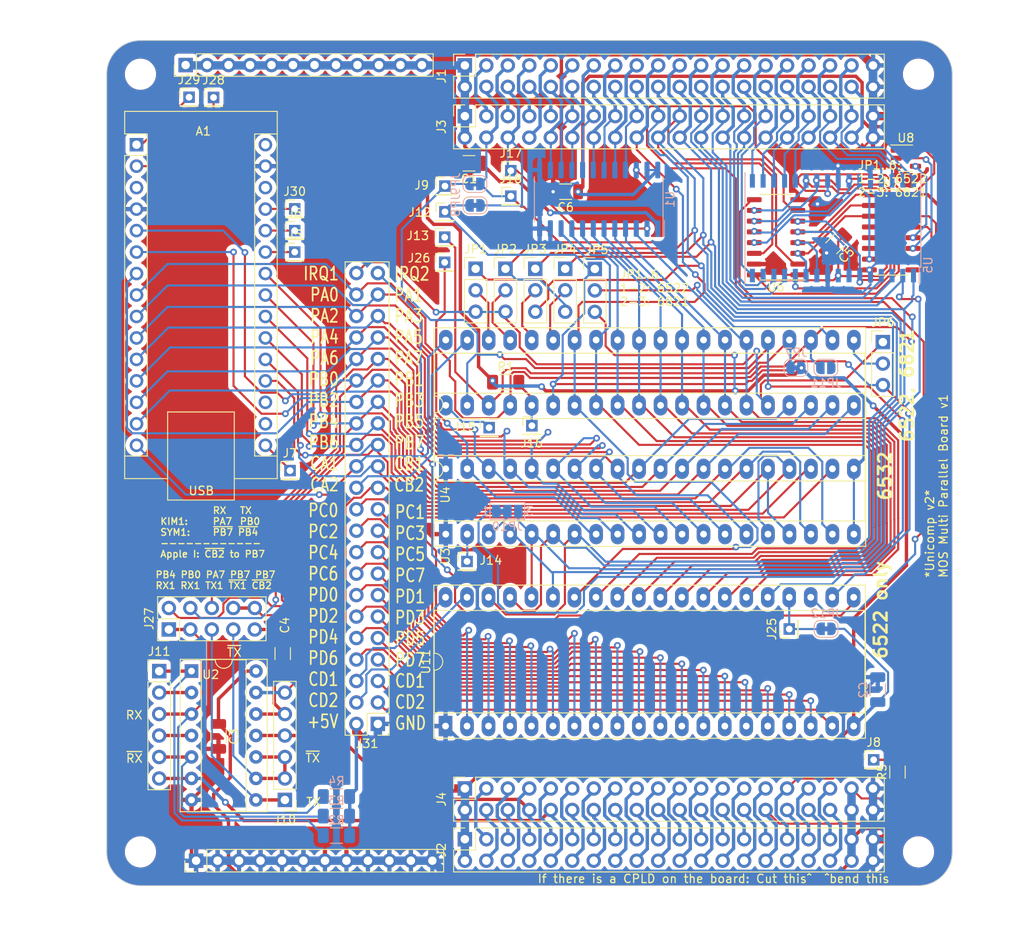
<source format=kicad_pcb>
(kicad_pcb (version 20221018) (generator pcbnew)
  (layers (0 "F.Cu" signal) (31 "B.Cu" signal) (34 "B.Paste" user) (35 "F.Paste" user) (36 "B.SilkS" user "B.Silkscreen") (37 "F.SilkS" user "F.Silkscreen") (38 "B.Mask" user) (39 "F.Mask" user) (44 "Edge.Cuts" user))
  (net 0 "")
  (net 1 "/~{RST}")
  (net 2 "/~{BUSFREE}")
  (net 3 "/~{RAMWE13}")
  (net 4 "/~{RAMWE12}")
  (net 5 "/~{RAMWE11}")
  (net 6 "/~{RAMWE10}")
  (net 7 "GND")
  (net 8 "/D7")
  (net 9 "/D6")
  (net 10 "/D5")
  (net 11 "/D4")
  (net 12 "/D3")
  (net 13 "/D2")
  (net 14 "/D1")
  (net 15 "/D0")
  (net 16 "+5V")
  (net 17 "/A15")
  (net 18 "/A14")
  (net 19 "/A13")
  (net 20 "/A12")
  (net 21 "/A11")
  (net 22 "/A10")
  (net 23 "/A9")
  (net 24 "/A8")
  (net 25 "/A7")
  (net 26 "/A6")
  (net 27 "/A5")
  (net 28 "/A4")
  (net 29 "/A3")
  (net 30 "/A2")
  (net 31 "/A1")
  (net 32 "/A0")
  (net 33 "/~{RAMWE9}")
  (net 34 "/~{RAMWE8}")
  (net 35 "/~{RAMWE7}")
  (net 36 "/~{RAMWE6}")
  (net 37 "/~{RAMWE5}")
  (net 38 "/~{RAMWE4}")
  (net 39 "/TDI")
  (net 40 "/TMS")
  (net 41 "/TCK")
  (net 42 "+3V3")
  (net 43 "/TDO")
  (net 44 "/CLKF")
  (net 45 "/~{RAMWE3}")
  (net 46 "/~{RAMWE2}")
  (net 47 "/~{RAMWE1}")
  (net 48 "/~{RAMWE0}")
  (net 49 "/CLKS")
  (net 50 "/MOSI")
  (net 51 "/SCK")
  (net 52 "/~{IOWR}")
  (net 53 "/~{MWR}")
  (net 54 "/~{MRD}")
  (net 55 "/R{slash}~{W}_e")
  (net 56 "/~{IORD}")
  (net 57 "/PHI2_e")
  (net 58 "/PHI1_e")
  (net 59 "/~{PH0}")
  (net 60 "/PH0")
  (net 61 "/RX1")
  (net 62 "/RES1")
  (net 63 "/TX1")
  (net 64 "/RES0")
  (net 65 "/TX3")
  (net 66 "/RX3")
  (net 67 "/TX2")
  (net 68 "/RX2")
  (net 69 "/Bus/TDRTN")
  (net 70 "Net-(U7-RCLK)")
  (net 71 "/E")
  (net 72 "Net-(J10-Pin_5)")
  (net 73 "/RW")
  (net 74 "Net-(J13-Pin_1)")
  (net 75 "Net-(J14-Pin_1)")
  (net 76 "Net-(J15-Pin_1)")
  (net 77 "Net-(J16-Pin_1)")
  (net 78 "/PA0")
  (net 79 "/PA1")
  (net 80 "/PA2")
  (net 81 "/PA3")
  (net 82 "/PA4")
  (net 83 "/PA5")
  (net 84 "/PA6")
  (net 85 "/PA7")
  (net 86 "/PB0")
  (net 87 "/PB1")
  (net 88 "/PB2")
  (net 89 "/PB3")
  (net 90 "/PB4")
  (net 91 "/PB5")
  (net 92 "/PB6")
  (net 93 "/PB7")
  (net 94 "/CA1")
  (net 95 "/CB1")
  (net 96 "/CA2")
  (net 97 "/CB2")
  (net 98 "Net-(JP1-C)")
  (net 99 "/~{IRQ}")
  (net 100 "Net-(JP2-C)")
  (net 101 "Net-(JP3-C)")
  (net 102 "Net-(JP4-C)")
  (net 103 "Net-(JP5-C)")
  (net 104 "Net-(JP10-C)")
  (net 105 "/~{CSPIA}")
  (net 106 "Net-(JP6-C)")
  (net 107 "Net-(J27-Pin_9)")
  (net 108 "/TX1#")
  (net 114 "Net-(A1-D1{slash}TX)")
  (net 115 "Net-(A1-D0{slash}RX)")
  (net 116 "Net-(A1-+5V)")
  (net 117 "Net-(U5-I{slash}O0)")
  (net 118 "Net-(U5-I{slash}O1)")
  (net 119 "Net-(U5-I{slash}O2)")
  (net 120 "Net-(U5-I{slash}O3)")
  (net 121 "/~{RAM_WE}")
  (net 122 "Net-(U5-I{slash}O4)")
  (net 123 "Net-(U5-I{slash}O5)")
  (net 124 "Net-(U5-I{slash}O6)")
  (net 125 "Net-(U5-I{slash}O7)")
  (net 126 "/A16")
  (net 127 "/A17")
  (net 128 "/A18")
  (net 129 "/A19")
  (net 130 "Net-(J25-Pin_1)")
  (net 131 "/PC0")
  (net 132 "/PC1")
  (net 134 "/PC2")
  (net 135 "/PC3")
  (net 136 "/PC4")
  (net 137 "/PC5")
  (net 138 "/PC6")
  (net 139 "/PC7")
  (net 140 "/PD0")
  (net 141 "/PD1")
  (net 142 "/PD2")
  (net 143 "/PD3")
  (net 144 "/PD4")
  (net 145 "/PD5")
  (net 146 "/PD6")
  (net 147 "/PD7")
  (net 148 "/CD1")
  (net 149 "/CD2")
  (net 150 "/CC2")
  (net 151 "/CC1")
  (net 152 "/~{CSPIA2}")
  (net 153 "/~{IRQ2}")
  (net 154 "/~{RX1}")
  (net 156 "/RX1#")
  (net 157 "Net-(J11-Pin_1)")
  (net 158 "Net-(J11-Pin_2)")
  (net 159 "/~{TX1}")
  (net 160 "Net-(A1-D13)")
  (net 161 "Net-(A1-A6)")
  (net 162 "Net-(A1-A7)")
  (net 163 "/~{RX1}'")
  (net 164 "/Bus/DB0")
  (net 165 "/Bus/DB1")
  (net 166 "/Bus/DB2")
  (net 167 "/Bus/DB3")
  (net 168 "/Bus/DB4")
  (net 169 "/Bus/DB5")
  (net 170 "/Bus/DB6")
  (net 171 "/Bus/DB7")
  (footprint "Connector_PinHeader_2.54mm:PinHeader_2x22_P2.54mm_Vertical" (layer "F.Cu") (at 129.413 126.2126 180)
    (fp_text reference "J31")
    (fp_text value "Conn_02x22_Odd_Even")
  )
  (footprint "Connector_PinHeader_2.00mm:PinHeader_1x01_P2.00mm_Vertical" (layer "F.Cu") (at 139.954 106.9848)
    (fp_text reference "J14")
    (fp_text value ".")
  )
  (footprint "Package_DIP:DIP-40_W15.24mm_Socket_LongPads" (layer "F.Cu") (at 137.414 126.4666 90)
    (fp_text reference "U11")
    (fp_text value "W65C22NxP")
  )
  (footprint "Package_DIP:DIP-40_W15.24mm_Socket_LongPads" (layer "F.Cu") (at 137.4394 96.027 90)
    (fp_text reference "U4")
    (fp_text value "W65C22NxP")
  )
  (footprint "Connector_PinHeader_2.00mm:PinHeader_1x01_P2.00mm_Vertical" (layer "F.Cu") (at 119.5832 67.8434)
    (fp_text reference "J6")
    (fp_text value ".")
  )
  (footprint "Connector_PinSocket_2.54mm:PinSocket_2x20_P2.54mm_Vertical" (layer "F.Cu") (at 139.7 48.303005 90)
    (fp_text reference "J1")
    (fp_text value "BUS")
  )
  (footprint "Connector_PinHeader_2.00mm:PinHeader_1x01_P2.00mm_Vertical" (layer "F.Cu") (at 145.1356 60.7568)
    (fp_text reference "J17")
    (fp_text value "Conn_01x01")
  )
  (footprint "Connector_PinHeader_2.54mm:PinHeader_2x05_P2.54mm_Vertical" (layer "F.Cu") (at 104.6988 115.040331 90)
    (fp_text reference "J27")
    (fp_text value ".")
  )
  (footprint "Resistor_SMD:R_1206_3216Metric_Pad1.30x1.75mm_HandSolder" (layer "F.Cu") (at 144.5254 85.7758)
    (fp_text reference "R1")
    (fp_text value "1k")
  )
  (footprint "Connector_PinHeader_2.00mm:PinHeader_1x01_P2.00mm_Vertical" (layer "F.Cu") (at 137.346 65.6254)
    (fp_text reference "J12")
    (fp_text value "Conn_01x01")
  )
  (footprint "Connector_PinHeader_2.00mm:PinHeader_1x01_P2.00mm_Vertical" (layer "F.Cu") (at 137.3124 71.6026)
    (fp_text reference "J26")
    (fp_text value ".Conn_01x01")
  )
  (footprint "Connector_PinHeader_2.54mm:PinHeader_1x03_P2.54mm_Vertical" (layer "F.Cu") (at 148.0312 72.3646)
    (fp_text reference "JP3")
    (fp_text value ".")
  )
  (footprint "Connector_PinSocket_2.54mm:PinSocket_2x20_P2.54mm_Vertical" (layer "F.Cu") (at 139.7 133.849005 90)
    (fp_text reference "J4")
    (fp_text value "BUS")
  )
  (footprint "Connector_PinHeader_2.00mm:PinHeader_1x01_P2.00mm_Vertical" (layer "F.Cu") (at 137.3124 68.6308)
    (fp_text reference "J13")
    (fp_text value ".")
  )
  (footprint "Connector_PinHeader_2.00mm:PinHeader_1x01_P2.00mm_Vertical" (layer "F.Cu") (at 147.6248 90.932)
    (fp_text reference "J16")
    (fp_text value ".")
  )
  (footprint "Connector_PinHeader_2.54mm:PinHeader_1x03_P2.54mm_Vertical" (layer "F.Cu") (at 151.5618 72.3646)
    (fp_text reference "JP4")
    (fp_text value ".")
  )
  (footprint "Package_SO:SO-16_3.9x9.9mm_P1.27mm" (layer "F.Cu") (at 176.4908 68.632871 180)
    (fp_text reference "U6")
    (fp_text value "74LVC253")
  )
  (footprint "Resistor_SMD:R_1206_3216Metric_Pad1.30x1.75mm_HandSolder" (layer "F.Cu") (at 190.8556 131.9016 90)
    (fp_text reference "R5")
    (fp_text value "10k")
  )
  (footprint "Connector_PinHeader_2.00mm:PinHeader_1x01_P2.00mm_Vertical" (layer "F.Cu") (at 145.1356 63.7794)
    (fp_text reference "J18")
    (fp_text value "Conn_01x01")
  )
  (footprint "Connector_PinHeader_2.00mm:PinHeader_1x01_P2.00mm_Vertical" (layer "F.Cu") (at 109.982 52.0954)
    (fp_text reference "J28")
    (fp_text value ".")
  )
  (footprint "Connector_PinHeader_2.00mm:PinHeader_1x01_P2.00mm_Vertical" (layer "F.Cu") (at 119.5832 70.3834)
    (fp_text reference "J5")
    (fp_text value ".")
  )
  (footprint "Package_TO_SOT_SMD:SOT-23-5" (layer "F.Cu") (at 191.8462 59.2836)
    (fp_text reference "U8")
    (fp_text value "74AHC1G14")
  )
  (footprint "Connector_PinHeader_2.54mm:PinHeader_1x06_P2.54mm_Vertical" (layer "F.Cu") (at 118.4173 135.2042 180)
    (fp_text reference "J10")
    (fp_text value ".")
  )
  (footprint "Connector_PinHeader_2.00mm:PinHeader_1x01_P2.00mm_Vertical" (layer "F.Cu") (at 107.0864 52.07)
    (fp_text reference "J29")
    (fp_text value ".")
  )
  (footprint "Connector_PinHeader_2.54mm:PinHeader_1x12_P2.54mm_Vertical" (layer "F.Cu") (at 107.917 142.389005 90)
    (fp_text reference "J20" hide)
    (fp_text value "Conn_01x12" hide)
  )
  (footprint "Connector_PinHeader_2.54mm:PinHeader_1x03_P2.54mm_Vertical" (layer "F.Cu") (at 155.067 72.3796)
    (fp_text reference "JP5")
    (fp_text value ".")
  )
  (footprint "Connector_PinHeader_2.54mm:PinHeader_1x06_P2.54mm_Vertical" (layer "F.Cu") (at 103.5558 119.9642)
    (fp_text reference "J11")
    (fp_text value ".")
  )
  (footprint "Connector_PinHeader_2.00mm:PinHeader_1x01_P2.00mm_Vertical" (layer "F.Cu") (at 119.0244 96.2406)
    (fp_text reference "J7")
    (fp_text value ".")
  )
  (footprint "Connector_PinHeader_2.00mm:PinHeader_1x01_P2.00mm_Vertical" (layer "F.Cu") (at 178.054 114.9858 90)
    (fp_text reference "J25")
    (fp_text value ".")
  )
  (footprint "Capacitor_SMD:C_1206_3216Metric" (layer "F.Cu") (at 183.513417 69.445183 -135)
    (fp_text reference "C5")
    (fp_text value "100n")
  )
  (footprint "Capacitor_SMD:C_1206_3216Metric" (layer "F.Cu") (at 151.6126 63.246 180)
    (fp_text reference "C6")
    (fp_text value "100n")
  )
  (footprint "Connector_PinSocket_2.54mm:PinSocket_2x20_P2.54mm_Vertical" (layer "F.Cu") (at 139.7 139.849005 90)
    (fp_text reference "J2")
    (fp_text value "BUS")
  )
  (footprint "Capacitor_SMD:C_1206_3216Metric" (layer "F.Cu") (at 110.5662 127.6858 -90)
    (fp_text reference "C3")
    (fp_text value "100n")
  )
  (footprint "MountingHole:MountingHole_3.2mm_M3" (layer "F.Cu") (at 193.34 49.346005)
    (fp_text reference "H3" hide)
    (fp_text value "MountingHole" hide)
  )
  (footprint "Capacitor_SMD:C_1206_3216Metric" (layer "F.Cu") (at 118.1608 117.883331 90)
    (fp_text reference "C4")
    (fp_text value "10n")
  )
  (footprint "Connector_PinHeader_2.00mm:PinHeader_1x01_P2.00mm_Vertical" (layer "F.Cu") (at 119.5832 65.278)
    (fp_text reference "J30")
    (fp_text value ".")
  )
  (footprint "Connector_PinSocket_2.54mm:PinSocket_2x20_P2.54mm_Vertical" (layer "F.Cu") (at 139.7 54.303005 90)
    (fp_text reference "J3")
    (fp_text value "BUS" hide)
  )
  (footprint "Package_DIP:DIP-40_W15.24mm_Socket_LongPads" (layer "F.Cu") (at 137.4394 103.759 90)
    (fp_text reference "U3")
    (fp_text value "6532")
  )
  (footprint "Connector_PinHeader_2.00mm:PinHeader_1x01_P2.00mm_Vertical" (layer "F.Cu") (at 137.346 62.5774)
    (fp_text reference "J9")
    (fp_text value "Conn_01x01")
  )
  (footprint "Connector_PinHeader_2.54mm:PinHeader_1x03_P2.54mm_Vertical" (layer "F.Cu") (at 189.1284 81.041)
    (fp_text reference "JP6")
    (fp_text value ".")
  )
  (footprint "Connector_PinHeader_2.00mm:PinHeader_1x01_P2.00mm_Vertical" (layer "F.Cu") (at 142.5702 91.1606)
    (fp_text reference "J15")
    (fp_text value ".")
  )
  (footprint "MountingHole:MountingHole_3.2mm_M3" (layer "F.Cu") (at 101.34 49.346005)
    (fp_text reference "H1" hide)
    (fp_text value "MountingHole" hide)
  )
  (footprint "Package_SO:SO-16_3.9x9.9mm_P1.27mm" (layer "F.Cu") (at 190.1052 68.048671)
    (fp_text reference "U7")
    (fp_text value "74LVC595")
  )
  (footprint "Capacitor_SMD:C_1206_3216Metric" (layer "F.Cu") (at 140.189 59.885 180)
    (fp_text reference "C1")
    (fp_text value "100n")
  )
  (footprint "Connector_PinHeader_2.00mm:PinHeader_1x01_P2.00mm_Vertical" (layer "F.Cu") (at 188.0362 130.4544)
    (fp_text reference "J8")
    (fp_text value ".")
  )
  (footprint "MountingHole:MountingHole_3.2mm_M3" (layer "F.Cu") (at 101.34 141.346005)
    (fp_text reference "H2" hide)
    (fp_text value "MountingHole" hide)
  )
  (footprint "Connector_PinHeader_2.54mm:PinHeader_1x03_P2.54mm_Vertical" (layer "F.Cu") (at 144.5006 72.3646)
    (fp_text reference "JP2")
    (fp_text value ".")
  )
  (footprint "Connector_PinHeader_2.54mm:PinHeader_1x12_P2.54mm_Vertical" (layer "F.Cu") (at 106.68 48.26 90)
    (fp_text reference "J21" hide)
    (fp_text value "Conn_01x12" hide)
  )
  (footprint "Module:Arduino_Nano" (layer "F.Cu") (at 100.8734 57.6834)
    (fp_text reference "A1")
    (fp_text value "Arduino_Nano_v3.x")
  )
  (footprint "Connector_PinHeader_2.54mm:PinHeader_1x03_P2.54mm_Vertical" (layer "F.Cu") (at 140.97 72.3646)
    (fp_text reference "JP1")
    (fp_text value ".")
  )
  (footprint "MountingHole:MountingHole_3.2mm_M3" (layer "F.Cu") (at 193.34 141.346005)
    (fp_text reference "H4" hide)
    (fp_text value "MountingHole" hide)
  )
  (footprint "Package_DIP:DIP-14_W7.62mm_Socket" (layer "F.Cu") (at 107.3758 119.9592)
    (fp_text reference "U2")
    (fp_text value "74HC14")
  )
  (footprint "Capacitor_SMD:C_1206_3216Metric" (layer "B.Cu") (at 188.5188 122.1504 90)
    (fp_text reference "C2")
    (fp_text value "100n")
  )
  (footprint "Jumper:SolderJumper-2_P1.3mm_Bridged_RoundedPad1.0x1.5mm" (layer "B.Cu") (at 182.4124 114.9604 180)
    (fp_text reference "JP12")
    (fp_text value "CS")
  )
  (footprint "Jumper:SolderJumper-2_P1.3mm_Bridged_RoundedPad1.0x1.5mm" (layer "B.Cu") (at 140.887 62.3234 180)
    (fp_text reference "JP9")
    (fp_text value "PH2")
  )
  (footprint "Package_SO:TSOP-II-32_21.0x10.2mm_P1.27mm" (layer "B.Cu") (at 183.2218 67.566071 90)
    (fp_text reference "U5")
    (fp_text value "IS63WV1288DBLL-10xLI")
  )
  (footprint "Jumper:SolderJumper-3_P1.3mm_Bridged12_Pad1.0x1.5mm_NumberLabels" (layer "B.Cu") (at 144.7246 101.0412)
    (fp_text reference "JP10")
    (fp_text value "6532/6530")
  )
  (footprint "Jumper:SolderJumper-2_P1.3mm_Open_RoundedPad1.0x1.5mm" (layer "B.Cu") (at 182.3824 84.074)
    (fp_text reference "JP11")
    (fp_text value ".")
  )
  (footprint "Jumper:SolderJumper-2_P1.3mm_Bridged_RoundedPad1.0x1.5mm" (layer "B.Cu") (at 178.8414 84.089 180)
    (fp_text reference "JP7")
    (fp_text value "CS")
  )
  (footprint "Resistor_SMD:R_1206_3216Metric_Pad1.30x1.75mm_HandSolder" (layer "B.Cu") (at 124.5114 139.4206 180)
    (fp_text reference "R2")
    (fp_text value "1k")
  )
  (footprint "Resistor_SMD:R_1206_3216Metric_Pad1.30x1.75mm_HandSolder" (layer "B.Cu") (at 124.5102 137.1092 180)
    (fp_text reference "R3")
    (fp_text value "1k")
  )
  (footprint "Jumper:SolderJumper-2_P1.3mm_Bridged_RoundedPad1.0x1.5mm" (layer "B.Cu") (at 140.902 64.8634 180)
    (fp_text reference "JP8")
    (fp_text value "R/W")
  )
  (footprint "Package_SO:SO-24_5.3x15mm_P1.27mm" (layer "B.Cu") (at 155.5242 64.1431 90)
    (fp_text reference "U1")
    (fp_text value "SN74LVCC4245ANSR")
  )
  (footprint "Resistor_SMD:R_1206_3216Metric_Pad1.30x1.75mm_HandSolder" (layer "B.Cu") (at 124.5114 134.7978 180)
    (fp_text reference "R4")
    (fp_text value "1k")
  )
  (gr_line (start 97.34 49.346005) (end 97.34 141.346005) (stroke (width 0.1)) (layer "Edge.Cuts"))
  (gr_arc (start 97.34 49.346005) (mid 98.511573 46.517578) (end 101.34 45.346005) (stroke (width 0.1)) (layer "Edge.Cuts"))
  (gr_arc (start 193.34 45.346005) (mid 196.168427 46.517578) (end 197.34 49.346005) (stroke (width 0.1)) (layer "Edge.Cuts"))
  (gr_arc (start 197.34 141.346005) (mid 196.168427 144.174432) (end 193.34 145.346005) (stroke (width 0.1)) (layer "Edge.Cuts"))
  (gr_line (start 197.34 141.351) (end 197.34 49.346005) (stroke (width 0.1)) (layer "Edge.Cuts"))
  (gr_line (start 193.34 45.346005) (end 101.34 45.346005) (stroke (width 0.1)) (layer "Edge.Cuts"))
  (gr_arc (start 101.34 145.346005) (mid 98.511573 144.174432) (end 97.34 141.346005) (stroke (width 0.1)) (layer "Edge.Cuts"))
  (gr_line (start 193.34 145.346005) (end 101.34 145.346005) (stroke (width 0.1)) (layer "Edge.Cuts"))
  (gr_text "~{TX}" (at 120.7516 130.8354) (layer "F.SilkS") (effects (font (size 1 1)) (justify left bottom)))
  (gr_text "~{TX}" (at 111.473765 118.342331) (layer "F.SilkS") (effects (font (size 1 1)) (justify left bottom)))
  (gr_text "TX" (at 120.8532 136.0424) (layer "F.SilkS") (effects (font (size 1 1)) (justify left bottom)))
  (gr_text "PC1\nPC3\nPC5\nPC7\nPD1\nPD3\nPD5\nPD7\nCD1\nCD2\nGND" (at 131.318 113.6396) (layer "F.SilkS") (effects (font (size 1.55 1.2) (thickness 0.2) bold) (justify left)))
  (gr_text "PB4 PB0 PA7 PB7 PB7\nRX1 RX1 TX1 ~{TX1} ~{CB2}" (at 103.0478 110.3097) (layer "F.SilkS") (effects (font (size 0.8 0.8)) (justify left bottom)))
  (gr_text "*Unicomp v2*\nMOS Multi Parallel Board v1" (at 195.4784 109.0168 90) (layer "F.SilkS") (effects (font (size 1 1)) (justify left)))
  (gr_text "6522 only" (at 188.8744 112.7252 90) (layer "F.SilkS") (effects (font (size 1.5 1.5) (thickness 0.3))))
  (gr_text "If there is a CPLD on the board: Cut this^  ^bend this" (at 189.992 144.526) (layer "F.SilkS") (effects (font (size 1 1)) (justify right)))
  (gr_text "JP1..6:\n1-2: 6522\n2-3: 6821" (at 157.9372 76.835) (layer "F.SilkS") (effects (font (size 1 1)) (justify left bottom)))
  (gr_text "~{RX}" (at 99.5426 130.8862) (layer "F.SilkS") (effects (font (size 1 1)) (justify left bottom)))
  (gr_text "IRQ2\nPA1\nPA3\nPA5\nPA7\nPB1\nPB3\nPB5\nPB7\nCB1\nCB2\n" (at 131.2164 85.4456) (layer "F.SilkS") (effects (font (size 1.55 1.2) (thickness 0.2) bold) (justify left)))
  (gr_text "IRQ1\nPA0\nPA2\nPA4\nPA6\nPB0\nPB2\nPB4\nPB6\nCA1\nCA2\n" (at 124.9172 85.4202) (layer "F.SilkS") (effects (font (size 1.55 1.2) (thickness 0.2) bold) (justify right)))
  (gr_text "PC0\nPC2\nPC4\nPC6\nPD0\nPD2\nPD4\nPD6\nCD1\nCD2\n+5V" (at 124.8664 113.4364) (layer "F.SilkS") (effects (font (size 1.55 1.2) (thickness 0.2) bold) (justify right)))
  (gr_text "JP1..6:\n1-2: 6522\n2-3: 6821" (at 186.0666 63.911263) (layer "F.SilkS") (effects (font (size 1 1)) (justify left bottom)))
  (gr_text "6532" (at 189.3824 96.8756 90) (layer "F.SilkS") (effects (font (size 1.5 1.5) (thickness 0.3))))
  (gr_text "RX\n" (at 99.5172 125.7554) (layer "F.SilkS") (effects (font (size 1 1)) (justify left bottom)))
  (gr_text "6522, 6821" (at 191.9732 86.1822 90) (layer "F.SilkS") (effects (font (size 1.5 1.5) (thickness 0.3))))
  (gr_text "		RX	TX\nKIM1: 	PA7	PB0\nSYM1:	~{PB7} ~{PB4}\n------------\nApple I: ~{CB2} to PB7" (at 103.6066 106.5784) (layer "F.SilkS") (effects (font (size 0.8 0.8)) (justify left bottom)))
  (segment (start 152.654 111.2266) (end 158.369 105.5116) (width 0.25) (layer "F.Cu") (net 1))
  (segment (start 153.5854 76.2846) (end 166.8696 76.2846) (width 0.25) (layer "F.Cu") (net 1))
  (segment (start 152.6794 80.787) (end 153.1366 80.3298) (width 0.25) (layer "F.Cu") (net 1))
  (segment (start 153.1366 76.7334) (end 153.5854 76.2846) (width 0.25) (layer "F.Cu") (net 1))
  (segment (start 171.5262 105.5116) (end 171.7548 105.283) (width 0.25) (layer "F.Cu") (net 1))
  (segment (start 166.8696 76.2846) (end 168.0464 75.1078) (width 0.25) (layer "F.Cu") (net 1))
  (segment (start 160.02 58.2676) (end 164.6936 62.9412) (width 0.25) (layer "F.Cu") (net 1))
  (segment (start 153.1366 80.3298) (end 153.1366 76.7334) (width 0.25) (layer "F.Cu") (net 1))
  (segment (start 160.02 56.843005) (end 160.02 58.2676) (width 0.25) (layer "F.Cu") (net 1))
  (segment (start 168.0464 75.1078) (end 168.0464 74.1426) (width 0.25) (layer "F.Cu") (net 1))
  (segment (start 168.0464 74.1426) (end 166.9542 73.0504) (width 0.25) (layer "F.Cu") (net 1))
  (segment (start 158.369 105.5116) (end 171.5262 105.5116) (width 0.25) (layer "F.Cu") (net 1))
  (via (at 171.7548 105.283) (size 0.8) (drill 0.4) (layers "F.Cu" "B.Cu") (net 1))
  (via (at 164.6936 62.9412) (size 0.8) (drill 0.4) (layers "F.Cu" "B.Cu") (net 1))
  (via (at 166.9542 73.0504) (size 0.8) (drill 0.4) (layers "F.Cu" "B.Cu") (net 1))
  (segment (start 159.83341 97.552) (end 158.9532 96.67179) (width 0.25) (layer "B.Cu") (net 1))
  (segment (start 174.2948 104.45459) (end 174.2948 103.06341) (width 0.25) (layer "B.Cu") (net 1))
  (segment (start 161.273253 53.298339) (end 161.273253 55.505419) (width 0.4) (layer "B.Cu") (net 1))
  (segment (start 173.46539 105.284) (end 174.2948 104.45459) (width 0.25) (layer "B.Cu") (net 1))
  (segment (start 171.7548 105.283) (end 172.53241 105.283) (width 0.25) (layer "B.Cu") (net 1))
  (segment (start 161.273253 55.505419) (end 160.02 56.758672) (width 0.4) (layer "B.Cu") (net 1))
  (segment (start 164.6936 62.9412) (end 165.481 63.7286) (width 0.25) (layer "B.Cu") (net 1))
  (segment (start 160.02 50.843005) (end 160.02 52.045086) (width 0.4) (layer "B.Cu") (net 1))
  (segment (start 152.6794 88.519) (end 152.6794 80.787) (width 0.25) (layer "B.Cu") (net 1))
  (segment (start 158.9532 96.67179) (end 158.9532 94.7928) (width 0.25) (layer "B.Cu") (net 1))
  (segment (start 172.53241 105.283) (end 172.53341 105.284) (width 0.25) (layer "B.Cu") (net 1))
  (segment (start 172.53341 105.284) (end 173.46539 105.284) (width 0.25) (layer "B.Cu") (net 1))
  (segment (start 160.02 52.045086) (end 161.273253 53.298339) (width 0.4) (layer "B.Cu") (net 1))
  (segment (start 158.9532 94.7928) (end 152.6794 88.519) (width 0.25) (layer "B.Cu") (net 1))
  (segment (start 168.78339 97.552) (end 159.83341 97.552) (width 0.25) (layer "B.Cu") (net 1))
  (segment (start 174.2948 103.06341) (end 168.78339 97.552) (width 0.25) (layer "B.Cu") (net 1))
  (segment (start 165.481 63.7286) (end 165.481 64.1858) (width 0.25) (layer "B.Cu") (net 1))
  (segment (start 165.481 64.1858) (end 165.481 71.5772) (width 0.25) (layer "B.Cu") (net 1))
  (segment (start 165.481 71.5772) (end 166.9542 73.0504) (width 0.25) (layer "B.Cu") (net 1))
  (segment (start 156.23 135.099005) (end 156.23 137.053) (width 0.4) (layer "B.Cu") (net 2))
  (segment (start 156.23 137.053) (end 157.48 138.303) (width 0.4) (layer "B.Cu") (net 2))
  (segment (start 157.48 133.849005) (end 156.23 135.099005) (width 0.4) (layer "B.Cu") (net 2))
  (segment (start 157.48 138.303) (end 157.48 139.7) (width 0.4) (layer "B.Cu") (net 2))
  (segment (start 157.48 142.24) (end 158.73 140.99) (width 0.4) (layer "B.Cu") (net 3))
  (segment (start 158.73 138.156) (end 157.48 136.906) (width 0.4) (layer "B.Cu") (net 3))
  (segment (start 158.73 140.99) (end 158.73 138.156) (width 0.4) (layer "B.Cu") (net 3))
  (segment (start 160.02 138.303) (end 158.77 137.053) (width 0.4) (layer "B.Cu") (net 4))
  (segment (start 160.02 139.7) (end 160.02 138.303) (width 0.4) (layer "B.Cu") (net 4))
  (segment (start 158.77 135.099005) (end 160.02 133.849005) (width 0.4) (layer "B.Cu") (net 4))
  (segment (start 158.77 137.053) (end 158.77 135.099005) (width 0.4) (layer "B.Cu") (net 4))
  (segment (start 160.02 136.906) (end 161.27 138.156) (width 0.4) (layer "B.Cu") (net 5))
  (segment (start 161.27 140.99) (end 160.02 142.24) (width 0.4) (layer "B.Cu") (net 5))
  (segment (start 161.27 138.156) (end 161.27 140.99) (width 0.4) (layer "B.Cu") (net 5))
  (segment (start 162.56 138.303) (end 161.29 137.033) (width 0.4) (layer "B.Cu") (net 6))
  (segment (start 161.29 137.033) (end 161.29 135.119005) (width 0.4) (layer "B.Cu") (net 6))
  (segment (start 162.56 139.7) (end 162.56 138.303) (width 0.4) (layer "B.Cu") (net 6))
  (segment (start 161.29 135.119005) (end 162.56 133.849005) (width 0.4) (layer "B.Cu") (net 6))
  (segment (start 176.024 71.807871) (end 173.9158 71.807871) (width 0.25) (layer "F.Cu") (net 7))
  (segment (start 187.96 58.270851) (end 187.96 56.843005) (width 0.25) (layer "F.Cu") (net 7))
  (segment (start 181.393 64.695871) (end 180.963992 64.266863) (width 0.25) (layer "F.Cu") (net 7))
  (segment (start 196.84 56.7336) (end 196.84 59.0858) (width 1) (layer "F.Cu") (net 7))
  (segment (start 187.96 139.849005) (end 189.162081 139.849005) (width 1) (layer "F.Cu") (net 7))
  (segment (start 179.0658 73.077871) (end 179.880729 73.077871) (width 0.25) (layer "F.Cu") (net 7))
  (segment (start 100.8734 65.3034) (end 105.5116 65.3034) (width 0.4) (layer "F.Cu") (net 7))
  (segment (start 110.5662 132.0088) (end 107.3758 135.1992) (width 0.4) (layer "F.Cu") (net 7))
  (segment (start 110.5916 60.2234) (end 116.1134 60.2234) (width 0.4) (layer "F.Cu") (net 7))
  (segment (start 189.162081 139.849005) (end 196.84 132.171086) (width 1) (layer "F.Cu") (net 7))
  (segment (start 110.5662 129.1608) (end 110.5662 132.0088) (width 0.4) (layer "F.Cu") (net 7))
  (segment (start 179.880729 73.077871) (end 182.470434 70.488166) (width 0.25) (layer "F.Cu") (net 7))
  (segment (start 138.45 46.910805) (end 138.6078 46.753005) (width 0.4) (layer "F.Cu") (net 7))
  (segment (start 150.137599 63.246001) (end 151.11 62.2736) (width 0.4) (layer "F.Cu") (net 7))
  (segment (start 151.11 62.2736) (end 151.11 47.088605) (width 0.4) (layer "F.Cu") (net 7))
  (segment (start 184.630405 60.1726) (end 183.8198 60.1726) (width 0.25) (layer "F.Cu") (net 7))
  (segment (start 187.96 56.843005) (end 184.630405 60.1726) (width 0.25) (layer "F.Cu") (net 7))
  (segment (start 107.3758 135.1992) (end 107.3758 141.847805) (width 0.4) (layer "F.Cu") (net 7))
  (segment (start 194.409405 54.303005) (end 196.84 56.7336) (width 1) (layer "F.Cu") (net 7))
  (segment (start 177.294 73.077871) (end 176.024 71.807871) (width 0.25) (layer "F.Cu") (net 7))
  (segment (start 189.922749 60.2336) (end 187.96 58.270851) (width 0.25) (layer "F.Cu") (net 7))
  (segment (start 180.963992 64.266863) (end 179.144792 64.266863) (width 0.25) (layer "F.Cu") (net 7))
  (segment (start 150.7744 46.753005) (end 138.6078 46.753005) (width 1) (layer "F.Cu") (net 7))
  (segment (start 187.96 54.303005) (end 194.409405 54.303005) (width 1) (layer "F.Cu") (net 7))
  (segment (start 105.5116 65.3034) (end 110.5916 60.2234) (width 0.4) (layer "F.Cu") (net 7))
  (segment (start 187.96 48.303005) (end 186.41 46.753005) (width 1) (layer "F.Cu") (net 7))
  (segment (start 138.45 59.621) (end 138.45 46.910805) (width 0.4) (layer "F.Cu") (net 7))
  (segment (start 196.84 132.171086) (end 196.84 59.0858) (width 1) (layer "F.Cu") (net 7))
  (segment (start 151.11 47.088605) (end 150.7744 46.753005) (width 0.4) (layer "F.Cu") (net 7))
  (segment (start 190.7087 60.2336) (end 189.922749 60.2336) (width 0.25) (layer "F.Cu") (net 7))
  (segment (start 186.41 46.753005) (end 158.9786 46.753005) (width 1) (layer "F.Cu") (net 7))
  (segment (start 179.0658 73.077871) (end 177.294 73.077871) (width 0.25) (layer "F.Cu") (net 7))
  (segment (start 158.9786 46.753005) (end 150.7744 46.753005) (width 1) (layer "F.Cu") (net 7))
  (segment (start 116.1134 60.2234) (end 138.3756 60.2234) (width 0.4) (layer "F.Cu") (net 7))
  (via (at 150.137599 63.246001) (size 0.8) (drill 0.4) (layers "F.Cu" "B.Cu") (net 7))
  (via (at 181.393 64.695871) (size 0.8) (drill 0.4) (layers "F.Cu" "B.Cu") (net 7))
  (via (at 182.470434 70.488166) (size 0.8) (drill 0.4) (layers "F.Cu" "B.Cu") (net 7))
  (via (at 187.5302 72.493693) (size 0.8) (drill 0.4) (layers "F.Cu" "B.Cu") (net 7))
  (via (at 183.8198 60.1726) (size 0.8) (drill 0.4) (layers "F.Cu" "B.Cu") (net 7))
  (segment (start 187.96 48.26) (end 187.96 50.8) (width 1) (layer "B.Cu") (net 7))
  (segment (start 183.8468 61.966071) (end 183.8468 63.562871) (width 0.25) (layer "B.Cu") (net 7))
  (segment (start 129.4384 128.778) (end 129.413 128.7526) (width 1) (layer "B.Cu") (net 7))
  (segment (start 182.6122 73.150671) (end 182.6122 72.650671) (width 0.25) (layer "B.Cu") (net 7))
  (segment (start 183.796 63.562871) (end 182.663 64.695871) (width 0.25) (layer "B.Cu") (net 7))
  (segment (start 183.8468 61.966071) (end 183.8468 60.1996) (width 0.25) (layer "B.Cu") (net 7))
  (segment (start 150.1376 63.246) (end 148.5392 64.8444) (width 0.4) (layer "B.Cu") (net 7))
  (segment (start 186.7154 75.2094) (end 183.388 75.2094) (width 0.25) (layer "B.Cu") (net 7))
  (segment (start 187.6668 61.124) (end 186.8424 60.2996) (width 0.25) (layer "B.Cu") (net 7))
  (segment (start 183.326056 128.3716) (end 184.4675 127.230156) (width 0.4) (layer "B.Cu") (net 7))
  (segment (start 151.384 143.939005) (end 138.43 143.939005) (width 1) (layer "B.Cu") (net 7))
  (segment (start 135.857 138.5748) (end 129.4384 132.1562) (width 1) (layer "B.Cu") (net 7))
  (segment (start 149.8092 67.6056) (end 148.5392 67.6056) (width 0.4) (layer "B.Cu") (net 7))
  (segment (start 183.388 75.2094) (end 182.5968 74.4182) (width 0.25) (layer "B.Cu") (net 7))
  (segment (start 187.96 142.389005) (end 186.41 143.939005) (width 1) (layer "B.Cu") (net 7))
  (segment (start 183.8468 60.1996) (end 183.8198 60.1726) (width 0.25) (layer "B.Cu") (net 7))
  (segment (start 187.6668 73.166071) (end 187.6668 72.630293) (width 0.25) (layer "B.Cu") (net 7))
  (segment (start 137.414 129.8448) (end 137.414 126.4666) (width 0.4) (layer "B.Cu") (net 7))
  (segment (start 137.4394 140.806605) (end 135.857 142.389005) (width 0.4) (layer "B.Cu") (net 7))
  (segment (start 137.4394 103.759) (end 137.4394 106.4702) (width 0.4) (layer "B.Cu") (net 7))
  (segment (start 186.41 143.939005) (end 151.384 143.939005) (width 1) (layer "B.Cu") (net 7))
  (segment (start 107.917 142.389005) (end 135.857 142.389005) (width 1) (layer "B.Cu") (net 7))
  (segment (start 148.5392 64.8444) (end 148.5392 67.6056) (width 0.4) (layer "B.Cu") (net 7))
  (segment (start 187.6668 73.166071) (end 187.6668 74.258) (width 0.25) (layer "B.Cu") (net 7))
  (segment (start 183.8468 63.562871) (end 183.796 63.562871) (width 0.25) (layer "B.Cu") (net 7))
  (segment (start 187.6668 61.466071) (end 187.6668 61.124) (width 0.25) (layer "B.Cu") (net 7))
  (segment (start 187.6668 72.630293) (end 187.5302 72.493693) (width 0.25) (layer "B.Cu") (net 7))
  (segment (start 182.5968 70.614532) (end 182.470434 70.488166) (width 0.25) (layer "B.Cu") (net 7))
  (segment (start 139.319 128.3716) (end 183.326056 128.3716) (width 0.4) (layer "B.Cu") (net 7))
  (segment (start 187.6668 63.156) (end 188.2902 63.7794) (width 0.25) (layer "B.Cu") (net 7))
  (segment (start 188.2902 63.7794) (end 188.2902 71.733693) (width 0.25) (layer "B.Cu") (net 7))
  (segment (start 186.8424 60.2996) (end 184.874871 60.2996) (width 0.25) (layer "B.Cu") (net 7))
  (segment (start 135.857 142.389005) (end 137.407 143.939005) (width 1) (layer "B.Cu") (net 7))
  (segment (start 141.1732 112.7506) (end 137.414 116.5098) (width 0.4) (layer "B.Cu") (net 7))
  (segment (start 182.5968 74.4182) (end 182.5968 73.166071) (width 0.25) (layer "B.Cu") (net 7))
  (segment (start 187.963253 56.849864) (end 187.963253 54.309864) (width 1) (layer "B.Cu") (net 7))
  (segment (start 182.5968 73.166071) (end 182.5968 70.614532) (width 0.25) (layer "B.Cu") (net 7))
  (segment (start 137.414 116.5098) (end 137.414 126.4666) (width 0.4) (layer "B.Cu") (net 7))
  (segment (start 129.413 128.7526) (end 129.413 126.2126) (width 1) (layer "B.Cu") (net 7))
  (segment (start 187.6668 61.966071) (end 187.6668 63.156) (width 0.25) (layer "B.Cu") (net 7))
  (segment (start 129.4384 132.1562) (end 129.4384 128.778) (width 1) (layer "B.Cu") (net 7))
  (segment (start 184.874871 60.2996) (end 183.9468 60.2996) (width 0.25) (layer "B.Cu") (net 7))
  (segment (start 187.6668 74.258) (end 186.7154 75.2094) (width 0.25) (layer "B.Cu") (net 7))
  (segment (start 148.5392 60.6806) (end 148.5392 61.6476) (width 0.4) (layer "B.Cu") (net 7))
  (segment (start 182.663 64.695871) (end 181.393 64.695871) (width 0.25) (layer "B.Cu") (net 7))
  (segment (start 148.5392 61.6476) (end 150.1376 63.246) (width 0.4) (layer "B.Cu") (net 7))
  (segment (start 135.857 142.389005) (end 135.857 138.5748) (width 1) (layer "B.Cu") (net 7))
  (segment (start 141.1732 110.204) (end 141.1732 112.7506) (width 0.4) (layer "B.Cu") (net 7))
  (segment (start 184.4675 124.7267) (end 188.5188 120.6754) (width 0.4) (layer "B.Cu") (net 7))
  (segment (start 137.407 143.939005) (end 138.43 143.939005) (width 1) (layer "B.Cu") (net 7))
  (segment (start 188.2902 71.733693) (end 187.5302 72.493693) (width 0.25) (layer "B.Cu") (net 7))
  (segment (start 184.4675 127.230156) (end 184.4675 124.7267) (width 0.4) (layer "B.Cu") (net 7))
  (segment (start 137.414 126.4666) (end 139.319 128.3716) (width 0.4) (layer "B.Cu") (net 7))
  (segment (start 137.4394 129.8702) (end 137.414 129.8448) (width 0.4) (layer "B.Cu") (net 7))
  (segment (start 187.96 133.849005) (end 187.96 142.389005) (width 1) (layer "B.Cu") (net 7))
  (segment (start 187.963253 54.309864) (end 187.963253 48.309864) (width 1) (layer "B.Cu") (net 7))
  (segment (start 137.4394 129.8702) (end 137.4394 140.806605) (width 0.4) (layer "B.Cu") (net 7))
  (segment (start 137.4394 96.027) (end 137.4394 103.759) (width 0.4) (layer "B.Cu") (net 7))
  (segment (start 183.9468 60.2996) (end 183.8198 60.1726) (width 0.25) (layer "B.Cu") (net 7))
  (segment (start 137.4394 106.4702) (end 141.1732 110.204) (width 0.4) (layer "B.Cu") (net 7))
  (segment (start 172.9994 88.519) (end 174.5244 90.044) (width 0.25) (layer "F.Cu") (net 8))
  (segment (start 190.939 105.553804) (end 187.900604 108.5922) (width 0.25) (layer "F.Cu") (net 8))
  (segment (start 187.900604 108.5922) (end 175.6084 108.5922) (width 0.25) (layer "F.Cu") (net 8))
  (segment (start 190.939 101.87746) (end 190.939 105.553804) (width 0.25) (layer "F.Cu") (net 8))
  (segment (start 188.326372 90.044) (end 190.9322 92.649828) (width 0.25) (layer "F.Cu") (net 8))
  (segment (start 175.6084 108.5922) (end 172.974 111.2266) (width 0.25) (layer "F.Cu") (net 8))
  (segment (start 190.9322 101.87066) (end 190.939 101.87746) (width 0.25) (layer "F.Cu") (net 8))
  (segment (start 174.5244 90.044) (end 188.326372 90.044) (width 0.25) (layer "F.Cu") (net 8))
  (segment (start 190.9322 92.649828) (end 190.9322 101.87066) (width 0.25) (layer "F.Cu") (net 8))
  (segment (start 172.45039 80.787) (end 172.9994 80.787) (width 0.25) (layer "B.Cu") (net 8))
  (segment (start 172.9994 88.519) (end 172.9994 80.787) (width 0.25) (layer "B.Cu") (net 8))
  (segment (start 160.02 67.4624) (end 160.02 68.35661) (width 0.25) (layer "B.Cu") (net 8))
  (segment (start 160.02 68.35661) (end 172.45039 80.787) (width 0.25) (layer "B.Cu") (net 8))
  (segment (start 190.489 102.063856) (end 190.4822 102.057056) (width 0.25) (layer "F.Cu") (net 9))
  (segment (start 174.762604 108.8016) (end 175.422004 108.1422) (width 0.25) (layer "F.Cu") (net 9))
  (segment (start 170.834 111.2266) (end 173.259 108.8016) (width 0.25) (layer "F.Cu") (net 9))
  (segment (start 190.489 105.367408) (end 190.489 102.063856) (width 0.25) (layer "F.Cu") (net 9))
  (segment (start 190.4822 102.057056) (end 190.4822 92.836224) (width 0.25) (layer "F.Cu") (net 9))
  (segment (start 190.4822 92.836224) (end 188.139976 90.494) (width 0.25) (layer "F.Cu") (net 9))
  (segment (start 172.4344 90.494) (end 170.4594 88.519) (width 0.25) (layer "F.Cu") (net 9))
  (segment (start 173.259 108.8016) (end 174.762604 108.8016) (width 0.25) (layer "F.Cu") (net 9))
  (segment (start 188.139976 90.494) (end 172.4344 90.494) (width 0.25) (layer "F.Cu") (net 9))
  (segment (start 175.422004 108.1422) (end 187.714208 108.1422) (width 0.25) (layer "F.Cu") (net 9))
  (segment (start 187.714208 108.1422) (end 190.489 105.367408) (width 0.25) (layer "F.Cu") (net 9))
  (segment (start 170.4594 80.787) (end 170.4594 88.519) (width 0.25) (layer "B.Cu") (net 9))
  (segment (start 158.75 67.4624) (end 158.75 69.0776) (width 0.25) (layer "B.Cu") (net 9))
  (segment (start 158.75 69.0776) (end 170.4594 80.787) (width 0.25) (layer "B.Cu") (net 9))
  (segment (start 170.7444 90.944) (end 187.95358 90.944) (width 0.25) (layer "F.Cu") (net 10))
  (segment (start 174.576208 108.3516) (end 170.769 108.3516) (width 0.25) (layer "F.Cu") (net 10))
  (segment (start 190.0322 93.02262) (end 190.0322 102.243452) (width 0.25) (layer "F.Cu") (net 10))
  (segment (start 190.0322 102.243452) (end 190.039 102.250252) (width 0.25) (layer "F.Cu") (net 10))
  (segment (start 175.235608 107.6922) (end 174.576208 108.3516) (width 0.25) (layer "F.Cu") (net 10))
  (segment (start 190.039 105.181012) (end 187.527812 107.6922) (width 0.25) (layer "F.Cu") (net 10))
  (segment (start 190.039 102.250252) (end 190.039 105.181012) (width 0.25) (layer "F.Cu") (net 10))
  (segment (start 170.769 108.3516) (end 167.894 111.2266) (width 0.25) (layer "F.Cu") (net 10))
  (segment (start 187.95358 90.944) (end 190.0322 93.02262) (width 0.25) (layer "F.Cu") (net 10))
  (segment (start 187.527812 107.6922) (end 175.235608 107.6922) (width 0.25) (layer "F.Cu") (net 10))
  (segment (start 168.3194 88.519) (end 170.7444 90.944) (width 0.25) (layer "F.Cu") (net 10))
  (segment (start 157.48 67.4624) (end 157.48 68.85422) (width 0.25) (layer "B.Cu") (net 10))
  (segment (start 167.9194 88.519) (end 167.9194 80.787) (width 0.25) (layer "B.Cu") (net 10))
  (segment (start 167.9194 79.29362) (end 167.9194 80.787) (width 0.25) (layer "B.Cu") (net 10))
  (segment (start 157.48 68.85422) (end 167.9194 79.29362) (width 0.25) (layer "B.Cu") (net 10))
  (segment (start 189.589 102.436648) (end 189.5822 102.429848) (width 0.25) (layer "F.Cu") (net 11))
  (segment (start 175.049212 107.2422) (end 187.341416 107.2422) (width 0.25) (layer "F.Cu") (net 11))
  (segment (start 189.5822 102.429848) (end 189.5822 93.209016) (width 0.25) (layer "F.Cu") (net 11))
  (segment (start 174.389812 107.9016) (end 175.049212 107.2422) (width 0.25) (layer "F.Cu") (net 11))
  (segment (start 189.589 104.994616) (end 189.589 102.436648) (width 0.25) (layer "F.Cu") (net 11))
  (segment (start 187.767184 91.394) (end 168.6544 91.394) (width 0.25) (layer "F.Cu") (net 11))
  (segment (start 168.679 107.9016) (end 174.389812 107.9016) (width 0.25) (layer "F.Cu") (net 11))
  (segment (start 189.5822 93.209016) (end 187.767184 91.394) (width 0.25) (layer "F.Cu") (net 11))
  (segment (start 187.341416 107.2422) (end 189.589 104.994616) (width 0.25) (layer "F.Cu") (net 11))
  (segment (start 165.354 111.2266) (end 168.679 107.9016) (width 0.25) (layer "F.Cu") (net 11))
  (segment (start 168.6544 91.394) (end 165.7794 88.519) (width 0.25) (layer "F.Cu") (net 11))
  (segment (start 165.3794 80.787) (end 165.3794 88.519) (width 0.25) (layer "B.Cu") (net 11))
  (segment (start 165.3794 77.7748) (end 165.3794 80.787) (width 0.25) (layer "B.Cu") (net 11))
  (segment (start 156.21 67.4624) (end 156.21 68.6054) (width 0.25) (layer "B.Cu") (net 11))
  (segment (start 156.21 68.6054) (end 165.3794 77.7748) (width 0.25) (layer "B.Cu") (net 11))
  (segment (start 174.203416 107.4516) (end 166.589 107.4516) (width 0.25) (layer "F.Cu") (net 12))
  (segment (start 174.862816 106.7922) (end 174.203416 107.4516) (width 0.25) (layer "F.Cu") (net 12))
  (segment (start 187.580788 91.844) (end 189.1322 93.395412) (width 0.25) (layer "F.Cu") (net 12))
  (segment (start 187.15502 106.7922) (end 174.862816 106.7922) (width 0.25) (layer "F.Cu") (net 12))
  (segment (start 189.1322 93.395412) (end 189.1322 102.616244) (width 0.25) (layer "F.Cu") (net 12))
  (segment (start 166.5644 91.844) (end 187.580788 91.844) (width 0.25) (layer "F.Cu") (net 12))
  (segment (start 166.589 107.4516) (end 162.814 111.2266) (width 0.25) (layer "F.Cu") (net 12))
  (segment (start 189.139 104.80822) (end 187.15502 106.7922) (width 0.25) (layer "F.Cu") (net 12))
  (segment (start 189.1322 102.616244) (end 189.139 102.623044) (width 0.25) (layer "F.Cu") (net 12))
  (segment (start 163.2394 88.519) (end 166.5644 91.844) (width 0.25) (layer "F.Cu") (net 12))
  (segment (start 189.139 102.623044) (end 189.139 104.80822) (width 0.25) (layer "F.Cu") (net 12))
  (segment (start 154.94 67.4624) (end 154.94 68.6054) (width 0.25) (layer "B.Cu") (net 12))
  (segment (start 156.1892 69.8546) (end 156.822804 69.8546) (width 0.25) (layer "B.Cu") (net 12))
  (segment (start 162.8394 75.871196) (end 162.8394 80.787) (width 0.25) (layer "B.Cu") (net 12))
  (segment (start 162.8394 88.519) (end 162.8394 80.787) (width 0.25) (layer "B.Cu") (net 12))
  (segment (start 154.94 68.6054) (end 156.1892 69.8546) (width 0.25) (layer "B.Cu") (net 12))
  (segment (start 156.822804 69.8546) (end 162.8394 75.871196) (width 0.25) (layer "B.Cu") (net 12))
  (segment (start 186.968624 106.3422) (end 174.67642 106.3422) (width 0.25) (layer "F.Cu") (net 13))
  (segment (start 188.6822 93.581808) (end 188.6822 102.80264) (width 0.25) (layer "F.Cu") (net 13))
  (segment (start 164.4744 92.294) (end 187.394392 92.294) (width 0.25) (layer "F.Cu") (net 13))
  (segment (start 164.499 107.0016) (end 160.274 111.2266) (width 0.25) (layer "F.Cu") (net 13))
  (segment (start 188.689 104.621824) (end 186.968624 106.3422) (width 0.25) (layer "F.Cu") (net 13))
  (segment (start 174.01702 107.0016) (end 164.499 107.0016) (width 0.25) (layer "F.Cu") (net 13))
  (segment (start 188.689 102.80944) (end 188.689 104.621824) (width 0.25) (layer "F.Cu") (net 13))
  (segment (start 188.6822 102.80264) (end 188.689 102.80944) (width 0.25) (layer "F.Cu") (net 13))
  (segment (start 174.67642 106.3422) (end 174.01702 107.0016) (width 0.25) (layer "F.Cu") (net 13))
  (segment (start 160.6994 88.519) (end 164.4744 92.294) (width 0.25) (layer "F.Cu") (net 13))
  (segment (start 187.394392 92.294) (end 188.6822 93.581808) (width 0.25) (layer "F.Cu") (net 13))
  (segment (start 155.3438 70.3046) (end 156.636408 70.3046) (width 0.25) (layer "B.Cu") (net 13))
  (segment (start 160.2994 73.967592) (end 160.2994 80.787) (width 0.25) (layer "B.Cu") (net 13))
  (segment (start 156.636408 70.3046) (end 160.2994 73.967592) (width 0.25) (layer "B.Cu") (net 13))
  (segment (start 153.67 68.6308) (end 155.3438 70.3046) (width 0.25) (layer "B.Cu") (net 13))
  (segment (start 160.2994 80.787) (end 160.2994 88.519) (width 0.25) (layer "B.Cu") (net 13))
  (segment (start 153.67 67.4624) (end 153.67 68.6308) (width 0.25) (layer "B.Cu") (net 13))
  (segment (start 186.782228 105.8922) (end 188.239 104.435428) (width 0.25) (layer "F.Cu") (net 14))
  (segment (start 162.3844 92.744) (end 158.1594 88.519) (width 0.25) (layer "F.Cu") (net 14))
  (segment (start 174.490024 105.8922) (end 186.782228 105.8922) (width 0.25) (layer "F.Cu") (net 14))
  (segment (start 188.239 104.435428) (end 188.239 102.995836) (width 0.25) (layer "F.Cu") (net 14))
  (segment (start 162.409 106.5516) (end 173.830624 106.5516) (width 0.25) (layer "F.Cu") (net 14))
  (segment (start 188.239 102.995836) (end 188.2322 102.989036) (width 0.25) (layer "F.Cu") (net 14))
  (segment (start 187.207996 92.744) (end 162.3844 92.744) (width 0.25) (layer "F.Cu") (net 14))
  (segment (start 173.830624 106.5516) (end 174.490024 105.8922) (width 0.25) (layer "F.Cu") (net 14))
  (segment (start 188.2322 93.768204) (end 187.207996 92.744) (width 0.25) (layer "F.Cu") (net 14))
  (segment (start 157.734 111.2266) (end 162.409 106.5516) (width 0.25) (layer "F.Cu") (net 14))
  (segment (start 188.2322 102.989036) (end 188.2322 93.768204) (width 0.25) (layer "F.Cu") (net 14))
  (segment (start 156.450012 70.7546) (end 157.7594 72.063988) (width 0.25) (layer "B.Cu") (net 14))
  (segment (start 152.4 67.4624) (end 152.4 68.5038) (width 0.25) (layer "B.Cu") (net 14))
  (segment (start 157.7594 88.519) (end 157.7594 80.787) (width 0.25) (layer "B.Cu") (net 14))
  (segment (start 157.7594 72.063988) (end 157.7594 80.787) (width 0.25) (layer "B.Cu") (net 14))
  (segment (start 152.4 68.5038) (end 154.6508 70.7546) (width 0.25) (layer "B.Cu") (net 14))
  (segment (start 154.6508 70.7546) (end 156.450012 70.7546) (width 0.25) (layer "B.Cu") (net 14))
  (segment (start 155.6194 88.519) (end 160.2944 93.194) (width 0.25) (layer "F.Cu") (net 15))
  (segment (start 160.319 106.1016) (end 155.194 111.2266) (width 0.25) (layer "F.Cu") (net 15))
  (segment (start 187.0216 93.194) (end 187.7822 93.9546) (width 0.25) (layer "F.Cu") (net 15))
  (segment (start 173.644228 106.1016) (end 160.319 106.1016) (width 0.25) (layer "F.Cu") (net 15))
  (segment (start 187.7822 104.255832) (end 186.595832 105.4422) (width 0.25) (layer "F.Cu") (net 15))
  (segment (start 187.7822 93.9546) (end 187.7822 104.255832) (width 0.25) (layer "F.Cu") (net 15))
  (segment (start 174.303628 105.4422) (end 173.644228 106.1016) (width 0.25) (layer "F.Cu") (net 15))
  (segment (start 160.2944 93.194) (end 187.0216 93.194) (width 0.25) (layer "F.Cu") (net 15))
  (segment (start 186.595832 105.4422) (end 174.303628 105.4422) (width 0.25) (layer "F.Cu") (net 15))
  (segment (start 156.0914 71.2046) (end 156.845 71.9582) (width 0.25) (layer "B.Cu") (net 15))
  (segment (start 156.845 79.1614) (end 155.2194 80.787) (width 0.25) (layer "B.Cu") (net 15))
  (segment (start 154.1356 71.2046) (end 156.0914 71.2046) (width 0.25) (layer "B.Cu") (net 15))
  (segment (start 151.13 68.199) (end 154.1356 71.2046) (width 0.25) (layer "B.Cu") (net 15))
  (segment (start 156.845 71.9582) (end 156.845 79.1614) (width 0.25) (layer "B.Cu") (net 15))
  (segment (start 155.2194 80.787) (end 155.2194 88.519) (width 0.25) (layer "B.Cu") (net 15))
  (segment (start 151.13 67.4624) (end 151.13 68.199) (width 0.25) (layer "B.Cu") (net 15))
  (segment (start 187.9854 88.5698) (end 191.914 92.4984) (width 0.4) (layer "F.Cu") (net 16))
  (segment (start 180.374562 131.613638) (end 185.5216 126.4666) (width 0.4) (layer "F.Cu") (net 16))
  (segment (start 185.674 113.7158) (end 185.674 126.4666) (width 0.4) (layer "F.Cu") (net 16))
  (segment (start 178.634416 84.946) (end 179.4914 84.089016) (width 0.4) (layer "F.Cu") (net 16))
  (segment (start 141.3194 79.5974) (end 139.1666 77.4446) (width 0.4) (layer "F.Cu") (net 16))
  (segment (start 185.5216 126.4666) (end 185.674 126.4666) (width 0.4) (layer "F.Cu") (net 16))
  (segment (start 191.914 92.4984) (end 191.914 107.4758) (width 0.4) (layer "F.Cu") (net 16))
  (segment (start 139.7 133.849005) (end 141.935367 131.613638) (width 0.4) (layer "F.Cu") (net 16))
  (segment (start 135.2804 66.3702) (end 135.2804 61.6966) (width 0.4) (layer "F.Cu") (net 16))
  (segment (start 139.1666 77.4446) (end 139.1666 67.9196) (width 0.4) (layer "F.Cu") (net 16))
  (segment (start 141.664 59.885) (end 143.8312 62.0522) (width 0.4) (layer "F.Cu") (net 16))
  (segment (start 142.9754 85.598) (end 141.3194 83.942) (width 0.4) (layer "F.Cu") (net 16))
  (segment (start 126.873 127.2032) (end 133.518805 133.849005) (width 1) (layer "F.Cu") (net 16))
  (segment (start 171.6786 86.8038) (end 173.199254 86.8038) (width 0.4) (layer "F.Cu") (net 16))
  (segment (start 175.057054 84.946) (end 178.634416 84.946) (width 0.4) (layer "F.Cu") (net 16))
  (segment (start 146.126196 62.0522) (end 149.8092 65.735204) (width 0.4) (layer "F.Cu") (net 16))
  (segment (start 155.067 77.4596) (end 156.3444 78.737) (width 0.25) (layer "F.Cu") (net 16))
  (segment (start 141.3194 83.942) (end 141.3194 79.5974) (width 0.4) (layer "F.Cu") (net 16))
  (segment (start 191.914 107.4758) (end 185.674 113.7158) (width 0.4) (layer "F.Cu") (net 16))
  (segment (start 148.7678 86.3092) (end 149.2624 86.8038) (width 0.4) (layer "F.Cu") (net 16))
  (segment (start 133.518805 133.849005) (end 139.7 133.849005) (width 1) (layer "F.Cu") (net 16))
  (segment (start 139.7 57.921) (end 141.664 59.885) (width 0.4) (layer "F.Cu") (net 16))
  (segment (start 157.4218 82.5934) (end 171.5844 82.5934) (width 0.25) (layer "F.Cu") (net 16))
  (segment (start 156.3444 78.737) (end 156.3444 81.516) (width 0.25) (layer "F.Cu") (net 16))
  (segment (start 139.7 56.843005) (end 139.7 57.921) (width 0.4) (layer "F.Cu") (net 16))
  (segment (start 135.2804 61.6966) (end 135.7757 61.2013) (width 0.4) (layer "F.Cu") (net 16))
  (segment (start 138.3538 67.1068) (end 136.017 67.1068) (width 0.4) (layer "F.Cu") (net 16))
  (segment (start 149.2624 86.8038) (end 171.6786 86.8038) (width 0.4) (layer "F.Cu") (net 16))
  (segment (start 139.1666 67.9196) (end 138.3538 67.1068) (width 0.4) (layer "F.Cu") (net 16))
  (segment (start 173.199254 86.8038) (end 175.057054 84.946) (width 0.4) (layer "F.Cu") (net 16))
  (segment (start 156.3444 81.516) (end 157.4218 82.5934) (width 0.25) (layer "F.Cu") (net 16))
  (segment (start 136.017 67.1068) (end 135.2804 66.3702) (width 0.4) (layer "F.Cu") (net 16))
  (segment (start 135.7757 61.2013) (end 140.3477 61.2013) (width 0.4) (layer "F.Cu") (net 16))
  (segment (start 126.873 126.2126) (end 126.873 127.2032) (width 1) (layer "F.Cu") (net 16))
  (segment (start 141.935367 131.613638) (end 180.374562 131.613638) (width 0.4) (layer "F.Cu") (net 16))
  (segment (start 143.8312 62.0522) (end 146.126196 62.0522) (width 0.4) (layer "F.Cu") (net 16))
  (segment (start 140.3477 61.2013) (end 141.3448 60.2042) (width 0.4) (layer "F.Cu") (net 16))
  (via (at 187.9854 88.5698) (size 0.8) (drill 0.4) (layers "F.Cu" "B.Cu") (net 16))
  (via (at 171.5844 82.5934) (size 0.8) (drill 0.4) (layers "F.Cu" "B.Cu") (net 16))
  (via (at 142.9754 85.598) (size 0.8) (drill 0.4) (layers "F.Cu" "B.Cu") (net 16))
  (via (at 171.6786 86.8038) (size 0.8) (drill 0.4) (layers "F.Cu" "B.Cu") (net 16))
  (via (at 179.4914 84.089016) (size 0.8) (drill 0.4) (layers "F.Cu" "B.Cu") (net 16))
  (via (at 148.7678 86.3092) (size 0.8) (drill 0.4) (layers "F.Cu" "B.Cu") (net 16))
  (via (at 149.8092 65.735204) (size 0.8) (drill 0.4) (layers "F.Cu" "B.Cu") (net 16))
  (segment (start 184.591973 114.9604) (end 189.7438 120.112227) (width 0.25) (layer "B.Cu") (net 16))
  (segment (start 186.8994 87.621944) (end 187.037544 87.621944) (width 0.4) (layer "B.Cu") (net 16))
  (segment (start 171.5844 86.7096) (end 171.6786 86.8038) (width 0.25) (layer "B.Cu") (net 16))
  (segment (start 189.7438 120.112227) (end 189.7438 122.4004) (width 0.25) (layer "B.Cu") (net 16))
  (segment (start 126.0856 139.3952) (end 126.0856 134.8232) (width 0.4) (layer "B.Cu") (net 16))
  (segment (start 187.037544 87.621944) (end 187.9854 88.5698) (width 0.4) (layer "B.Cu") (net 16))
  (segment (start 161.134121 65.735204) (end 149.8092 65.735204) (width 0.4) (layer "B.Cu") (net 16))
  (segment (start 126.873 133.9342) (end 126.873 126.2126) (width 0.4) (layer "B.Cu") (net 16))
  (segment (start 142.9754 85.7758) (end 143.4326 86.233) (width 0.4) (layer "B.Cu") (net 16))
  (segment (start 185.6994 96.027) (end 186.8994 94.827) (width 0.4) (layer "B.Cu") (net 16))
  (segment (start 139.703253 54.309864) (end 139.703253 48.309864) (width 1) (layer "B.Cu") (net 16))
  (segment (start 126.0348 134.7724) (end 126.873 133.9342) (width 0.4) (layer "B.Cu") (net 16))
  (segment (start 186.8994 87.621944) (end 184.545256 85.2678) (width 0.4) (layer "B.Cu") (net 16))
  (segment (start 180.6702 85.2678) (end 179.4914 84.089) (width 0.4) (layer "B.Cu") (net 16))
  (segment (start 139.7 48.303005) (end 106.723005 48.303005) (width 1) (layer "B.Cu") (net 16))
  (segment (start 183.0624 114.9604) (end 184.591973 114.9604) (width 0.25) (layer "B.Cu") (net 16))
  (segment (start 139.7 139.7) (end 139.7 133.7) (width 1) (layer "B.Cu") (net 16))
  (segment (start 148.6916 86.233) (end 148.7678 86.3092) (width 0.4) (layer "B.Cu") (net 16))
  (segment (start 171.5844 82.5934) (end 171.5844 86.7096) (width 0.25) (layer "B.Cu") (net 16))
  (segment (start 143.4326 86.233) (end 148.6916 86.233) (width 0.4) (layer "B.Cu") (net 16))
  (segment (start 189.7438 122.4004) (end 188.5188 123.6254) (width 0.25) (layer "B.Cu") (net 16))
  (segment (start 186.8994 94.827) (end 186.8994 87.621944) (width 0.4) (layer "B.Cu") (net 16))
  (segment (start 184.545256 85.2678) (end 180.6702 85.2678) (width 0.4) (layer "B.Cu") (net 16))
  (segment (start 139.703253 54.309864) (end 139.703253 56.849864) (width 1) (layer "B.Cu") (net 16))
  (segment (start 139.7 139.7) (end 139.7 142.24) (width 1) (layer "B.Cu") (net 16))
  (segment (start 162.5092 67.6056) (end 162.5092 67.110283) (width 0.4) (layer "B.Cu") (net 16))
  (segment (start 185.6994 103.759) (end 185.6994 96.027) (width 0.25) (layer "B.Cu") (net 16))
  (segment (start 162.5092 67.110283) (end 161.134121 65.735204) (width 0.4) (layer "B.Cu") (net 16))
  (segment (start 188.5152 123.6254) (end 185.674 126.4666) (width 0.4) (layer "B.Cu") (net 16))
  (segment (start 180.343253 51.137276) (end 181.593253 52.387276) (width 0.4) (layer "B.Cu") (net 17))
  (segment (start 181.593253 52.387276) (end 181.593253 55.509885) (width 0.4) (layer "B.Cu") (net 17))
  (segment (start 181.593253 55.509885) (end 180.343253 56.759885) (width 0.4) (layer "B.Cu") (net 17))
  (segment (start 178.7768 61.966071) (end 178.7768 58.406205) (width 0.25) (layer "B.Cu") (net 17))
  (segment (start 178.7768 58.406205) (end 180.34 56.843005) (width 0.25) (layer "B.Cu") (net 17))
  (segment (start 179.07 51.512611) (end 179.07 49.573005) (width 0.4) (layer "B.Cu") (net 18))
  (segment (start 180.343253 52.785864) (end 179.07 51.512611) (width 0.4) (layer "B.Cu") (net 18))
  (segment (start 180.34 55.1434) (end 180.34 54.303005) (width 0.25) (layer "B.Cu") (net 18))
  (segment (start 179.165 57.139706) (end 179.165 56.3184) (width 0.25) (layer "B.Cu") (net 18))
  (segment (start 179.165 56.3184) (end 180.34 55.1434) (width 0.25) (layer "B.Cu") (net 18))
  (segment (start 177.5068 58.797906) (end 179.165 57.139706) (width 0.25) (layer "B.Cu") (net 18))
  (segment (start 179.07 49.573005) (end 180.34 48.303005) (width 0.4) (layer "B.Cu") (net 18))
  (segment (start 177.5068 61.966071) (end 177.5068 58.797906) (width 0.25) (layer "B.Cu") (net 18))
  (segment (start 180.343253 54.458869) (end 180.343253 52.785864) (width 0.4) (layer "B.Cu") (net 18))
  (segment (start 177.803253 51.388864) (end 179.053253 52.638864) (width 0.4) (layer "B.Cu") (net 19))
  (segment (start 177.8 56.843005) (end 176.2368 58.406205) (width 0.25) (layer "B.Cu") (net 19))
  (segment (start 179.053253 55.599864) (end 177.803253 56.849864) (width 0.4) (layer "B.Cu") (net 19))
  (segment (start 176.2368 58.406205) (end 176.2368 61.966071) (width 0.25) (layer "B.Cu") (net 19))
  (segment (start 179.053253 52.638864) (end 179.053253 55.599864) (width 0.4) (layer "B.Cu") (net 19))
  (segment (start 177.803253 52.912864) (end 176.513253 51.622864) (width 0.4) (layer "B.Cu") (net 20))
  (segment (start 176.513253 49.599864) (end 177.803253 48.309864) (width 0.4) (layer "B.Cu") (net 20))
  (segment (start 176.6062 57.158506) (end 174.9668 58.797906) (width 0.25) (layer "B.Cu") (net 20))
  (segment (start 177.8 54.303005) (end 177.8 55.0926) (width 0.25) (layer "B.Cu") (net 20))
  (segment (start 176.6062 56.2864) (end 176.6062 57.158506) (width 0.25) (layer "B.Cu") (net 20))
  (segment (start 177.803253 54.309864) (end 177.803253 52.912864) (width 0.4) (layer "B.Cu") (net 20))
  (segment (start 177.8 55.0926) (end 176.6062 56.2864) (width 0.25) (layer "B.Cu") (net 20))
  (segment (start 176.513253 51.622864) (end 176.513253 49.599864) (width 0.4) (layer "B.Cu") (net 20))
  (segment (start 174.9668 58.797906) (end 174.9668 61.966071) (width 0.25) (layer "B.Cu") (net 20))
  (segment (start 176.513253 52.765864) (end 176.513253 55.599864) (width 0.4) (layer "B.Cu") (net 21))
  (segment (start 175.26 56.843005) (end 173.6968 58.406205) (width 0.25) (layer "B.Cu") (net 21))
  (segment (start 176.513253 55.599864) (end 175.263253 56.849864) (width 0.4) (layer "B.Cu") (net 21))
  (segment (start 175.263253 51.515864) (end 176.513253 52.765864) (width 0.4) (layer "B.Cu") (net 21))
  (segment (start 173.6968 58.406205) (end 173.6968 61.966071) (width 0.25) (layer "B.Cu") (net 21))
  (segment (start 175.263253 50.966159) (end 175.263253 51.515864) (width 0.4) (layer "B.Cu") (net 21))
  (segment (start 172.4406 58.928) (end 173.895 57.4736) (width 0.25) (layer "B.Cu") (net 22))
  (segment (start 175.263253 54.309864) (end 175.263253 52.874059) (width 0.4) (layer "B.Cu") (net 22))
  (segment (start 173.6968 73.166071) (end 172.4406 71.909871) (width 0.25) (layer "B.Cu") (net 22))
  (segment (start 173.895 55.668005) (end 175.26 54.303005) (width 0.25) (layer "B.Cu") (net 22))
  (segment (start 172.4406 71.909871) (end 172.4406 58.928) (width 0.25) (layer "B.Cu") (net 22))
  (segment (start 175.263253 52.874059) (end 173.973253 51.584059) (width 0.4) (layer "B.Cu") (net 22))
  (segment (start 173.973253 51.584059) (end 173.973253 49.589752) (width 0.4) (layer "B.Cu") (net 22))
  (segment (start 173.895 57.4736) (end 173.895 55.668005) (width 0.25) (layer "B.Cu") (net 22))
  (segment (start 173.973253 49.589752) (end 175.26 48.303005) (width 0.4) (layer "B.Cu") (net 22))
  (segment (start 171.9906 73.326854) (end 171.9906 58.741604) (width 0.25) (layer "B.Cu") (net 23))
  (segment (start 174.9668 73.666071) (end 174.334871 74.298) (width 0.25) (layer "B.Cu") (net 23))
  (segment (start 172.72 58.012204) (end 172.72 56.843005) (width 0.25) (layer "B.Cu") (net 23))
  (segment (start 171.9906 58.741604) (end 172.72 58.012204) (width 0.25) (layer "B.Cu") (net 23))
  (segment (start 173.97 54.820772) (end 172.723253 56.067519) (width 0.4) (layer "B.Cu") (net 23))
  (segment (start 173.97 52.678875) (end 173.97 54.820772) (width 0.4) (layer "B.Cu") (net 23))
  (segment (start 172.723253 56.067519) (end 172.723253 56.763457) (width 0.4) (layer "B.Cu") (net 23))
  (segment (start 172.961746 74.298) (end 171.9906 73.326854) (width 0.25) (layer "B.Cu") (net 23))
  (segment (start 174.334871 74.298) (end 172.961746 74.298) (width 0.25) (layer "B.Cu") (net 23))
  (segment (start 172.723253 51.432128) (end 173.97 52.678875) (width 0.4) (layer "B.Cu") (net 23))
  (segment (start 172.77535 74.748) (end 171.5406 73.51325) (width 0.25) (layer "B.Cu") (net 24))
  (segment (start 172.723253 52.835253) (end 171.433253 51.545253) (width 0.4) (layer "B.Cu") (net 24))
  (segment (start 171.8496 57.634306) (end 171.545 57.329706) (width 0.25) (layer "B.Cu") (net 24))
  (segment (start 171.545 57.329706) (end 171.545 56.166) (width 0.25) (layer "B.Cu") (net 24))
  (segment (start 176.2368 73.666071) (end 175.154871 74.748) (width 0.25) (layer "B.Cu") (net 24))
  (segment (start 171.545 56.166) (end 172.72 54.991) (width 0.25) (layer "B.Cu") (net 24))
  (segment (start 171.8496 58.246208) (end 171.8496 57.634306) (width 0.25) (layer "B.Cu") (net 24))
  (segment (start 171.433253 49.589752) (end 172.72 48.303005) (width 0.4) (layer "B.Cu") (net 24))
  (segment (start 175.154871 74.748) (end 172.77535 74.748) (width 0.25) (layer "B.Cu") (net 24))
  (segment (start 171.5406 73.51325) (end 171.5406 58.555208) (width 0.25) (layer "B.Cu") (net 24))
  (segment (start 172.723253 54.309864) (end 172.723253 52.835253) (width 0.4) (layer "B.Cu") (net 24))
  (segment (start 171.5406 58.555208) (end 171.8496 58.246208) (width 0.25) (layer "B.Cu") (net 24))
  (segment (start 171.433253 51.545253) (end 171.433253 49.589752) (width 0.4) (layer "B.Cu") (net 24))
  (segment (start 172.734154 75.3432) (end 171.0906 73.699646) (width 0.25) (layer "B.Cu") (net 25))
  (segment (start 171.43 55.47671) (end 170.18 56.72671) (width 0.4) (layer "B.Cu") (net 25))
  (segment (start 175.829671 75.3432) (end 172.734154 75.3432) (width 0.25) (layer "B.Cu") (net 25))
  (segment (start 171.43 53.32) (end 171.43 55.47671) (width 0.4) (layer "B.Cu") (net 25))
  (segment (start 170.18 52.07) (end 171.43 53.32) (width 0.4) (layer "B.Cu") (net 25))
  (segment (start 170.18 50.843005) (end 170.18 52.07) (width 0.4) (layer "B.Cu") (net 25))
  (segment (start 171.0906 73.699646) (end 171.0906 57.753605) (width 0.25) (layer "B.Cu") (net 25))
  (segment (start 171.0906 57.753605) (end 170.18 56.843005) (width 0.25) (layer "B.Cu") (net 25))
  (segment (start 177.5068 73.666071) (end 175.829671 75.3432) (width 0.25) (layer "B.Cu") (net 25))
  (segment (start 169.005 56.356304) (end 170.18 55.181304) (width 0.25) (layer "B.Cu") (net 26))
  (segment (start 170.18 55.181304) (end 170.18 54.303005) (width 0.25) (layer "B.Cu") (net 26))
  (segment (start 168.93 51.668528) (end 170.18 52.918528) (width 0.4) (layer "B.Cu") (net 26))
  (segment (start 176.016067 75.7932) (end 172.547758 75.7932) (width 0.25) (layer "B.Cu") (net 26))
  (segment (start 176.022867 75.7864) (end 176.016067 75.7932) (width 0.25) (layer "B.Cu") (net 26))
  (segment (start 170.6406 60.232514) (end 169.005 58.596914) (width 0.25) (layer "B.Cu") (net 26))
  (segment (start 170.18 48.303005) (end 168.93 49.553005) (width 0.4) (layer "B.Cu") (net 26))
  (segment (start 170.18 52.918528) (end 170.18 54.303005) (width 0.4) (layer "B.Cu") (net 26))
  (segment (start 168.93 49.553005) (end 168.93 51.668528) (width 0.4) (layer "B.Cu") (net 26))
  (segment (start 169.005 58.596914) (end 169.005 56.356304) (width 0.25) (layer "B.Cu") (net 26))
  (segment (start 188.9368 73.666071) (end 186.816471 75.7864) (width 0.25) (layer "B.Cu") (net 26))
  (segment (start 172.547758 75.7932) (end 170.6406 73.886042) (width 0.25) (layer "B.Cu") (net 26))
  (segment (start 170.6406 73.886042) (end 170.6406 60.232514) (width 0.25) (layer "B.Cu") (net 26))
  (segment (start 186.816471 75.7864) (end 176.022867 75.7864) (width 0.25) (layer "B.Cu") (net 26))
  (segment (start 170.1906 74.072438) (end 170.1906 60.41891) (width 0.25) (layer "B.Cu") (net 27))
  (segment (start 170.1906 60.41891) (end 167.64 57.86831) (width 0.25) (layer "B.Cu") (net 27))
  (segment (start 167.643253 50.926159) (end 167.643253 51.524781) (width 0.4) (layer "B.Cu") (net 27))
  (segment (start 167.643253 51.524781) (end 168.893253 52.774781) (width 0.4) (layer "B.Cu") (net 27))
  (segment (start 168.893253 52.774781) (end 168.893253 55.185547) (width 0.4) (layer "B.Cu") (net 27))
  (segment (start 190.2068 73.666071) (end 187.629671 76.2432) (width 0.25) (layer "B.Cu") (net 27))
  (segment (start 168.893253 55.185547) (end 167.643253 56.435547) (width 0.4) (layer "B.Cu") (net 27))
  (segment (start 167.64 57.86831) (end 167.64 56.843005) (width 0.25) (layer "B.Cu") (net 27))
  (segment (start 187.629671 76.2432) (end 172.361362 76.2432) (width 0.25) (layer "B.Cu") (net 27))
  (segment (start 172.361362 76.2432) (end 170.1906 74.072438) (width 0.25) (layer "B.Cu") (net 27))
  (segment (start 193.3056 75.946) (end 191.322106 75.946) (width 0.25) (layer "F.Cu") (net 28))
  (segment (start 191.322106 75.946) (end 191.063453 75.687347) (width 0.25) (layer "F.Cu") (net 28))
  (via (at 191.063453 75.687347) (size 0.8) (drill 0.4) (layers "F.Cu" "B.Cu") (net 28))
  (via (at 193.3056 75.946) (size 0.8) (drill 0.4) (layers "F.Cu" "B.Cu") (net 28))
  (segment (start 193.4718 86.934751) (end 193.4718 76.1122) (width 0.25) (layer "B.Cu") (net 28))
  (segment (start 142.5246 101.0412) (end 141.3194 102.2464) (width 0.25) (layer "B.Cu") (net 28))
  (segment (start 155.4006 108.8102) (end 183.337808 108.8102) (width 0.25) (layer "B.Cu") (net 28))
  (segment (start 183.337808 108.8102) (end 184.539208 107.6088) (width 0.25) (layer "B.Cu") (net 28))
  (segment (start 167.643253 54.309864) (end 167.643253 52.912864) (width 0.4) (layer "B.Cu") (net 28))
  (segment (start 143.619 107.0176) (end 143.619 111.9452) (width 0.25) (layer "B.Cu") (net 28))
  (segment (start 169.7406 74.258834) (end 169.7406 60.605306) (width 0.25) (layer "B.Cu") (net 28))
  (segment (start 189.3062 104.899208) (end 189.3062 91.100351) (width 0.25) (layer "B.Cu") (net 28))
  (segment (start 191.4768 73.166071) (end 191.4768 75.274) (width 0.25) (layer "B.Cu") (net 28))
  (segment (start 166.373253 49.526747) (end 167.596995 48.303005) (width 0.4) (layer "B.Cu") (net 28))
  (segment (start 188.449671 76.6932) (end 172.174966 76.6932) (width 0.25) (layer "B.Cu") (net 28))
  (segment (start 191.4768 73.666071) (end 188.449671 76.6932) (width 0.25) (layer "B.Cu") (net 28))
  (segment (start 193.4718 76.1122) (end 193.3056 75.946) (width 0.25) (layer "B.Cu") (net 28))
  (segment (start 152.8826 113.0554) (end 153.779 112.159) (width 0.25) (layer "B.Cu") (net 28))
  (segment (start 143.619 111.9452) (end 144.7292 113.0554) (width 0.25) (layer "B.Cu") (net 28))
  (segment (start 141.3194 104.718) (end 143.619 107.0176) (width 0.25) (layer "B.Cu") (net 28))
  (segment (start 144.7292 113.0554) (end 152.8826 113.0554) (width 0.25) (layer "B.Cu") (net 28))
  (segment (start 189.3062 91.100351) (end 193.4718 86.934751) (width 0.25) (layer "B.Cu") (net 28))
  (segment (start 172.174966 76.6932) (end 169.7406 74.258834) (width 0.25) (layer "B.Cu") (net 28))
  (segment (start 191.4768 75.274) (end 191.063453 75.687347) (width 0.25) (layer "B.Cu") (net 28))
  (segment (start 153.779 110.4318) (end 155.4006 108.8102) (width 0.25) (layer "B.Cu") (net 28))
  (segment (start 166.373253 51.642864) (end 166.373253 49.526747) (width 0.4) (layer "B.Cu") (net 28))
  (segment (start 186.596608 107.6088) (end 189.3062 104.899208) (width 0.25) (layer "B.Cu") (net 28))
  (segment (start 143.4246 101.0412) (end 142.5246 101.0412) (width 0.25) (layer "B.Cu") (net 28))
  (segment (start 167.64 55.181304) (end 167.64 54.303005) (width 0.25) (layer "B.Cu") (net 28))
  (segment (start 166.465 57.329706) (end 166.465 56.356304) (width 0.25) (layer "B.Cu") (net 28))
  (segment (start 167.643253 52.912864) (end 166.373253 51.642864) (width 0.4) (layer "B.Cu") (net 28))
  (segment (start 184.539208 107.6088) (end 186.596608 107.6088) (width 0.25) (layer "B.Cu") (net 28))
  (segment (start 141.3194 102.2464) (end 141.3194 104.718) (width 0.25) (layer "B.Cu") (net 28))
  (segment (start 153.779 112.159) (end 153.779 110.4318) (width 0.25) (layer "B.Cu") (net 28))
  (segment (start 169.7406 60.605306) (end 166.465 57.329706) (width 0.25) (layer "B.Cu") (net 28))
  (segment (start 166.465 56.356304) (end 167.64 55.181304) (width 0.25) (layer "B.Cu") (net 28))
  (segment (start 167.0812 70.9422) (end 168.8084 69.215) (width 0.25) (layer "F.Cu") (net 29))
  (segment (start 152.9842 70.9422) (end 167.0812 70.9422) (width 0.25) (layer "F.Cu") (net 29))
  (segment (start 151.5618 72.3646) (end 152.9842 70.9422) (width 0.25) (layer "F.Cu") (net 29))
  (via (at 168.8084 69.215) (size 0.8) (drill 0.4) (layers "F.Cu" "B.Cu") (net 29))
  (segment (start 191.638204 77.1432) (end 171.98857 77.1432) (width 0.25) (layer "B.Cu") (net 29))
  (segment (start 184.352812 107.1588) (end 186.130812 107.1588) (width 0.25) (layer "B.Cu") (net 29))
  (segment (start 165.103253 51.515864) (end 166.353253 52.765864) (width 0.4) (layer "B.Cu") (net 29))
  (segment (start 191.7992 76.982204) (end 192.5806 76.200804) (width 0.25) (layer "B.Cu") (net 29))
  (segment (start 155.507464 108.3602) (end 183.151412 108.3602) (width 0.25) (layer "B.Cu") (net 29))
  (segment (start 149.948 108.2476) (end 155.394864 108.2476) (width 0.25) (layer "B.Cu") (net 29))
  (segment (start 191.6684 88.101755) (end 191.6684 77.113004) (width 0.25) (layer "B.Cu") (net 29))
  (segment (start 183.151412 108.3602) (end 184.352812 107.1588) (width 0.25) (layer "B.Cu") (net 29))
  (segment (start 149.948 108.2476) (end 150.114 108.4136) (width 0.25) (layer "B.Cu") (net 29))
  (segment (start 166.353253 55.513457) (end 165.103253 56.763457) (width 0.4) (layer "B.Cu") (net 29))
  (segment (start 166.353253 52.765864) (end 166.353253 55.513457) (width 0.4) (layer "B.Cu") (net 29))
  (segment (start 192.5806 76.200804) (end 192.5806 75.645695) (width 0.25) (layer "B.Cu") (net 29))
  (segment (start 192.5806 75.645695) (end 192.7468 75.479495) (width 0.25) (layer "B.Cu") (net 29))
  (segment (start 165.103253 50.926159) (end 165.103253 51.515864) (width 0.4) (layer "B.Cu") (net 29))
  (segment (start 150.114 108.4136) (end 150.114 111.2266) (width 0.25) (layer "B.Cu") (net 29))
  (segment (start 186.130812 107.1588) (end 186.224812 107.0648) (width 0.25) (layer "B.Cu") (net 29))
  (segment (start 188.8562 90.913955) (end 191.6684 88.101755) (width 0.25) (layer "B.Cu") (net 29))
  (segment (start 188.8562 104.712812) (end 188.8562 90.913955) (width 0.25) (layer "B.Cu") (net 29))
  (segment (start 165.1 56.843005) (end 168.8084 60.551405) (width 0.25) (layer "B.Cu") (net 29))
  (segment (start 186.504212 107.0648) (end 188.8562 104.712812) (width 0.25) (layer "B.Cu") (net 29))
  (segment (start 149.948 108.2476) (end 145.4594 103.759) (width 0.25) (layer "B.Cu") (net 29))
  (segment (start 191.7992 76.982204) (end 191.638204 77.1432) (width 0.25) (layer "B.Cu") (net 29))
  (segment (start 168.8084 60.551405) (end 168.8084 69.215) (width 0.25) (layer "B.Cu") (net 29))
  (segment (start 155.394864 108.2476) (end 155.507464 108.3602) (width 0.25) (layer "B.Cu") (net 29))
  (segment (start 191.6684 77.113004) (end 191.7992 76.982204) (width 0.25) (layer "B.Cu") (net 29))
  (segment (start 169.2906 74.44523) (end 169.2906 69.6972) (width 0.25) (layer "B.Cu") (net 29))
  (segment (start 186.224812 107.0648) (end 186.504212 107.0648) (width 0.25) (layer "B.Cu") (net 29))
  (segment (start 169.2906 69.6972) (end 168.8084 69.215) (width 0.25) (layer "B.Cu") (net 29))
  (segment (start 171.98857 77.1432) (end 169.2906 74.44523) (width 0.25) (layer "B.Cu") (net 29))
  (segment (start 192.7468 75.479495) (end 192.7468 73.166071) (width 0.25) (layer "B.Cu") (net 29))
  (segment (start 163.7538 57.504902) (end 163.7538 55.649205) (width 0.25) (layer "F.Cu") (net 30))
  (segment (start 174.681604 59.4178) (end 165.666698 59.4178) (width 0.25) (layer "F.Cu") (net 30))
  (segment (start 178.649875 71.807871) (end 176.4974 69.655396) (width 0.25) (layer "F.Cu") (net 30))
  (segment (start 163.7538 55.649205) (end 165.1 54.303005) (width 0.25) (layer "F.Cu") (net 30))
  (segment (start 148.0312 72.3646) (end 149.9036 70.4922) (width 0.25) (layer "F.Cu") (net 30))
  (segment (start 149.9036 70.4922) (end 165.7786 70.4922) (width 0.25) (layer "F.Cu") (net 30))
  (segment (start 176.4974 61.233596) (end 174.681604 59.4178) (width 0.25) (layer "F.Cu") (net 30))
  (segment (start 176.4974 69.655396) (end 176.4974 61.233596) (width 0.25) (layer "F.Cu") (net 30))
  (segment (start 147.5994 103.759) (end 147.5994 111.2012) (width 0.25) (layer "F.Cu") (net 30))
  (segment (start 165.7786 70.4922) (end 167.894 68.3768) (width 0.25) (layer "F.Cu") (net 30))
  (segment (start 165.666698 59.4178) (end 163.7538 57.504902) (width 0.25) (layer "F.Cu") (net 30))
  (via (at 167.894 68.3768) (size 0.8) (drill 0.4) (layers "F.Cu" "B.Cu") (net 30))
  (segment (start 167.894 69.469) (end 167.894 68.3768) (width 0.25) (layer "B.Cu") (net 30))
  (segment (start 191.2184 87.915359) (end 191.2184 78.5694) (width 0.25) (layer "B.Cu") (net 30))
  (segment (start 146.0246 101.0412) (end 146.0246 102.1842) (width 0.25) (layer "B.Cu") (net 30))
  (segment (start 152.038 107.7976) (end 155.58126 107.7976) (width 0.25) (layer "B.Cu") (net 30))
  (segment (start 146.0246 102.1842) (end 147.5994 103.759) (width 0.25) (layer "B.Cu") (net 30))
  (segment (start 171.802174 77.5932) (end 168.8406 74.631626) (width 0.25) (layer "B.Cu") (net 30))
  (segment (start 188.4062 90.727559) (end 191.2184 87.915359) (width 0.25) (layer "B.Cu") (net 30))
  (segment (start 165.1 54.303005) (end 165.1 55.075238) (width 0.25) (layer "B.Cu") (net 30))
  (segment (start 188.4062 104.526416) (end 188.4062 90.727559) (width 0.25) (layer "B.Cu") (net 30))
  (segment (start 190.2422 77.5932) (end 171.802174 77.5932) (width 0.25) (layer "B.Cu") (net 30))
  (segment (start 155.69386 107.9102) (end 182.965016 107.9102) (width 0.25) (layer "B.Cu") (net 30))
  (segment (start 182.965016 107.9102) (end 184.260416 106.6148) (width 0.25) (layer "B.Cu") (net 30))
  (segment (start 168.8406 74.631626) (end 168.8406 70.4156) (width 0.25) (layer "B.Cu") (net 30))
  (segment (start 163.81 56.365238) (end 163.81 57.5618) (width 0.25) (layer "B.Cu") (net 30))
  (segment (start 165.1 55.075238) (end 163.81 56.365238) (width 0.25) (layer "B.Cu") (net 30))
  (segment (start 163.83 49.573005) (end 165.1 48.303005) (width 0.4) (layer "B.Cu") (net 30))
  (segment (start 165.103253 54.309864) (end 165.103253 53.001059) (width 0.4) (layer "B.Cu") (net 30))
  (segment (start 163.81 57.5618) (end 167.894 61.6458) (width 0.25) (layer "B.Cu") (net 30))
  (segment (start 184.260416 106.6148) (end 186.317816 106.6148) (width 0.25) (layer "B.Cu") (net 30))
  (segment (start 186.317816 106.6148) (end 188.4062 104.526416) (width 0.25) (layer "B.Cu") (net 30))
  (segment (start 168.8406 70.4156) (end 167.894 69.469) (width 0.25) (layer "B.Cu") (net 30))
  (segment (start 147.9994 103.759) (end 152.038 107.7976) (width 0.25) (layer "B.Cu") (net 30))
  (segment (start 191.2184 78.5694) (end 190.2422 77.5932) (width 0.25) (layer "B.Cu") (net 30))
  (segment (start 165.103253 53.001059) (end 163.83 51.727806) (width 0.4) (layer "B.Cu") (net 30))
  (segment (start 155.58126 107.7976) (end 155.69386 107.9102) (width 0.25) (layer "B.Cu") (net 30))
  (segment (start 163.83 51.727806) (end 163.83 49.573005) (width 0.4) (layer "B.Cu") (net 30))
  (segment (start 167.894 61.6458) (end 167.894 68.3768) (width 0.25) (layer "B.Cu") (net 30))
  (segment (start 162.56 58.045086) (end 164.408114 59.8932) (width 0.25) (layer "F.Cu") (net 31))
  (segment (start 144.5006 72.3646) (end 146.9136 69.9516) (width 0.25) (layer "F.Cu") (net 31))
  (segment (start 174.978529 70.537871) (end 173.9158 70.537871) (width 0.25) (layer "F.Cu") (net 31))
  (segment (start 147.99019 112.8014) (end 146.6088 112.8014) (width 0.25) (layer "F.Cu") (net 31))
  (segment (start 162.56 56.843005) (end 162.56 58.045086) (width 0.25) (layer "F.Cu") (net 31))
  (segment (start 176.0474 69.469) (end 174.978529 70.537871) (width 0.25) (layer "F.Cu") (net 31))
  (segment (start 176.0474 61.419992) (end 176.0474 69.469) (width 0.25) (layer "F.Cu") (net 31))
  (segment (start 146.9136 69.9516) (end 164.7444 69.9516) (width 0.25) (layer "F.Cu") (net 31))
  (segment (start 146.6088 112.8014) (end 145.034 111.2266) (width 0.25) (layer "F.Cu") (net 31))
  (segment (start 164.408114 59.8932) (end 174.520608 59.8932) (width 0.25) (layer "F.Cu") (net 31))
  (segment (start 164.7444 69.9516) (end 166.878 67.818) (width 0.25) (layer "F.Cu") (net 31))
  (segment (start 148.699 105.1994) (end 148.699 112.09259) (width 0.25) (layer "F.Cu") (net 31))
  (segment (start 150.1394 103.759) (end 148.699 105.1994) (width 0.25) (layer "F.Cu") (net 31))
  (segment (start 174.520608 59.8932) (end 176.0474 61.419992) (width 0.25) (layer "F.Cu") (net 31))
  (segment (start 148.699 112.09259) (end 147.99019 112.8014) (width 0.25) (layer "F.Cu") (net 31))
  (via (at 166.878 67.818) (size 0.8) (drill 0.4) (layers "F.Cu" "B.Cu") (net 31))
  (segment (start 187.9562 104.34002) (end 187.9562 90.541163) (width 0.25) (layer "B.Cu") (net 31))
  (segment (start 186.13142 106.1648) (end 187.9562 104.34002) (width 0.25) (layer "B.Cu") (net 31))
  (segment (start 162.56 57.375808) (end 166.878 61.693808) (width 0.25) (layer "B.Cu") (net 31))
  (segment (start 184.07402 106.1648) (end 186.13142 106.1648) (width 0.25) (layer "B.Cu") (net 31))
  (segment (start 163.85 55.47671) (end 162.56 56.76671) (width 0.4) (layer "B.Cu") (net 31))
  (segment (start 151.743 105.3626) (end 154.046604 105.3626) (width 0.25) (layer "B.Cu") (net 31))
  (segment (start 168.3906 70.6768) (end 166.878 69.1642) (width 0.25) (layer "B.Cu") (net 31))
  (segment (start 182.77862 107.4602) (end 184.07402 106.1648) (width 0.25) (layer "B.Cu") (net 31))
  (segment (start 144.5006 72.3646) (end 145.776 73.64) (width 0.25) (layer "B.Cu") (net 31))
  (segment (start 162.56 56.843005) (end 162.56 57.375808) (width 0.25) (layer "B.Cu") (net 31))
  (segment (start 154.046604 105.3626) (end 156.144204 107.4602) (width 0.25) (layer "B.Cu") (net 31))
  (segment (start 166.878 61.693808) (end 166.878 67.818) (width 0.25) (layer "B.Cu") (net 31))
  (segment (start 151.5618 76.6318) (end 151.5618 77.4446) (width 0.25) (layer "B.Cu") (net 31))
  (segment (start 168.3906 74.818022) (end 168.3906 70.6768) (width 0.25) (layer "B.Cu") (net 31))
  (segment (start 171.615778 78.0432) (end 168.3906 74.818022) (width 0.25) (layer "B.Cu") (net 31))
  (segment (start 148.57 73.64) (end 151.5618 76.6318) (width 0.25) (layer "B.Cu") (net 31))
  (segment (start 163.85 53.233) (end 163.85 55.47671) (width 0.4) (layer "B.Cu") (net 31))
  (segment (start 162.56 51.943) (end 163.85 53.233) (width 0.4) (layer "B.Cu") (net 31))
  (segment (start 166.878 69.1642) (end 166.878 67.818) (width 0.25) (layer "B.Cu") (net 31))
  (segment (start 150.1394 103.759) (end 151.743 105.3626) (width 0.25) (layer "B.Cu") (net 31))
  (segment (start 190.7684 87.728963) (end 190.7684 78.755796) (width 0.25) (layer "B.Cu") (net 31))
  (segment (start 187.9562 90.541163) (end 190.7684 87.728963) (width 0.25) (layer "B.Cu") (net 31))
  (segment (start 190.7684 78.755796) (end 190.055804 78.0432) (width 0.25) (layer "B.Cu") (net 31))
  (segment (start 156.144204 107.4602) (end 182.77862 107.4602) (width 0.25) (layer "B.Cu") (net 31))
  (segment (start 145.776 73.64) (end 148.57 73.64) (width 0.25) (layer "B.Cu") (net 31))
  (segment (start 162.56 50.843005) (end 162.56 51.943) (width 0.4) (layer "B.Cu") (net 31))
  (segment (start 190.055804 78.0432) (end 171.615778 78.0432) (width 0.25) (layer "B.Cu") (net 31))
  (segment (start 142.2454 73.64) (end 140.97 72.3646) (width 0.25) (layer "F.Cu") (net 32))
  (segment (start 164.9984 72.009) (end 167.6538 72.009) (width 0.25) (layer "F.Cu") (net 32))
  (segment (start 150.2622 73.6854) (end 163.322 73.6854) (width 0.25) (layer "F.Cu") (net 32))
  (segment (start 151.529 104.9094) (end 151.529 112.020004) (width 0.25) (layer "F.Cu") (net 32))
  (segment (start 144.526 113.2586) (end 142.494 111.2266) (width 0.25) (layer "F.Cu") (net 32))
  (segment (start 149.5606 75.9152) (end 149.5606 74.387) (width 0.25) (layer "F.Cu") (net 32))
  (segment (start 148.0312 77.4446) (end 149.5606 75.9152) (width 0.25) (layer "F.Cu") (net 32))
  (segment (start 149.5606 74.387) (end 148.8136 73.64) (width 0.25) (layer "F.Cu") (net 32))
  (segment (start 152.6794 103.759) (end 151.529 104.9094) (width 0.25) (layer "F.Cu") (net 32))
  (segment (start 163.322 73.6854) (end 164.9984 72.009) (width 0.25) (layer "F.Cu") (net 32))
  (segment (start 148.8136 73.64) (end 142.2454 73.64) (width 0.25) (layer "F.Cu") (net 32))
  (segment (start 149.5606 74.387) (end 150.2622 73.6854) (width 0.25) (layer "F.Cu") (net 32))
  (segment (start 150.290404 113.2586) (end 144.526 113.2586) (width 0.25) (layer "F.Cu") (net 32))
  (segment (start 151.529 112.020004) (end 150.290404 113.2586) (width 0.25) (layer "F.Cu") (net 32))
  (via (at 167.6538 72.009) (size 0.8) (drill 0.4) (layers "F.Cu" "B.Cu") (net 32))
  (segment (start 182.592224 107.0102) (end 183.887624 105.7148) (width 0.25) (layer "B.Cu") (net 32))
  (segment (start 167.9406 72.2958) (end 167.6538 72.009) (width 0.25) (layer "B.Cu") (net 32))
  (segment (start 171.429382 78.4932) (end 167.9406 75.004418) (width 0.25) (layer "B.Cu") (net 32))
  (segment (start 162.56 55.0672) (end 161.385 56.2422) (width 0.25) (layer "B.Cu") (net 32))
  (segment (start 167.9406 75.004418) (end 167.9406 72.2958) (width 0.25) (layer "B.Cu") (net 32))
  (segment (start 166.058 70.4132) (end 167.6538 72.009) (width 0.25) (layer "B.Cu") (net 32))
  (segment (start 189.869408 78.4932) (end 171.429382 78.4932) (width 0.25) (layer "B.Cu") (net 32))
  (segment (start 162.802704 58.9181) (end 163.465896 58.9181) (width 0.25) (layer "B.Cu") (net 32))
  (segment (start 162.563253 54.309864) (end 162.563253 53.387019) (width 0.4) (layer "B.Cu") (net 32))
  (segment (start 183.887624 105.7148) (end 185.945024 105.7148) (width 0.25) (layer "B.Cu") (net 32))
  (segment (start 161.385 57.500396) (end 162.802704 58.9181) (width 0.25) (layer "B.Cu") (net 32))
  (segment (start 163.465896 58.9181) (end 166.058 61.510204) (width 0.25) (layer "B.Cu") (net 32))
  (segment (start 190.3184 78.942192) (end 189.869408 78.4932) (width 0.25) (layer "B.Cu") (net 32))
  (segment (start 162.56 54.303005) (end 162.56 55.0672) (width 0.25) (layer "B.Cu") (net 32))
  (segment (start 153.0794 103.759) (end 156.3306 107.0102) (width 0.25) (layer "B.Cu") (net 32))
  (segment (start 161.385 56.2422) (end 161.385 57.500396) (width 0.25) (layer "B.Cu") (net 32))
  (segment (start 162.563253 53.387019) (end 161.293253 52.117019) (width 0.4) (layer "B.Cu") (net 32))
  (segment (start 161.293253 49.569752) (end 162.56 48.303005) (width 0.4) (layer "B.Cu") (net 32))
  (segment (start 161.293253 52.117019) (end 161.293253 49.569752) (width 0.4) (layer "B.Cu") (net 32))
  (segment (start 185.945024 105.7148) (end 187.5062 104.153624) (width 0.25) (layer "B.Cu") (net 32))
  (segment (start 187.5062 104.153624) (end 187.5062 90.354767) (width 0.25) (layer "B.Cu") (net 32))
  (segment (start 166.058 61.510204) (end 166.058 70.4132) (width 0.25) (layer "B.Cu") (net 32))
  (segment (start 190.3184 87.542567) (end 190.3184 78.942192) (width 0.25) (layer "B.Cu") (net 32))
  (segment (start 187.5062 90.354767) (end 190.3184 87.542567) (width 0.25) (layer "B.Cu") (net 32))
  (segment (start 156.3306 107.0102) (end 182.592224 107.0102) (width 0.25) (layer "B.Cu") (net 32))
  (segment (start 162.56 136.484528) (end 163.85 137.774528) (width 0.4) (layer "B.Cu") (net 33))
  (segment (start 163.85 137.774528) (end 163.85 140.95) (width 0.4) (layer "B.Cu") (net 33))
  (segment (start 163.85 140.95) (end 162.56 142.24) (width 0.4) (layer "B.Cu") (net 33))
  (segment (start 163.81 135.139005) (end 165.1 133.849005) (width 0.4) (layer "B.Cu") (net 34))
  (segment (start 165.1 138.176) (end 163.81 136.886) (width 0.4) (layer "B.Cu") (net 34))
  (segment (start 165.1 139.7) (end 165.1 138.176) (width 0.4) (layer "B.Cu") (net 34))
  (segment (start 163.81 136.886) (end 163.81 135.139005) (width 0.4) (layer "B.Cu") (net 34))
  (segment (start 165.1 136.906) (end 166.35 138.156) (width 0.4) (layer "B.Cu") (net 35))
  (segment (start 166.35 138.156) (end 166.35 140.99) (width 0.4) (layer "B.Cu") (net 35))
  (segment (start 166.35 140.99) (end 165.1 142.24) (width 0.4) (layer "B.Cu") (net 35))
  (segment (start 166.37 137.033) (end 166.37 135.119005) (width 0.4) (layer "B.Cu") (net 36))
  (segment (start 167.64 139.7) (end 167.64 138.303) (width 0.4) (layer "B.Cu") (net 36))
  (segment (start 166.37 135.119005) (end 167.64 133.849005) (width 0.4) (layer "B.Cu") (net 36))
  (segment (start 167.64 138.303) (end 166.37 137.033) (width 0.4) (layer "B.Cu") (net 36))
  (segment (start 168.89 140.99) (end 167.64 142.24) (width 0.4) (layer "B.Cu") (net 37))
  (segment (start 168.89 138.029) (end 168.89 140.99) (width 0.4) (layer "B.Cu") (net 37))
  (segment (start 167.64 136.779) (end 168.89 138.029) (width 0.4) (layer "B.Cu") (net 37))
  (segment (start 168.93 136.9895) (end 168.93 135.099005) (width 0.4) (layer "B.Cu") (net 38))
  (segment (start 168.93 135.099005) (end 170.18 133.849005) (width 0.4) (layer "B.Cu") (net 38))
  (segment (start 170.18 139.7) (end 170.18 138.2395) (width 0.4) (layer "B.Cu") (net 38))
  (segment (start 170.18 138.2395) (end 168.93 136.9895) (width 0.4) (layer "B.Cu") (net 38))
  (segment (start 182.88 136.652) (end 184.13 137.902) (width 0.4) (layer "B.Cu") (net 39))
  (segment (start 184.13 137.902) (end 184.13 140.99) (width 0.4) (layer "B.Cu") (net 39))
  (segment (start 184.13 140.99) (end 182.88 142.24) (width 0.4) (layer "B.Cu") (net 39))
  (segment (start 180.34 138.176) (end 179.07 136.906) (width 0.4) (layer "B.Cu") (net 40))
  (segment (start 179.07 135.119005) (end 180.34 133.849005) (width 0.4) (layer "B.Cu") (net 40))
  (segment (start 180.34 139.849005) (end 180.34 138.176) (width 0.4) (layer "B.Cu") (net 40))
  (segment (start 179.07 136.906) (end 179.07 135.119005) (width 0.4) (layer "B.Cu") (net 40))
  (segment (start 181.63 135.099005) (end 182.88 133.849005) (width 0.4) (layer "B.Cu") (net 41))
  (segment (start 181.63 136.968884) (end 181.63 135.099005) (width 0.4) (layer "B.Cu") (net 41))
  (segment (start 182.88 138.218884) (end 181.63 136.968884) (width 0.4) (layer "B.Cu") (net 41))
  (segment (start 182.88 139.7) (end 182.88 138.218884) (width 0.4) (layer "B.Cu") (net 41))
  (segment (start 179.107 62.267) (end 179.9844 63.1444) (width 0.25) (layer "F.Cu") (net 42))
  (segment (start 187.442233 55.553005) (end 186.67 54.780772) (width 0.4) (layer "F.Cu") (net 42))
  (segment (start 190.1958 67.454259) (end 190.1958 69.414808) (width 0.25) (layer "F.Cu") (net 42))
  (segment (start 184.5564 68.4022) (end 183.8468 69.1118) (width 0.25) (layer "F.Cu") (net 42))
  (segment (start 191.590129 71.223671) (end 191.008 71.8058) (width 0.25) (layer "F.Cu") (net 42))
  (segment (start 183.291622 73.721271) (end 183.8468 73.166093) (width 0.25) (layer "F.Cu") (net 42))
  (segment (start 173.9158 73.077871) (end 174.5592 73.721271) (width 0.25) (layer "F.Cu") (net 42))
  (segment (start 195.199 59.385201) (end 194.147399 58.3336) (width 0.25) (layer "F.Cu") (net 42))
  (segment (start 188.370588 75.311) (end 176.148929 75.311) (width 0.25) (layer "F.Cu") (net 42))
  (segment (start 186.67 54.780772) (end 186.67 50.325238) (width 0.4) (layer "F.Cu") (net 42))
  (segment (start 110.5662 123.25743) (end 113.86443 119.9592) (width 0.4) (layer "F.Cu") (net 42))
  (segment (start 113.112228 144.272) (end 183.537005 144.272) (width 0.4) (layer "F.Cu") (net 42))
  (segment (start 110.5662 126.2108) (end 110.5662 123.25743) (width 0.4) (layer "F.Cu") (net 42))
  (segment (start 188.855003 138.599005) (end 195.94 131.514008) (width 0.4) (layer "F.Cu") (net 42))
  (segment (start 109.9948 134.517229) (end 109.9948 135.789571) (width 0.4) (layer "F.Cu") (net 42))
  (segment (start 188.544329 73.228071) (end 183.908778 73.228071) (width 0.25) (layer "F.Cu") (net 42))
  (segment (start 190.1958 69.414808) (end 189.5746 70.036008) (width 0.25) (layer "F.Cu") (net 42))
  (segment (start 191.746671 63.603671) (end 189.411006 61.268006) (width 0.25) (layer "F.Cu") (net 42))
  (segment (start 192.6802 63.603671) (end 191.602404 63.603671) (width 0.25) (layer "F.Cu") (net 42))
  (segment (start 111.747 137.541771) (end 111.747 142.906772) (width 0.4) (layer "F.Cu") (net 42))
  (segment (start 190.3514 67.298659) (end 190.1958 67.454259) (width 0.25) (layer "F.Cu") (net 42))
  (segment (start 191.008 72.673588) (end 188.370588 75.311) (width 0.25) (layer "F.Cu") (net 42))
  (segment (start 179.9844 63.1444) (end 182.264529 63.1444) (width 0.25) (layer "F.Cu") (net 42))
  (segment (start 189.5746 72.1978) (end 188.544329 73.228071) (width 0.25) (layer "F.Cu") (net 42))
  (segment (start 195.94 65.1046) (end 194.439071 63.603671) (width 0.4) (layer "F.Cu") (net 42))
  (segment (start 176.148929 75.311) (end 174.5592 73.721271) (width 0.25) (layer "F.Cu") (net 42))
  (segment (start 179.514796 61.190671) (end 179.107 61.598467) (width 0.25) (layer "F.Cu") (net 42))
  (segment (start 185.42 139.849005) (end 186.67 138.599005) (width 0.4) (layer "F.Cu") (net 42))
  (segment (start 154.422233 49.593005) (end 153.65 50.365238) (width 0.4) (layer "F.Cu") (net 42))
  (segment (start 111.962029 127.606629) (end 111.962029 132.55) (width 0.4) (layer "F.Cu") (net 42))
  (segment (start 185.937767 49.593005) (end 154.422233 49.593005) (width 0.4) (layer "F.Cu") (net 42))
  (segment (start 179.107 61.598467) (end 179.107 62.267) (width 0.25) (layer "F.Cu") (net 42))
  (segment (start 109.9948 135.789571) (end 111.747 137.541771) (width 0.4) (layer "F.Cu") (net 42))
  (segment (start 186.595 135.024005) (end 185.42 133.849005) (width 0.25) (layer "F.Cu") (net 42))
  (segment (start 113.86443 119.9592) (end 114.9958 119.9592) (width 0.4) (layer "F.Cu") (net 42))
  (segment (start 182.264529 63.1444) (end 182.5968 63.476671) (width 0.25) (layer "F.Cu") (net 42))
  (segment (start 194.439071 63.603671) (end 192.6802 63.603671) (width 0.4) (layer "F.Cu") (net 42))
  (segment (start 183.8468 69.1118) (end 183.8468 73.166093) (width 0.25) (layer "F.Cu") (net 42))
  (segment (start 192.6802 63.603671) (end 195.199 61.084871) (width 0.25) (layer "F.Cu") (net 42))
  (segment (start 174.5592 73.721271) (end 183.291622 73.721271) (width 0.25) (layer "F.Cu") (net 42))
  (segment (start 193.500405 55.553005) (end 187.442233 55.553005) (width 0.4) (layer "F.Cu") (net 42))
  (segment (start 195.94 65.1046) (end 195.94 57.9926) (width 0.4) (layer "F.Cu") (net 42))
  (segment (start 190.8556 133.4516) (end 189.283195 135.024005) (width 0.25) (layer "F.Cu") (net 42))
  (segment (start 153.65 50.365238) (end 153.65 62.683612) (width 0.4) (layer "F.Cu") (net 42))
  (segment (start 153.65 62.683612) (end 153.0876 63.246012) (width 0.4) (layer "F.Cu") (net 42))
  (segment (start 192.6802 63.603671) (end 191.746671 63.603671) (width 0.25) (layer "F.Cu") (net 42))
  (segment (start 190.3514 64.854675) (end 190.3514 67.298659) (width 0.25) (layer "F.Cu") (net 42))
  (segment (start 194.147399 58.3336) (end 192.9837 58.3336) (width 0.25) (layer "F.Cu") (net 42))
  (segment (start 111.747 142.906772) (end 113.112228 144.272) (width 0.4) (layer "F.Cu") (net 42))
  (segment (start 189.5746 70.036008) (end 189.5746 72.1978) (width 0.25) (layer "F.Cu") (net 42))
  (segment (start 187.8797 61.268006) (end 187.802365 61.190671) (width 0.25) (layer "F.Cu") (net 42))
  (segment (start 186.67 138.599005) (end 188.855003 138.599005) (width 0.4) (layer "F.Cu") (net 42))
  (segment (start 111.962029 132.55) (end 109.9948 134.517229) (width 0.4) (layer "F.Cu") (net 42))
  (segment (start 195.94 131.514008) (end 195.94 65.1046) (width 0.4) (layer "F.Cu") (net 42))
  (segment (start 189.283195 135.024005) (end 186.595 135.024005) (width 0.25) (layer "F.Cu") (net 42))
  (segment (start 183.537005 144.272) (end 185.42 142.389005) (width 0.4) (layer "F.Cu") (net 42))
  (segment (start 186.67 50.325238) (end 185.937767 49.593005) (width 0.4) (layer "F.Cu") (net 42))
  (segment (start 192.6802 71.223671) (end 191.590129 71.223671) (width 0.25) (layer "F.Cu") (net 42))
  (segment (start 191.008 71.8058) (end 191.008 72.673588) (width 0.25) (layer "F.Cu") (net 42))
  (segment (start 187.802365 61.190671) (end 179.514796 61.190671) (width 0.25) (layer "F.Cu") (net 42))
  (segment (start 195.94 57.9926) (end 193.500405 55.553005) (width 0.4) (layer "F.Cu") (net 42))
  (segment (start 191.602404 63.603671) (end 190.3514 64.854675) (width 0.25) (layer "F.Cu") (net 42))
  (segment (start 189.411006 61.268006) (end 187.8797 61.268006) (width 0.25) (layer "F.Cu") (net 42))
  (segment (start 110.5662 126.2108) (end 111.962029 127.606629) (width 0.4) (layer "F.Cu") (net 42))
  (segment (start 183.908778 73.228071) (end 183.8468 73.166093) (width 0.25) (layer "F.Cu") (net 42))
  (segment (start 195.199 61.084871) (end 195.199 59.385201) (width 0.25) (layer "F.Cu") (net 42))
  (via (at 153.0876 63.246012) (size 0.8) (drill 0.4) (layers "F.Cu" "B.Cu") (net 42))
  (via (at 183.8468 73.166093) (size 0.8) (drill 0.4) (layers "F.Cu" "B.Cu") (net 42))
  (via (at 182.5968 63.476671) (size 0.8) (drill 0.4) (layers "F.Cu" "B.Cu") (net 42))
  (segment (start 161.2392 60.6806) (end 162.5092 60.6806) (width 0.25) (layer "B.Cu") (net 42))
  (segment (start 185.42 133.849005) (end 185.42 142.389005) (width 1) (layer "B.Cu") (net 42))
  (segment (start 159.6136 63.5762) (end 153.417788 63.5762) (width 0.4) (layer "B.Cu") (net 42))
  (segment (start 162.5092 60.6806) (end 159.6136 63.5762) (width 0.4) (layer "B.Cu") (net 42))
  (segment (start 182.5968 61.966071) (end 182.5968 63.476671) (width 0.25) (layer "B.Cu") (net 42))
  (segment (start 153.417788 63.5762) (end 153.0876 63.246012) (width 0.4) (layer "B.Cu") (net 42))
  (segment (start 180.34 136.527412) (end 181.59 137.777412) (width 0.4) (layer "B.Cu") (net 43))
  (segment (start 181.59 137.777412) (end 181.59 140.99) (width 0.4) (layer "B.Cu") (net 43))
  (segment (start 181.59 140.99) (end 180.34 142.24) (width 0.4) (layer "B.Cu") (net 43))
  (segment (start 154.94 136.017) (end 154.94 137.287) (width 0.4) (layer "B.Cu") (net 44))
  (segment (start 156.21 140.97) (end 154.94 142.24) (width 0.4) (layer "B.Cu") (net 44))
  (segment (start 156.21 138.557) (end 156.21 140.97) (width 0.4) (layer "B.Cu") (net 44))
  (segment (start 154.94 137.287) (end 156.21 138.557) (width 0.4) (layer "B.Cu") (net 44))
  (segment (start 171.47 140.95) (end 170.18 142.24) (width 0.4) (layer "B.Cu") (net 45))
  (segment (start 171.47 138.196) (end 171.47 140.95) (width 0.4) (layer "B.Cu") (net 45))
  (segment (start 170.18 136.906) (end 171.47 138.196) (width 0.4) (layer "B.Cu") (net 45))
  (segment (start 172.72 138.303) (end 171.43 137.013) (width 0.4) (layer "B.Cu") (net 46))
  (segment (start 171.43 137.013) (end 171.43 135.139005) (width 0.4) (layer "B.Cu") (net 46))
  (segment (start 171.43 135.139005) (end 172.72 133.849005) (width 0.4) (layer "B.Cu") (net 46))
  (segment (start 172.72 139.7) (end 172.72 138.303) (width 0.4) (layer "B.Cu") (net 46))
  (segment (start 172.72 136.822264) (end 173.97 138.072264) (width 0.4) (layer "B.Cu") (net 47))
  (segment (start 173.97 138.072264) (end 173.97 140.99) (width 0.4) (layer "B.Cu") (net 47))
  (segment (start 173.97 140.99) (end 172.72 142.24) (width 0.4) (layer "B.Cu") (net 47))
  (segment (start 175.26 138.303) (end 173.97 137.013) (width 0.4) (layer "B.Cu") (net 48))
  (segment (start 173.97 135.139005) (end 175.26 133.849005) (width 0.4) (layer "B.Cu") (net 48))
  (segment (start 175.26 139.7) (end 175.26 138.303) (width 0.4) (layer "B.Cu") (net 48))
  (segment (start 173.97 137.013) (end 173.97 135.139005) (width 0.4) (layer "B.Cu") (net 48))
  (segment (start 153.69 135.372233) (end 153.69 137.053) (width 0.4) (layer "B.Cu") (net 49))
  (segment (start 154.94 138.303) (end 154.94 139.7) (width 0.4) (layer "B.Cu") (net 49))
  (segment (start 153.69 137.053) (end 154.94 138.303) (width 0.4) (layer "B.Cu") (net 49))
  (segment (start 154.94 134.122233) (end 153.69 135.372233) (width 0.4) (layer "B.Cu") (net 49))
  (segment (start 194.566071 66.143671) (end 192.6802 66.143671) (width 0.25) (layer "F.Cu") (net 50))
  (segment (start 176.885 138.014005) (end 188.697541 138.014005) (width 0.25) (layer "F.Cu") (net 50))
  (segment (start 188.697541 138.014005) (end 195.415 131.296546) (width 0.25) (layer "F.Cu") (net 50))
  (segment (start 195.415 66.9926) (end 194.566071 66.143671) (width 0.25) (layer "F.Cu") (net 50))
  (segment (start 175.26 136.389005) (end 176.885 138.014005) (width 0.25) (layer "F.Cu") (net 50))
  (segment (start 195.415 131.296546) (end 195.415 66.9926) (width 0.25) (layer "F.Cu") (net 50))
  (segment (start 175.26 136.906) (end 176.51 138.156) (width 0.4) (layer "B.Cu") (net 50))
  (segment (start 176.51 140.99) (end 175.26 142.24) (width 0.4) (layer "B.Cu") (net 50))
  (segment (start 176.51 138.156) (end 176.51 140.99) (width 0.4) (layer "B.Cu") (net 50))
  (segment (start 194.072094 59.2836) (end 194.229147 59.440653) (width 0.25) (layer "F.Cu") (net 51))
  (segment (start 183.225795 132.674005) (end 178.975 132.674005) (width 0.25) (layer "F.Cu") (net 51))
  (segment (start 194.4116 70.612) (end 194.4116 121.4882) (width 0.25) (layer "F.Cu") (net 51))
  (segment (start 194.4116 121.4882) (end 183.225795 132.674005) (width 0.25) (layer "F.Cu") (net 51))
  (segment (start 178.975 132.674005) (end 177.8 133.849005) (width 0.25) (layer "F.Cu") (net 51))
  (segment (start 193.753271 69.953671) (end 194.4116 70.612) (width 0.25) (layer "F.Cu") (net 51))
  (segment (start 190.7087 59.2836) (end 194.072094 59.2836) (width 0.25) (layer "F.Cu") (net 51))
  (segment (start 192.6802 69.953671) (end 193.753271 69.953671) (width 0.25) (layer "F.Cu") (net 51))
  (via (at 194.229147 59.440653) (size 0.8) (drill 0.4) (layers "F.Cu" "B.Cu") (net 51))
  (via (at 192.6802 69.953671) (size 0.8) (drill 0.4) (layers "F.Cu" "B.Cu") (net 51))
  (segment (start 176.51 135.139005) (end 177.8 133.849005) (width 0.4) (layer "B.Cu") (net 51))
  (segment (start 176.51 137.013) (end 176.51 135.139005) (width 0.4) (layer "B.Cu") (net 51))
  (segment (start 177.8 138.303) (end 176.51 137.013) (width 0.4) (layer "B.Cu") (net 51))
  (segment (start 177.8 139.7) (end 177.8 138.303) (width 0.4) (layer "B.Cu") (net 51))
  (segment (start 194.876 60.087506) (end 194.229147 59.440653) (width 0.25) (layer "B.Cu") (net 51))
  (segment (start 194.876 67.757871) (end 192.6802 69.953671) (width 0.25) (layer "B.Cu") (net 51))
  (segment (start 194.876 67.757871) (end 194.876 60.087506) (width 0.25) (layer "B.Cu") (net 51))
  (segment (start 148.61 51.360772) (end 149.86 52.610772) (width 0.4) (layer "B.Cu") (net 52))
  (segment (start 148.61 49.553005) (end 148.61 51.360772) (width 0.4) (layer "B.Cu") (net 52))
  (segment (start 149.86 52.610772) (end 149.86 54.303005) (width 0.4) (layer "B.Cu") (net 52))
  (segment (start 149.86 48.303005) (end 148.61 49.553005) (width 0.4) (layer "B.Cu") (net 52))
  (segment (start 148.593253 55.493457) (end 147.323253 56.763457) (width 0.4) (layer "B.Cu") (net 53))
  (segment (start 147.32 50.9193) (end 148.593253 52.192553) (width 0.4) (layer "B.Cu") (net 53))
  (segment (start 148.593253 52.192553) (end 148.593253 55.493457) (width 0.4) (layer "B.Cu") (net 53))
  (segment (start 147.32 52.610772) (end 146.05 51.340772) (width 0.4) (layer "B.Cu") (net 54))
  (segment (start 147.32 54.303005) (end 147.32 52.610772) (width 0.4) (layer "B.Cu") (net 54))
  (segment (start 146.05 49.573005) (end 147.32 48.303005) (width 0.4) (layer "B.Cu") (net 54))
  (segment (start 146.05 51.340772) (end 146.05 49.573005) (width 0.4) (layer "B.Cu") (net 54))
  (segment (start 145.860227 60.7568) (end 145.1356 60.7568) (width 0.25) (layer "F.Cu") (net 55))
  (segment (start 152.709027 67.6056) (end 145.860227 60.7568) (width 0.25) (layer "F.Cu") (net 55))
  (segment (start 161.2392 67.6056) (end 152.709027 67.6056) (width 0.25) (layer "F.Cu") (net 55))
  (via (at 161.2392 67.6056) (size 0.8) (drill 0.4) (layers "F.Cu" "B.Cu") (net 55))
  (segment (start 146.053253 55.579864) (end 144.783253 56.849864) (width 0.4) (layer "B.Cu") (net 55))
  (segment (start 144.78 56.843005) (end 144.78 60.4012) (width 0.25) (layer "B.Cu") (net 55))
  (segment (start 144.78 60.4012) (end 145.1356 60.7568) (width 0.25) (layer "B.Cu") (net 55))
  (segment (start 146.4564 58.519405) (end 146.4564 64.9732) (width 0.25) (layer "B.Cu") (net 55))
  (segment (start 146.3466 64.8634) (end 141.552 64.8634) (width 0.25) (layer "B.Cu") (net 55))
  (segment (start 144.78 56.843005) (end 146.4564 58.519405) (width 0.25) (layer "B.Cu") (net 55))
  (segment (start 144.78 51.308) (end 146.053253 52.581253) (width 0.4) (layer "B.Cu") (net 55))
  (segment (start 146.4564 64.9732) (end 146.3466 64.8634) (width 0.25) (layer "B.Cu") (net 55))
  (segment (start 146.053253 52.581253) (end 146.053253 55.579864) (width 0.4) (layer "B.Cu") (net 55))
  (segment (start 144.78 52.610772) (end 143.51 51.340772) (width 0.4) (layer "B.Cu") (net 56))
  (segment (start 143.51 49.573005) (end 144.78 48.303005) (width 0.4) (layer "B.Cu") (net 56))
  (segment (start 144.78 54.303005) (end 144.78 52.610772) (width 0.4) (layer "B.Cu") (net 56))
  (segment (start 143.51 51.340772) (end 143.51 49.573005) (width 0.4) (layer "B.Cu") (net 56))
  (segment (start 163.635396 69.2332) (end 150.8688 69.2332) (width 0.25) (layer "F.Cu") (net 57))
  (segment (start 146.3802 65.024) (end 145.1356 63.7794) (width 0.25) (layer "F.Cu") (net 57))
  (segment (start 163.899 64.6104) (end 163.899 68.969596) (width 0.25) (layer "F.Cu") (net 57))
  (segment (start 163.899 68.969596) (end 163.635396 69.2332) (width 0.25) (layer "F.Cu") (net 57))
  (segment (start 159.9692 60.6806) (end 163.899 64.6104) (width 0.25) (layer "F.Cu") (net 57))
  (segment (start 146.6596 65.024) (end 146.3802 65.024) (width 0.25) (layer "F.Cu") (net 57))
  (segment (start 150.8688 69.2332) (end 146.6596 65.024) (width 0.25) (layer "F.Cu") (net 57))
  (via (at 159.9692 60.6806) (size 0.8) (drill 0.4) (layers "F.Cu" "B.Cu") (net 57))
  (segment (start 145.1356 63.7794) (end 142.993 63.7794) (width 0.25) (layer "B.Cu") (net 57))
  (segment (start 143.493253 55.599864) (end 142.243253 56.849864) (width 0.4) (layer "B.Cu") (net 57))
  (segment (start 142.993 63.7794) (end 141.537 62.3234) (width 0.25) (layer "B.Cu") (net 57))
  (segment (start 142.24 50.843005) (end 142.24 51.562) (width 0.4) (layer "B.Cu") (net 57))
  (segment (start 142.24 51.562) (end 143.493253 52.815253) (width 0.4) (layer "B.Cu") (net 57))
  (segment (start 142.24 61.6204) (end 142.24 56.843005) (width 0.25) (layer "B.Cu") (net 57))
  (segment (start 141.537 62.3234) (end 142.24 61.6204) (width 0.25) (layer "B.Cu") (net 57))
  (segment (start 143.493253 52.815253) (end 143.493253 55.599864) (width 0.4) (layer "B.Cu") (net 57))
  (segment (start 140.99 52.09) (end 142.24 53.34) (width 0.4) (layer "B.Cu") (net 58))
  (segment (start 140.99 49.553005) (end 140.99 52.09) (width 0.4) (layer "B.Cu") (net 58))
  (segment (start 142.24 53.34) (end 142.24 54.303005) (width 0.4) (layer "B.Cu") (net 58))
  (segment (start 142.24 48.303005) (end 140.99 49.553005) (width 0.4) (layer "B.Cu") (net 58))
  (segment (start 152.4 136.017) (end 152.4 137.219081) (width 0.4) (layer "B.Cu") (net 59))
  (segment (start 153.67 138.489081) (end 153.67 140.97) (width 0.4) (layer "B.Cu") (net 59))
  (segment (start 152.4 137.219081) (end 153.67 138.489081) (width 0.4) (layer "B.Cu") (net 59))
  (segment (start 153.67 140.97) (end 152.4 142.24) (width 0.4) (layer "B.Cu") (net 59))
  (segment (start 152.4 138.43) (end 152.4 139.849005) (width 0.4) (layer "B.Cu") (net 60))
  (segment (start 152.4 133.849005) (end 151.15 135.099005) (width 0.4) (layer "B.Cu") (net 60))
  (segment (start 151.15 137.18) (end 152.4 138.43) (width 0.4) (layer "B.Cu") (net 60))
  (segment (start 151.15 135.099005) (end 151.15 137.18) (width 0.4) (layer "B.Cu") (net 60))
  (segment (start 113.534405 137.639005) (end 111.379 135.4836) (width 0.4) (layer "F.Cu") (net 61))
  (segment (start 103.5558 132.6642) (end 107.3708 132.6642) (width 0.4) (layer "F.Cu") (net 61))
  (segment (start 149.86 136.389005) (end 148.61 137.639005) (width 0.4) (layer "F.Cu") (net 61))
  (segment (start 148.61 137.639005) (end 113.534405 137.639005) (width 0.4) (layer "F.Cu") (net 61))
  (via (at 111.379 135.4836) (size 0.8) (drill 0.4) (layers "F.Cu" "B.Cu") (net 61))
  (segment (start 151.11 138.242528) (end 149.86 136.992528) (width 0.4) (layer "B.Cu") (net 61))
  (segment (start 107.3758 132.6592) (end 108.5546 132.6592) (width 0.4) (layer "B.Cu") (net 61))
  (segment (start 151.11 140.99) (end 151.11 138.242528) (width 0.4) (layer "B.Cu") (net 61))
  (segment (start 108.5546 132.6592) (end 111.379 135.4836) (width 0.4) (layer "B.Cu") (net 61))
  (segment (start 149.86 142.24) (end 151.11 140.99) (width 0.4) (layer "B.Cu") (net 61))
  (segment (start 149.86 133.9253) (end 148.61 135.1753) (width 0.4) (layer "B.Cu") (net 62))
  (segment (start 148.61 137.247919) (end 149.86 138.497919) (width 0.4) (layer "B.Cu") (net 62))
  (segment (start 148.61 135.1753) (end 148.61 137.247919) (width 0.4) (layer "B.Cu") (net 62))
  (segment (start 149.86 138.497919) (end 149.86 139.7) (width 0.4) (layer "B.Cu") (net 62))
  (segment (start 146.07 135.139005) (end 132.268805 135.139005) (width 0.4) (layer "F.Cu") (net 63))
  (segment (start 147.32 136.389005) (end 146.07 135.139005) (width 0.4) (layer "F.Cu") (net 63))
  (segment (start 114.9958 127.5792) (end 118.7908 127.5792) (width 0.4) (layer "F.Cu") (net 63))
  (segment (start 132.268805 135.139005) (end 124.714 127.5842) (width 0.4) (layer "F.Cu") (net 63))
  (segment (start 124.714 127.5842) (end 118.4173 127.5842) (width 0.4) (layer "F.Cu") (net 63))
  (segment (start 147.32 137.219081) (end 148.59 138.489081) (width 0.4) (layer "B.Cu") (net 63))
  (segment (start 147.32 136.017) (end 147.32 137.219081) (width 0.4) (layer "B.Cu") (net 63))
  (segment (start 148.59 140.97) (end 147.32 142.24) (width 0.4) (layer "B.Cu") (net 63))
  (segment (start 148.59 138.489081) (end 148.59 140.97) (width 0.4) (layer "B.Cu") (net 63))
  (segment (start 147.32 138.497919) (end 146.07 137.247919) (width 0.4) (layer "B.Cu") (net 64))
  (segment (start 146.07 137.247919) (end 146.07 135.099005) (width 0.4) (layer "B.Cu") (net 64))
  (segment (start 146.07 135.099005) (end 147.32 133.849005) (width 0.4) (layer "B.Cu") (net 64))
  (segment (start 147.32 139.7) (end 147.32 138.497919) (width 0.4) (layer "B.Cu") (net 64))
  (segment (start 144.78 134.621238) (end 144.78 133.849005) (width 0.4) (layer "B.Cu") (net 65))
  (segment (start 143.53 137.18) (end 143.53 135.871238) (width 0.4) (layer "B.Cu") (net 65))
  (segment (start 143.53 135.871238) (end 144.78 134.621238) (width 0.4) (layer "B.Cu") (net 65))
  (segment (start 144.78 138.43) (end 143.53 137.18) (width 0.4) (layer "B.Cu") (net 65))
  (segment (start 144.78 139.623705) (end 144.78 138.43) (width 0.4) (layer "B.Cu") (net 65))
  (segment (start 144.78 136.017) (end 144.78 137.287) (width 0.4) (layer "B.Cu") (net 66))
  (segment (start 146.05 138.557) (end 146.05 140.97) (width 0.4) (layer "B.Cu") (net 66))
  (segment (start 146.05 140.97) (end 144.78 142.24) (width 0.4) (layer "B.Cu") (net 66))
  (segment (start 144.78 137.287) (end 146.05 138.557) (width 0.4) (layer "B.Cu") (net 66))
  (segment (start 140.99 138.45) (end 140.99 135.099005) (width 0.4) (layer "B.Cu") (net 67))
  (segment (start 140.99 135.099005) (end 142.24 133.849005) (width 0.4) (layer "B.Cu") (net 67))
  (segment (start 142.24 139.7) (end 140.99 138.45) (width 0.4) (layer "B.Cu") (net 67))
  (segment (start 143.49 140.99) (end 142.24 142.24) (width 0.4) (layer "B.Cu") (net 68))
  (segment (start 143.49 138.537) (end 143.49 140.99) (width 0.4) (layer "B.Cu") (net 68))
  (segment (start 142.24 136.017) (end 142.24 137.287) (width 0.4) (layer "B.Cu") (net 68))
  (segment (start 142.24 137.287) (end 143.49 138.537) (width 0.4) (layer "B.Cu") (net 68))
  (segment (start 177.8 136.779) (end 179.05 138.029) (width 0.4) (layer "B.Cu") (net 69))
  (segment (start 179.05 138.029) (end 179.05 140.99) (width 0.4) (layer "B.Cu") (net 69))
  (segment (start 179.05 140.99) (end 177.8 142.24) (width 0.4) (layer "B.Cu") (net 69))
  (via (at 192.6802 68.683671) (size 0.8) (drill 0.4) (layers "F.Cu" "B.Cu") (net 70))
  (via (at 192.98368 60.23359) (size 0.8) (drill 0.4) (layers "F.Cu" "B.Cu") (net 70))
  (segment (start 194.2592 67.104671) (end 194.2592 61.50911) (width 0.25) (layer "B.Cu") (net 70))
  (segment (start 192.6802 68.683671) (end 194.2592 67.104671) (width 0.25) (layer "B.Cu") (net 70))
  (segment (start 194.2592 61.50911) (end 192.98368 60.23359) (width 0.25) (layer "B.Cu") (net 70))
  (segment (start 144.3592 83.0436) (end 143.8402 82.5246) (width 0.25) (layer "F.Cu") (net 71))
  (segment (start 147.989306 84.1104) (end 146.922506 83.0436) (width 0.25) (layer "F.Cu") (net 71))
  (segment (start 187.5166 86.2976) (end 191.4144 90.1954) (width 0.25) (layer "F.Cu") (net 71))
  (segment (start 146.922506 83.0436) (end 144.3592 83.0436) (width 0.25) (layer "F.Cu") (net 71))
  (segment (start 173.217 84.1104) (end 147.989306 84.1104) (width 0.25) (layer "F.Cu") (net 71))
  (segment (start 175.564798 86.2976) (end 187.5166 86.2976) (width 0.25) (layer "F.Cu") (net 71))
  (segment (start 191.4144 90.1954) (end 191.4144 90.297) (width 0.25) (layer "F.Cu") (net 71))
  (segment (start 175.5394 81.788) (end 173.217 84.1104) (width 0.25) (layer "F.Cu") (net 71))
  (via (at 191.4144 90.297) (size 0.8) (drill 0.4) (layers "F.Cu" "B.Cu") (net 71))
  (via (at 175.564798 86.2976) (size 0.8) (drill 0.4) (layers "F.Cu" "B.Cu") (net 71))
  (via (at 143.8402 82.5246) (size 0.8) (drill 0.4) (layers "F.Cu" "B.Cu") (net 71))
  (segment (start 132.244557 67.678843) (end 137.346 62.5774) (width 0.25) (layer "B.Cu") (net 71))
  (segment (start 135.665895 78.4236) (end 132.244557 75.002262) (width 0.25) (layer "B.Cu") (net 71))
  (segment (start 141.1986 80.002895) (end 139.619305 78.4236) (width 0.25) (layer "B.Cu") (net 71))
  (segment (start 175.5394 86.272202) (end 175.564798 86.2976) (width 0.25) (layer "B.Cu") (net 71))
  (segment (start 140.237 62.3234) (end 137.6 62.3234) (width 0.25) (layer "B.Cu") (net 71))
  (segment (start 139.619305 78.4236) (end 135.665895 78.4236) (width 0.25) (layer "B.Cu") (net 71))
  (segment (start 141.1986 82.3214) (end 141.1986 80.002895) (width 0.25) (layer "B.Cu") (net 71))
  (segment (start 175.514 111.2266) (end 177.039 109.7016) (width 0.25) (layer "B.Cu") (net 71))
  (segment (start 191.4906 90.3732) (end 191.4144 90.297) (width 0.25) (layer "B.Cu") (net 71))
  (segment (start 141.1986 82.3214) (end 139.9794 83.5406) (width 0.25) (layer "B.Cu") (net 71))
  (segment (start 175.5394 80.787) (end 175.5394 86.272202) (width 0.25) (layer "B.Cu") (net 71))
  (segment (start 132.244557 75.002262) (end 132.244557 67.678843) (width 0.25) (layer "B.Cu") (net 71))
  (segment (start 191.4906 103.351204) (end 191.4906 90.3732) (width 0.25) (layer "B.Cu") (net 71))
  (segment (start 141.1986 82.3214) (end 141.4018 82.5246) (width 0.25) (layer "B.Cu") (net 71))
  (segment (start 141.4018 82.5246) (end 143.8402 82.5246) (width 0.25) (layer "B.Cu") (net 71))
  (segment (start 183.082804 109.7016) (end 184.725604 108.0588) (width 0.25) (layer "B.Cu") (net 71))
  (segment (start 177.039 109.7016) (end 183.082804 109.7016) (width 0.25) (layer "B.Cu") (net 71))
  (segment (start 184.725604 108.0588) (end 186.783004 108.0588) (width 0.25) (layer "B.Cu") (net 71))
  (segment (start 186.783004 108.0588) (end 191.4906 103.351204) (width 0.25) (layer "B.Cu") (net 71))
  (segment (start 139.9794 83.5406) (end 139.9794 88.519) (width 0.25) (layer "B.Cu") (net 71))
  (segment (start 118.7958 125.0442) (end 115.0008 125.0442) (width 0.4) (layer "F.Cu") (net 72))
  (segment (start 117.1673 120.351831) (end 117.1673 123.7942) (width 0.4) (layer "F.Cu") (net 72))
  (segment (start 118.1608 119.358331) (end 117.1673 120.351831) (width 0.4) (layer "F.Cu") (net 72))
  (segment (start 117.1673 123.7942) (end 118.4173 125.0442) (width 0.4) (layer "F.Cu") (net 72))
  (segment (start 189.1284 86.121) (end 192.156186 89.148786) (width 0.25) (layer "F.Cu") (net 73))
  (segment (start 173.633392 85.6272) (end 173.258388 85.6272) (width 0.25) (layer "F.Cu") (net 73))
  (segment (start 177.7492 84.3788) (end 174.881792 84.3788) (width 0.25) (layer "F.Cu") (net 73))
  (segment (start 178.816 83.312) (end 177.7492 84.3788) (width 0.25) (layer "F.Cu") (net 73))
  (segment (start 173.258388 85.6272) (end 172.881788 86.0038) (width 0.25) (layer "F.Cu") (net 73))
  (segment (start 185.0644 83.693) (end 184.6834 83.312) (width 0.25) (layer "F.Cu") (net 73))
  (segment (start 172.881788 86.0038) (end 150.1394 86.0038) (width 0.25) (layer "F.Cu") (net 73))
  (segment (start 192.156186 89.148786) (end 192.156186 89.503377) (width 0.25) (layer "F.Cu") (net 73))
  (segment (start 184.6834 83.312) (end 178.816 83.312) (width 0.25) (layer "F.Cu") (net 73))
  (segment (start 174.881792 84.3788) (end 173.633392 85.6272) (width 0.25) (layer "F.Cu") (net 73))
  (via (at 192.156186 89.503377) (size 0.8) (drill 0.4) (layers "F.Cu" "B.Cu") (net 73))
  (via (at 150.1394 86.0038) (size 0.8) (drill 0.4) (layers "F.Cu" "B.Cu") (net 73))
  (via (at 185.0644 83.693) (size 0.8) (drill 0.4) (layers "F.Cu" "B.Cu") (net 73))
  (segment (start 142.427 70.7064) (end 137.346 65.6254) (width 0.25) (layer "B.Cu") (net 73))
  (segment (start 150.1394 88.519) (end 150.1394 86.0038) (width 0.25) (layer "B.Cu") (net 73))
  (segment (start 151.2644 84.8788) (end 150.1394 86.0038) (width 0.25) (layer "B.Cu") (net 73))
  (segment (start 151.2644 80.21101) (end 151.2644 84.8788) (width 0.25) (layer "B.Cu") (net 73))
  (segment (start 155.067 72.3796) (end 154.3734 72.3796) (width 0.25) (layer "B.Cu") (net 73))
  (segment (start 154.3734 72.3796) (end 152.7002 70.7064) (width 0.25) (layer "B.Cu") (net 73))
  (segment (start 152.7002 70.7064) (end 142.427 70.7064) (width 0.25) (layer "B.Cu") (net 73))
  (segment (start 153.8044 77.67101) (end 151.2644 80.21101) (width 0.25) (layer "B.Cu") (net 73))
  (segment (start 140.252 64.8634) (end 137.894472 64.8634) (width 0.25) (layer "B.Cu") (net 73))
  (segment (start 153.8044 73.6422) (end 153.8044 77.67101) (width 0.25) (layer "B.Cu") (net 73))
  (segment (start 192.278 103.2002) (end 192.278 89.625191) (width 0.25) (layer "B.Cu") (net 73))
  (segment (start 187.4924 86.121) (end 185.0644 83.693) (width 0.25) (layer "B.Cu") (net 73))
  (segment (start 189.1284 86.121) (end 187.4924 86.121) (width 0.25) (layer "B.Cu") (net 73))
  (segment (start 137.894472 64.8634) (end 137.346 65.411872) (width 0.25) (layer "B.Cu") (net 73))
  (segment (start 155.067 72.3796) (end 153.8044 73.6422) (width 0.25) (layer "B.Cu") (net 73))
  (segment (start 186.9694 108.5088) (end 192.278 103.2002) (width 0.25) (layer "B.Cu") (net 73))
  (segment (start 183.134 111.2266) (end 185.8518 108.5088) (width 0.25) (layer "B.Cu") (net 73))
  (segment (start 192.278 89.625191) (end 192.156186 89.503377) (width 0.25) (layer "B.Cu") (net 73))
  (segment (start 185.8518 108.5088) (end 186.9694 108.5088) (width 0.25) (layer "B.Cu") (net 73))
  (segment (start 138.5644 69.8828) (end 138.5644 84.564) (width 0.25) (layer "F.Cu") (net 74))
  (segment (start 144.1704 84.710233) (end 144.1704 86.868) (width 0.25) (layer "F.Cu") (net 74))
  (segment (start 146.899969 84.1258) (end 145.250831 84.1258) (width 0.25) (layer "F.Cu") (net 74))
  (segment (start 173.2606 84.7272) (end 147.501369 84.7272) (width 0.25) (layer "F.Cu") (net 74))
  (segment (start 144.1704 86.868) (end 142.5194 88.519) (width 0.25) (layer "F.Cu") (net 74))
  (segment (start 174.509 83.4788) (end 173.2606 84.7272) (width 0.25) (layer "F.Cu") (net 74))
  (segment (start 144.53192 84.348713) (end 144.1704 84.710233) (width 0.25) (layer "F.Cu") (net 74))
  (segment (start 145.027917 84.348713) (end 144.53192 84.348713) (width 0.25) (layer "F.Cu") (net 74))
  (segment (start 145.250831 84.1258) (end 145.027917 84.348713) (width 0.25) (layer "F.Cu") (net 74))
  (segment (start 138.5644 84.564) (end 142.5194 88.519) (width 0.25) (layer "F.Cu") (net 74))
  (segment (start 178.0794 80.787) (end 175.3876 83.4788) (width 0.25) (layer "F.Cu") (net 74))
  (segment (start 137.3124 68.6308) (end 138.5644 69.8828) (width 0.25) (layer "F.Cu") (net 74))
  (segment (start 175.3876 83.4788) (end 174.509 83.4788) (width 0.25) (layer "F.Cu") (net 74))
  (segment (start 147.501369 84.7272) (end 146.899969 84.1258) (width 0.25) (layer "F.Cu") (net 74))
  (segment (start 178.1914 84.089) (end 178.1914 80.899) (width 0.25) (layer "B.Cu") (net 74))
  (segment (start 139.9794 103.759) (end 139.9794 106.9594) (width 0.25) (layer "B.Cu") (net 75))
  (segment (start 142.5702 91.1606) (end 141.8844 90.4748) (width 0.25) (layer "B.Cu") (net 76))
  (segment (start 139.3952 90.4748) (end 137.4394 88.519) (width 0.25) (layer "B.Cu") (net 76))
  (segment (start 141.8844 90.4748) (end 139.3952 90.4748) (width 0.25) (layer "B.Cu") (net 76))
  (segment (start 146.0754 86.0806) (end 147.5994 87.6046) (width 0.25) (layer "F.Cu") (net 77))
  (segment (start 147.5994 88.519) (end 147.5994 90.9066) (width 0.25) (layer "B.Cu") (net 77))
  (segment (start 135.0302 81.172428) (end 136.3144 82.456628) (width 0.25) (layer "F.Cu") (net 78))
  (segment (start 128.1938 74.0918) (end 130.922301 74.0918) (width 0.25) (layer "F.Cu") (net 78))
  (segment (start 126.873 75.4126) (end 128.1938 74.0918) (width 0.25) (layer "F.Cu") (net 78))
  (segment (start 137.009623 90.044) (end 137.609161 90.643538) (width 0.25) (layer "F.Cu") (net 78))
  (segment (start 136.3144 82.456628) (end 136.3144 89.38499) (width 0.25) (layer "F.Cu") (net 78))
  (segment (start 136.97341 90.044) (end 137.009623 90.044) (width 0.25) (layer "F.Cu") (net 78))
  (segment (start 130.922301 74.0918) (end 135.0302 78.199699) (width 0.25) (layer "F.Cu") (net 78))
  (segment (start 136.3144 89.38499) (end 136.97341 90.044) (width 0.25) (layer "F.Cu") (net 78))
  (segment (start 135.0302 78.199699) (end 135.0302 81.172428) (width 0.25) (layer "F.Cu") (net 78))
  (via (at 137.609161 90.643538) (size 0.8) (drill 0.4) (layers "F.Cu" "B.Cu") (net 78))
  (segment (start 104.5384 71.7984) (end 123.2588 71.7984) (width 0.25) (layer "B.Cu") (net 78))
  (segment (start 150.30159 99.3902) (end 143.3426 99.3902) (width 0.25) (layer "B.Cu") (net 78))
  (segment (start 154.8194 103.759) (end 154.67039 103.759) (width 0.25) (layer "B.Cu") (net 78))
  (segment (start 100.8734 75.4634) (end 104.5384 71.7984) (width 0.25) (layer "B.Cu") (net 78))
  (segment (start 123.2588 71.7984) (end 126.873 75.4126) (width 0.25) (layer "B.Cu") (net 78))
  (segment (start 139.9794 93.013777) (end 137.609161 90.643538) (width 0.25) (layer "B.Cu") (net 78))
  (segment (start 139.9794 96.027) (end 139.9794 93.013777) (width 0.25) (layer "B.Cu") (net 78))
  (segment (start 143.3426 99.3902) (end 139.9794 96.027) (width 0.25) (layer "B.Cu") (net 78))
  (segment (start 154.67039 103.759) (end 150.30159 99.3902) (width 0.25) (layer "B.Cu") (net 78))
  (segment (start 140.8938 91.3892) (end 137.244576 91.3892) (width 0.25) (layer "F.Cu") (net 79))
  (segment (start 131.554881 75.4126) (end 129.413 75.4126) (width 0.25) (layer "F.Cu") (net 79))
  (segment (start 135.8644 82.643024) (end 134.5802 81.358824) (width 0.25) (layer "F.Cu") (net 79))
  (segment (start 136.888 90.718052) (end 136.0068 89.836852) (width 0.25) (layer "F.Cu") (net 79))
  (segment (start 136.888 91.032624) (end 136.888 90.718052) (width 0.25) (layer "F.Cu") (net 79))
  (segment (start 134.5802 78.437919) (end 131.554881 75.4126) (width 0.25) (layer "F.Cu") (net 79))
  (segment (start 137.244576 91.3892) (end 136.888 91.032624) (width 0.25) (layer "F.Cu") (net 79))
  (segment (start 136.0068 89.713786) (end 135.8644 89.571386) (width 0.25) (layer "F.Cu") (net 79))
  (segment (start 136.0068 89.836852) (end 136.0068 89.713786) (width 0.25) (layer "F.Cu") (net 79))
  (segment (start 134.5802 81.358824) (end 134.5802 78.437919) (width 0.25) (layer "F.Cu") (net 79))
  (segment (start 135.8644 89.571386) (end 135.8644 82.643024) (width 0.25) (layer "F.Cu") (net 79))
  (via (at 140.8938 91.3892) (size 0.8) (drill 0.4) (layers "F.Cu" "B.Cu") (net 79))
  (segment (start 145.6548 98.7624) (end 142.9194 96.027) (width 0.25) (layer "B.Cu") (net 79))
  (segment (start 126.455899 76.6572) (end 128.1684 76.6572) (width 0.25) (layer "B.Cu") (net 79))
  (segment (start 128.1684 76.6572) (end 129.413 75.4126) (width 0.25) (layer "B.Cu") (net 79))
  (segment (start 124.137099 74.3384) (end 126.455899 76.6572) (width 0.25) (layer "B.Cu") (net 79))
  (segment (start 104.5384 74.3384) (end 124.137099 74.3384) (width 0.25) (layer "B.Cu") (net 79))
  (segment (start 142.9194 96.027) (end 142.5194 96.027) (width 0.25) (layer "B.Cu") (net 79))
  (segment (start 155.462 101.8616) (end 153.409386 101.8616) (width 0.25) (layer "B.Cu") (net 79))
  (segment (start 142.5194 96.027) (end 140.8684 94.376) (width 0.25) (layer "B.Cu") (net 79))
  (segment (start 100.8734 78.0034) (end 104.5384 74.3384) (width 0.25) (layer "B.Cu") (net 79))
  (segment (start 157.3594 103.759) (end 155.462 101.8616) (width 0.25) (layer "B.Cu") (net 79))
  (segment (start 150.310186 98.7624) (end 145.6548 98.7624) (width 0.25) (layer "B.Cu") (net 79))
  (segment (start 153.409386 101.8616) (end 150.310186 98.7624) (width 0.25) (layer "B.Cu") (net 79))
  (segment (start 140.8684 94.376) (end 140.8684 91.4146) (width 0.25) (layer "B.Cu") (net 79))
  (segment (start 140.8684 91.4146) (end 140.8938 91.3892) (width 0.25) (layer "B.Cu") (net 79))
  (segment (start 131.4704 76.708) (end 128.1176 76.708) (width 0.25) (layer "F.Cu") (net 80))
  (segment (start 134.1302 81.54522) (end 134.1302 79.3678) (width 0.25) (layer "F.Cu") (net 80))
  (segment (start 136.438 91.21902) (end 136.438 90.904448) (width 0.25) (layer "F.Cu") (net 80))
  (segment (start 134.1302 79.3678) (end 131.4704 76.708) (width 0.25) (layer "F.Cu") (net 80))
  (segment (start 135.5568 90.023248) (end 135.5568 89.900182) (width 0.25) (layer "F.Cu") (net 80))
  (segment (start 137.42818 92.2092) (end 136.438 91.21902) (width 0.25) (layer "F.Cu") (net 80))
  (segment (start 135.5568 89.900182) (end 135.4144 89.757782) (width 0.25) (layer "F.Cu") (net 80))
  (segment (start 135.4144 89.757782) (end 135.4144 82.82942) (width 0.25) (layer "F.Cu") (net 80))
  (segment (start 144.0362 92.2092) (end 137.42818 92.2092) (width 0.25) (layer "F.Cu") (net 80))
  (segment (start 144.6784 91.567) (end 144.0362 92.2092) (width 0.25) (layer "F.Cu") (net 80))
  (segment (start 136.438 90.904448) (end 135.5568 90.023248) (width 0.25) (layer "F.Cu") (net 80))
  (segment (start 128.1176 76.708) (end 126.873 77.9526) (width 0.25) (layer "F.Cu") (net 80))
  (segment (start 135.4144 82.82942) (end 134.1302 81.54522) (width 0.25) (layer "F.Cu") (net 80))
  (via (at 144.6784 91.567) (size 0.8) (drill 0.4) (layers "F.Cu" "B.Cu") (net 80))
  (segment (start 159.8994 103.759) (end 157.552 101.4116) (width 0.25) (layer "B.Cu") (net 80))
  (segment (start 125.7988 76.8784) (end 126.873 77.9526) (width 0.25) (layer "B.Cu") (net 80))
  (segment (start 100.8734 80.5434) (end 104.5384 76.8784) (width 0.25) (layer "B.Cu") (net 80))
  (segment (start 153.595782 101.4116) (end 150.411182 98.227) (width 0.25) (layer "B.Cu") (net 80))
  (segment (start 147.2594 98.227) (end 145.0594 96.027) (width 0.25) (layer "B.Cu") (net 80))
  (segment (start 157.552 101.4116) (end 153.595782 101.4116) (width 0.25) (layer "B.Cu") (net 80))
  (segment (start 150.411182 98.227) (end 147.2594 98.227) (width 0.25) (layer "B.Cu") (net 80))
  (segment (start 144.3808 91.8646) (end 144.6784 91.567) (width 0.25) (layer "B.Cu") (net 80))
  (segment (start 145.0594 96.027) (end 144.3808 95.3484) (width 0.25) (layer "B.Cu") (net 80))
  (segment (start 144.3808 95.3484) (end 144.3808 91.8646) (width 0.25) (layer "B.Cu") (net 80))
  (segment (start 104.5384 76.8784) (end 125.7988 76.8784) (width 0.25) (layer "B.Cu") (net 80))
  (segment (start 130.263 78.8026) (end 129.413 77.9526) (width 0.25) (layer "F.Cu") (net 81))
  (segment (start 135.988 91.405416) (end 135.988 91.090844) (width 0.25) (layer "F.Cu") (net 81))
  (segment (start 135.1068 90.209644) (end 135.1068 90.086578) (width 0.25) (layer "F.Cu") (net 81))
  (segment (start 134.9644 83.015816) (end 130.751184 78.8026) (width 0.25) (layer "F.Cu") (net 81))
  (segment (start 134.9726 89.897644) (end 134.9644 89.889444) (width 0.25) (layer "F.Cu") (net 81))
  (segment (start 134.9644 89.889444) (end 134.9644 83.015816) (width 0.25) (layer "F.Cu") (net 81))
  (segment (start 134.9726 89.952378) (end 134.9726 89.897644) (width 0.25) (layer "F.Cu") (net 81))
  (segment (start 130.751184 78.8026) (end 130.263 78.8026) (width 0.25) (layer "F.Cu") (net 81))
  (segment (start 137.284584 92.702) (end 135.988 91.405416) (width 0.25) (layer "F.Cu") (net 81))
  (segment (start 148.5218 92.702) (end 137.284584 92.702) (width 0.25) (layer "F.Cu") (net 81))
  (segment (start 135.1068 90.086578) (end 134.9726 89.952378) (width 0.25) (layer "F.Cu") (net 81))
  (segment (start 149.5298 91.694) (end 148.5218 92.702) (width 0.25) (layer "F.Cu") (net 81))
  (segment (start 135.988 91.090844) (end 135.1068 90.209644) (width 0.25) (layer "F.Cu") (net 81))
  (via (at 149.5298 91.694) (size 0.8) (drill 0.4) (layers "F.Cu" "B.Cu") (net 81))
  (segment (start 159.642 100.9616) (end 153.782178 100.9616) (width 0.25) (layer "B.Cu") (net 81))
  (segment (start 104.6392 79.3176) (end 128.048 79.3176) (width 0.25) (layer "B.Cu") (net 81))
  (segment (start 150.597578 97.777) (end 149.0088 97.777) (width 0.25) (layer "B.Cu") (net 81))
  (segment (start 147.5994 93.6244) (end 149.5298 91.694) (width 0.25) (layer "B.Cu") (net 81))
  (segment (start 100.8734 83.0834) (end 104.6392 79.3176) (width 0.25) (layer "B.Cu") (net 81))
  (segment (start 147.5994 96.027) (end 147.5994 93.6244) (width 0.25) (layer "B.Cu") (net 81))
  (segment (start 128.048 79.3176) (end 129.413 77.9526) (width 0.25) (layer "B.Cu") (net 81))
  (segment (start 149.0088 97.777) (end 147.5994 96.3676) (width 0.25) (layer "B.Cu") (net 81))
  (segment (start 153.782178 100.9616) (end 150.597578 97.777) (width 0.25) (layer "B.Cu") (net 81))
  (segment (start 147.5994 96.3676) (end 147.5994 96.027) (width 0.25) (layer "B.Cu") (net 81))
  (segment (start 162.4394 103.759) (end 159.642 100.9616) (width 0.25) (layer "B.Cu") (net 81))
  (segment (start 134.5144 90.07584) (end 134.5144 83.592984) (width 0.25) (layer "F.Cu") (net 82))
  (segment (start 155.2702 92.4052) (end 154.5234 93.152) (width 0.25) (layer "F.Cu") (net 82))
  (segment (start 134.5226 90.08404) (end 134.5144 90.07584) (width 0.25) (layer "F.Cu") (net 82))
  (segment (start 134.5226 90.138774) (end 134.5226 90.08404) (width 0.25) (layer "F.Cu") (net 82))
  (segment (start 135.538 91.27724) (end 134.6568 90.39604) (width 0.25) (layer "F.Cu") (net 82))
  (segment (start 130.188216 79.2668) (end 128.0988 79.2668) (width 0.25) (layer "F.Cu") (net 82))
  (segment (start 134.5144 83.592984) (end 130.188216 79.2668) (width 0.25) (layer "F.Cu") (net 82))
  (segment (start 154.5234 93.152) (end 137.098188 93.152) (width 0.25) (layer "F.Cu") (net 82))
  (segment (start 137.098188 93.152) (end 135.538 91.591812) (width 0.25) (layer "F.Cu") (net 82))
  (segment (start 134.6568 90.272974) (end 134.5226 90.138774) (width 0.25) (layer "F.Cu") (net 82))
  (segment (start 128.0988 79.2668) (end 126.873 80.4926) (width 0.25) (layer "F.Cu") (net 82))
  (segment (start 135.538 91.591812) (end 135.538 91.27724) (width 0.25) (layer "F.Cu") (net 82))
  (segment (start 134.6568 90.39604) (end 134.6568 90.272974) (width 0.25) (layer "F.Cu") (net 82))
  (via (at 155.2702 92.4052) (size 0.8) (drill 0.4) (layers "F.Cu" "B.Cu") (net 82))
  (segment (start 150.1394 96.027) (end 153.7612 92.4052) (width 0.25) (layer "B.Cu") (net 82))
  (segment (start 165.3794 103.759) (end 162.132 100.5116) (width 0.25) (layer "B.Cu") (net 82))
  (segment (start 125.6972 81.6684) (end 126.873 80.4926) (width 0.25) (layer "B.Cu") (net 82))
  (segment (start 153.7612 92.4052) (end 155.2702 92.4052) (width 0.25) (layer "B.Cu") (net 82))
  (segment (start 154.624 100.5116) (end 150.1394 96.027) (width 0.25) (layer "B.Cu") (net 82))
  (segment (start 100.8734 85.6234) (end 104.8284 81.6684) (width 0.25) (layer "B.Cu") (net 82))
  (segment (start 104.8284 81.6684) (end 125.6972 81.6684) (width 0.25) (layer "B.Cu") (net 82))
  (segment (start 162.132 100.5116) (end 154.624 100.5116) (width 0.25) (layer "B.Cu") (net 82))
  (segment (start 136.911792 93.602) (end 155.6228 93.602) (width 0.25) (layer "F.Cu") (net 83))
  (segment (start 130.615081 80.4926) (end 134.0644 83.941919) (width 0.25) (layer "F.Cu") (net 83))
  (segment (start 135.088 91.463636) (end 135.088 91.778208) (width 0.25) (layer "F.Cu") (net 83))
  (segment (start 134.2068 90.582436) (end 135.088 91.463636) (width 0.25) (layer "F.Cu") (net 83))
  (segment (start 134.0644 90.262236) (end 134.0726 90.270436) (width 0.25) (layer "F.Cu") (net 83))
  (segment (start 134.0726 90.32517) (end 134.2068 90.45937) (width 0.25) (layer "F.Cu") (net 83))
  (segment (start 129.413 80.4926) (end 130.615081 80.4926) (width 0.25) (layer "F.Cu") (net 83))
  (segment (start 135.088 91.778208) (end 136.911792 93.602) (width 0.25) (layer "F.Cu") (net 83))
  (segment (start 134.0726 90.270436) (end 134.0726 90.32517) (width 0.25) (layer "F.Cu") (net 83))
  (segment (start 134.2068 90.45937) (end 134.2068 90.582436) (width 0.25) (layer "F.Cu") (net 83))
  (segment (start 155.6228 93.602) (end 155.956 93.2688) (width 0.25) (layer "F.Cu") (net 83))
  (segment (start 134.0644 83.941919) (end 134.0644 90.262236) (width 0.25) (layer "F.Cu") (net 83))
  (via (at 155.956 93.2688) (size 0.8) (drill 0.4) (layers "F.Cu" "B.Cu") (net 83))
  (segment (start 156.2972 100.0616) (end 152.6794 96.4438) (width 0.25) (layer "B.Cu") (net 83))
  (segment (start 152.6794 96.4438) (end 152.6794 96.027) (width 0.25) (layer "B.Cu") (net 83))
  (segment (start 167.9194 103.759) (end 164.222 100.0616) (width 0.25) (layer "B.Cu") (net 83))
  (segment (start 126.144396 81.8576) (end 128.048 81.8576) (width 0.25) (layer "B.Cu") (net 83))
  (segment (start 152.6794 96.027) (end 155.4376 93.2688) (width 0.25) (layer "B.Cu") (net 83))
  (segment (start 104.5384 84.4984) (end 123.503596 84.4984) (width 0.25) (layer "B.Cu") (net 83))
  (segment (start 164.222 100.0616) (end 156.2972 100.0616) (width 0.25) (layer "B.Cu") (net 83))
  (segment (start 155.4376 93.2688) (end 155.956 93.2688) (width 0.25) (layer "B.Cu") (net 83))
  (segment (start 128.048 81.8576) (end 129.413 80.4926) (width 0.25) (layer "B.Cu") (net 83))
  (segment (start 100.8734 88.1634) (end 104.5384 84.4984) (width 0.25) (layer "B.Cu") (net 83))
  (segment (start 123.503596 84.4984) (end 126.144396 81.8576) (width 0.25) (layer "B.Cu") (net 83))
  (segment (start 128.0988 81.8068) (end 126.873 83.0326) (width 0.25) (layer "F.Cu") (net 84))
  (segment (start 136.725396 94.052) (end 134.638 91.964604) (width 0.25) (layer "F.Cu") (net 84))
  (segment (start 156.773 94.052) (end 136.725396 94.052) (width 0.25) (layer "F.Cu") (net 84))
  (segment (start 156.7942 94.0308) (end 156.773 94.052) (width 0.25) (layer "F.Cu") (net 84))
  (segment (start 133.6226 90.456832) (end 133.6144 90.448632) (width 0.25) (layer "F.Cu") (net 84))
  (segment (start 131.017301 81.8068) (end 128.0988 81.8068) (width 0.25) (layer "F.Cu") (net 84))
  (segment (start 133.6144 90.448632) (end 133.6144 84.403899) (width 0.25) (layer "F.Cu") (net 84))
  (segment (start 134.638 91.650032) (end 133.7568 90.768832) (width 0.25) (layer "F.Cu") (net 84))
  (segment (start 133.6226 90.511566) (end 133.6226 90.456832) (width 0.25) (layer "F.Cu") (net 84))
  (segment (start 133.7568 90.645766) (end 133.6226 90.511566) (width 0.25) (layer "F.Cu") (net 84))
  (segment (start 133.7568 90.768832) (end 133.7568 90.645766) (width 0.25) (layer "F.Cu") (net 84))
  (segment (start 133.6144 84.403899) (end 131.017301 81.8068) (width 0.25) (layer "F.Cu") (net 84))
  (segment (start 134.638 91.964604) (end 134.638 91.650032) (width 0.25) (layer "F.Cu") (net 84))
  (via (at 156.7942 94.0308) (size 0.8) (drill 0.4) (layers "F.Cu" "B.Cu") (net 84))
  (segment (start 104.8142 86.7626) (end 123.143 86.7626) (width 0.25) (layer "B.Cu") (net 84))
  (segment (start 155.2194 95.6056) (end 156.7942 94.0308) (width 0.25) (layer "B.Cu") (net 84))
  (segment (start 166.312 99.6116) (end 158.3618 99.6116) (width 0.25) (layer "B.Cu") (net 84))
  (segment (start 170.4594 103.759) (end 166.312 99.6116) (width 0.25) (layer "B.Cu") (net 84))
  (segment (start 123.143 86.7626) (end 126.873 83.0326) (width 0.25) (layer "B.Cu") (net 84))
  (segment (start 158.3618 99.6116) (end 155.2194 96.4692) (width 0.25) (layer "B.Cu") (net 84))
  (segment (start 155.2194 96.4692) (end 155.2194 96.027) (width 0.25) (layer "B.Cu") (net 84))
  (segment (start 100.8734 90.7034) (end 104.8142 86.7626) (width 0.25) (layer "B.Cu") (net 84))
  (segment (start 133.0956 85.513119) (end 130.615081 83.0326) (width 0.25) (layer "F.Cu") (net 85))
  (segment (start 109.7788 108.352212) (end 124.4782 93.652812) (width 0.25) (layer "F.Cu") (net 85))
  (segment (start 134.188 92.151) (end 134.188 91.836428) (width 0.25) (layer "F.Cu") (net 85))
  (segment (start 124.4782 86.305699) (end 126.506699 84.2772) (width 0.25) (layer "F.Cu") (net 85))
  (segment (start 133.3068 90.955228) (end 133.3068 90.832162) (width 0.25) (layer "F.Cu") (net 85))
  (segment (start 133.1644 90.635028) (end 133.1644 90.585624) (width 0.25) (layer "F.Cu") (net 85))
  (segment (start 136.539 94.502) (end 134.188 92.151) (width 0.25) (layer "F.Cu") (net 85))
  (segment (start 133.1726 90.697962) (end 133.1726 90.643228) (width 0.25) (layer "F.Cu") (net 85))
  (segment (start 133.0956 90.516824) (end 133.0956 85.513119) (width 0.25) (layer "F.Cu") (net 85))
  (segment (start 126.506699 84.2772) (end 128.1684 84.2772) (width 0.25) (layer "F.Cu") (net 85))
  (segment (start 133.1726 90.643228) (end 133.1644 90.635028) (width 0.25) (layer "F.Cu") (net 85))
  (segment (start 157.7594 96.027) (end 156.2344 94.502) (width 0.25) (layer "F.Cu") (net 85))
  (segment (start 134.188 91.836428) (end 133.3068 90.955228) (width 0.25) (layer "F.Cu") (net 85))
  (segment (start 156.2344 94.502) (end 136.539 94.502) (width 0.25) (layer "F.Cu") (net 85))
  (segment (start 133.3068 90.832162) (end 133.1726 90.697962) (width 0.25) (layer "F.Cu") (net 85))
  (segment (start 109.7788 112.500331) (end 109.7788 108.352212) (width 0.25) (layer "F.Cu") (net 85))
  (segment (start 133.1644 90.585624) (end 133.0956 90.516824) (width 0.25) (layer "F.Cu") (net 85))
  (segment (start 130.615081 83.0326) (end 129.413 83.0326) (width 0.25) (layer "F.Cu") (net 85))
  (segment (start 128.1684 84.2772) (end 129.413 83.0326) (width 0.25) (layer "F.Cu") (net 85))
  (segment (start 124.4782 93.652812) (end 124.4782 86.305699) (width 0.25) (layer "F.Cu") (net 85))
  (segment (start 159.9946 99.1616) (end 157.7594 96.9264) (width 0.25) (layer "B.Cu") (net 85))
  (segment (start 157.7594 96.9264) (end 157.7594 96.027) (width 0.25) (layer "B.Cu") (net 85))
  (segment (start 168.402 99.1616) (end 159.9946 99.1616) (width 0.25) (layer "B.Cu") (net 85))
  (segment (start 172.9994 103.759) (end 168.402 99.1616) (width 0.25) (layer "B.Cu") (net 85))
  (segment (start 133.738 92.022824) (end 132.8568 91.141624) (width 0.25) (layer "F.Cu") (net 86))
  (segment (start 126.873 85.5726) (end 124.9282 87.5174) (width 0.25) (layer "F.Cu") (net 86))
  (segment (start 132.6456 90.752624) (end 132.6456 85.975099) (width 0.25) (layer "F.Cu") (net 86))
  (segment (start 117.6164 101.887608) (end 117.3414 102.162608) (width 0.25) (layer "F.Cu") (net 86))
  (segment (start 132.8568 91.018558) (end 132.7226 90.884358) (width 0.25) (layer "F.Cu") (net 86))
  (segment (start 160.2994 96.027) (end 158.625736 97.700664) (width 0.25) (layer "F.Cu") (net 86))
  (segment (start 124.9282 87.5174) (end 124.9282 93.839208) (width 0.25) (layer "F.Cu") (net 86))
  (segment (start 136.590856 97.700664) (end 133.738 94.847808) (width 0.25) (layer "F.Cu") (net 86))
  (segment (start 130.981697 84.311196) (end 128.7708 84.311196) (width 0.25) (layer "F.Cu") (net 86))
  (segment (start 132.7226 90.884358) (end 132.7226 90.829624) (width 0.25) (layer "F.Cu") (net 86))
  (segment (start 132.7226 90.829624) (end 132.6456 90.752624) (width 0.25) (layer "F.Cu") (net 86))
  (segment (start 117.512 87.0204) (end 118.4772 87.9856) (width 0.25) (layer "F.Cu") (net 86))
  (segment (start 113.6904 85.081391) (end 115.629409 87.0204) (width 0.25) (layer "F.Cu") (net 86))
  (segment (start 132.6456 85.975099) (end 130.981697 84.311196) (width 0.25) (layer "F.Cu") (net 86))
  (segment (start 158.625736 97.700664) (end 136.590856 97.700664) (width 0.25) (layer "F.Cu") (net 86))
  (segment (start 128.7708 84.311196) (end 127.509396 85.5726) (width 0.25) (layer "F.Cu") (net 86))
  (segment (start 117.3414 102.162608) (end 117.3414 111.517001) (width 0.25) (layer "F.Cu") (net 86))
  (segment (start 115.629409 87.0204) (end 117.512 87.0204) (width 0.25) (layer "F.Cu") (net 86))
  (segment (start 124.9282 93.839208) (end 117.6164 101.151008) (width 0.25) (layer "F.Cu") (net 86))
  (segment (start 113.6904 70.4342) (end 113.6904 85.081391) (width 0.25) (layer "F.Cu") (net 86))
  (segment (start 132.8568 91.141624) (end 132.8568 91.018558) (width 0.25) (layer "F.Cu") (net 86))
  (segment (start 117.6164 101.151008) (end 117.6164 101.887608) (width 0.25) (layer "F.Cu") (net 86))
  (segment (start 133.738 94.847808) (end 133.738 92.022824) (width 0.25) (layer "F.Cu") (net 86))
  (via (at 113.6904 70.4342) (size 0.8) (drill 0.4) (layers "F.Cu" "B.Cu") (net 86))
  (via (at 117.3414 111.517001) (size 0.8) (drill 0.4) (layers "F.Cu" "B.Cu") (net 86))
  (via (at 118.4772 87.9856) (size 0.8) (drill 0.4) (layers "F.Cu" "B.Cu") (net 86))
  (segment (start 166.2074 90.119) (end 160.2994 96.027) (width 0.25) (layer "B.Cu") (net 86))
  (segment (start 126.873 85.5726) (end 124.990608 85.5726) (width 0.25) (layer "B.Cu") (net 86))
  (segment (start 108.428869 113.6904) (end 115.6142 113.6904) (width 0.25) (layer "B.Cu") (net 86))
  (segment (start 124.990608 85.5726) (end 123.350608 87.2126) (width 0.25) (layer "B.Cu") (net 86))
  (segment (start 117.3414 111.9632) (end 117.3414 111.517001) (width 0.25) (layer "B.Cu") (net 86))
  (segment (start 111.0996 67.8434) (end 113.6904 70.4342) (width 0.25) (layer "B.Cu") (net 86))
  (segment (start 176.4794 90.119) (end 166.2074 90.119) (width 0.25) (layer "B.Cu") (net 86))
  (segment (start 178.0794 88.519) (end 176.4794 90.119) (width 0.25) (layer "B.Cu") (net 86))
  (segment (start 123.350608 87.2126) (end 119.2502 87.2126) (width 0.25) (layer "B.Cu") (net 86))
  (segment (start 115.6142 113.6904) (end 117.3414 111.9632) (width 0.25) (layer "B.Cu") (net 86))
  (segment (start 119.2502 87.2126) (end 118.4772 87.9856) (width 0.25) (layer "B.Cu") (net 86))
  (segment (start 107.2388 112.500331) (end 108.428869 113.6904) (width 0.25) (layer "B.Cu") (net 86))
  (segment (start 100.8734 67.8434) (end 111.0996 67.8434) (width 0.25) (layer "B.Cu") (net 86))
  (segment (start 112.3442 86.2076) (end 115.6462 89.5096) (width 0.25) (layer "F.Cu") (net 87))
  (segment (start 115.6462 89.5096) (end 118.4772 89.5096) (width 0.25) (layer "F.Cu") (net 87))
  (segment (start 160.6886 98.1778) (end 162.8394 96.027) (width 0.25) (layer "F.Cu") (net 87))
  (segment (start 132.4068 91.32802) (end 133.288 92.20922) (width 0.25) (layer "F.Cu") (net 87))
  (segment (start 136.431596 98.1778) (end 160.6886 98.1778) (width 0.25) (layer "F.Cu") (net 87))
  (segment (start 132.1956 90.93902) (end 132.2726 91.01602) (width 0.25) (layer "F.Cu") (net 87))
  (segment (start 133.288 95.034204) (end 136.431596 98.1778) (width 0.25) (layer "F.Cu") (net 87))
  (segment (start 132.1956 87.153119) (end 132.1956 90.93902) (width 0.25) (layer "F.Cu") (net 87))
  (segment (start 132.2726 91.01602) (end 132.2726 91.070754) (width 0.25) (layer "F.Cu") (net 87))
  (segment (start 132.2726 91.070754) (end 132.4068 91.204954) (width 0.25) (layer "F.Cu") (net 87))
  (segment (start 132.4068 91.204954) (end 132.4068 91.32802) (width 0.25) (layer "F.Cu") (net 87))
  (segment (start 129.413 85.5726) (end 130.615081 85.5726) (width 0.25) (layer "F.Cu") (net 87))
  (segment (start 130.615081 85.5726) (end 132.1956 87.153119) (width 0.25) (layer "F.Cu") (net 87))
  (segment (start 112.3442 70.3834) (end 112.3442 86.2076) (width 0.25) (layer "F.Cu") (net 87))
  (segment (start 133.288 92.20922) (end 133.288 95.034204) (width 0.25) (layer "F.Cu") (net 87))
  (via (at 112.3442 70.3834) (size 0.8) (drill 0.4) (layers "F.Cu" "B.Cu") (net 87))
  (via (at 118.4772 89.5096) (size 0.8) (drill 0.4) (layers "F.Cu" "B.Cu") (net 87))
  (segment (start 168.1474 90.719) (end 178.4194 90.719) (width 0.25) (layer "B.Cu") (net 87))
  (segment (start 178.4194 90.719) (end 180.6194 88.519) (width 0.25) (layer "B.Cu") (net 87))
  (segment (start 123.537004 87.6626) (end 120.3242 87.6626) (width 0.25) (layer "B.Cu") (net 87))
  (segment (start 129.413 85.5726) (end 128.0922 86.8934) (width 0.25) (layer "B.Cu") (net 87))
  (segment (start 100.8734 70.3834) (end 112.3442 70.3834) (width 0.25) (layer "B.Cu") (net 87))
  (segment (start 128.0922 86.8934) (end 124.306204 86.8934) (width 0.25) (layer "B.Cu") (net 87))
  (segment (start 124.306204 86.8934) (end 123.537004 87.6626) (width 0.25) (layer "B.Cu") (net 87))
  (segment (start 162.8394 96.027) (end 168.1474 90.719) (width 0.25) (layer "B.Cu") (net 87))
  (segment (start 120.3242 87.6626) (end 118.4772 89.5096) (width 0.25) (layer "B.Cu") (net 87))
  (segment (start 126.873 88.1126) (end 128.0988 86.8868) (width 0.25) (layer "F.Cu") (net 88))
  (segment (start 131.7456 91.125416) (end 131.8226 91.202416) (width 0.25) (layer "F.Cu") (net 88))
  (segment (start 131.8226 91.202416) (end 131.8226 91.25715) (width 0.25) (layer "F.Cu") (net 88))
  (segment (start 131.9568 91.514416) (end 132.838 92.395616) (width 0.25) (layer "F.Cu") (net 88))
  (segment (start 136.0928 98.6278) (end 162.7786 98.6278) (width 0.25) (layer "F.Cu") (net 88))
  (segment (start 162.7786 98.6278) (end 165.3794 96.027) (width 0.25) (layer "F.Cu") (net 88))
  (segment (start 131.7456 87.601796) (end 131.7456 91.125416) (width 0.25) (layer "F.Cu") (net 88))
  (segment (start 131.8226 91.25715) (end 131.9568 91.39135) (width 0.25) (layer "F.Cu") (net 88))
  (segment (start 132.838 95.373) (end 136.0928 98.6278) (width 0.25) (layer "F.Cu") (net 88))
  (segment (start 131.030604 86.8868) (end 131.7456 87.601796) (width 0.25) (layer "F.Cu") (net 88))
  (segment (start 131.9568 91.39135) (end 131.9568 91.514416) (width 0.25) (layer "F.Cu") (net 88))
  (segment (start 128.0988 86.8868) (end 131.030604 86.8868) (width 0.25) (layer "F.Cu") (net 88))
  (segment (start 132.838 92.395616) (end 132.838 95.373) (width 0.25) (layer "F.Cu") (net 88))
  (segment (start 165.3794 96.027) (end 170.0874 91.319) (width 0.25) (layer "B.Cu") (net 88))
  (segment (start 180.3594 91.319) (end 183.1594 88.519) (width 0.25) (layer "B.Cu") (net 88))
  (segment (start 117.4678 91.8282) (end 121.1834 88.1126) (width 0.25) (layer "B.Cu") (net 88))
  (segment (start 121.1834 88.1126) (end 126.873 88.1126) (width 0.25) (layer "B.Cu") (net 88))
  (segment (start 100.8734 72.9234) (end 99.7484 74.0484) (width 0.25) (layer "B.Cu") (net 88))
  (segment (start 100.388 91.8282) (end 117.4678 91.8282) (width 0.25) (layer "B.Cu") (net 88))
  (segment (start 99.7484 91.1886) (end 100.388 91.8282) (width 0.25) (layer "B.Cu") (net 88))
  (segment (start 99.7484 74.0484) (end 99.7484 91.1886) (width 0.25) (layer "B.Cu") (net 88))
  (segment (start 170.0874 91.319) (end 180.3594 91.319) (width 0.25) (layer "B.Cu") (net 88))
  (segment (start 116.1134 72.9234) (end 122.6312 79.4412) (width 0.25) (layer "F.Cu") (net 89))
  (segment (start 131.3726 91.443546) (end 131.5068 91.577746) (width 0.25) (layer "F.Cu") (net 89))
  (segment (start 129.413 88.1126) (end 131.2782 89.9778) (width 0.25) (layer "F.Cu") (net 89))
  (segment (start 122.6312 79.4412) (end 122.6312 89.6366) (width 0.25) (layer "F.Cu") (net 89))
  (segment (start 135.8316 99.0778) (end 164.8686 99.0778) (width 0.25) (layer "F.Cu") (net 89))
  (segment (start 164.8686 99.0778) (end 167.9194 96.027) (width 0.25) (layer "F.Cu") (net 89))
  (segment (start 132.388 95.6342) (end 135.8316 99.0778) (width 0.25) (layer "F.Cu") (net 89))
  (segment (start 131.5068 91.577746) (end 131.5068 91.700812) (width 0.25) (layer "F.Cu") (net 89))
  (segment (start 131.5068 91.700812) (end 132.388 92.582012) (width 0.25) (layer "F.Cu") (net 89))
  (segment (start 131.2782 89.9778) (end 131.2782 91.294412) (width 0.25) (layer "F.Cu") (net 89))
  (segment (start 131.3726 91.388812) (end 131.3726 91.443546) (width 0.25) (layer "F.Cu") (net 89))
  (segment (start 132.388 92.582012) (end 132.388 95.6342) (width 0.25) (layer "F.Cu") (net 89))
  (segment (start 131.2782 91.294412) (end 131.3726 91.388812) (width 0.25) (layer "F.Cu") (net 89))
  (via (at 122.6312 89.6366) (size 0.8) (drill 0.4) (layers "F.Cu" "B.Cu") (net 89))
  (segment (start 122.6312 89.6366) (end 122.7902 89.4776) (width 0.25) (layer "B.Cu") (net 89))
  (segment (start 122.7902 89.4776) (end 128.048 89.4776) (width 0.25) (layer "B.Cu") (net 89))
  (segment (start 172.0274 91.919) (end 182.2994 91.919) (width 0.25) (layer "B.Cu") (net 89))
  (segment (start 182.2994 91.919) (end 185.6994 88.519) (width 0.25) (layer "B.Cu") (net 89))
  (segment (start 128.048 89.4776) (end 129.413 88.1126) (width 0.25) (layer "B.Cu") (net 89))
  (segment (start 167.9194 96.027) (end 172.0274 91.919) (width 0.25) (layer "B.Cu") (net 89))
  (segment (start 129.899701 89.4776) (end 130.8282 90.406099) (width 0.25) (layer "F.Cu") (net 90))
  (segment (start 111.88003 111.2774) (end 115.8494 111.2774) (width 0.25) (layer "F.Cu") (net 90))
  (segment (start 125.3782 94.025604) (end 125.3782 92.1474) (width 0.25) (layer "F.Cu") (net 90))
  (segment (start 130.8282 91.535542) (end 131.0568 91.764142) (width 0.25) (layer "F.Cu") (net 90))
  (segment (start 131.0568 91.764142) (end 131.0568 91.887208) (width 0.25) (layer "F.Cu") (net 90))
  (segment (start 111.1438 112.01363) (end 111.88003 111.2774) (width 0.25) (layer "F.Cu") (net 90))
  (segment (start 105.8738 113.675331) (end 110.455501 113.675331) (width 0.25) (layer "F.Cu") (net 90))
  (segment (start 135.544412 99.5278) (end 166.9586 99.5278) (width 0.25) (layer "F.Cu") (net 90))
  (segment (start 116.8472 112.2752) (end 118.795942 112.2752) (width 0.25) (layer "F.Cu") (net 90))
  (segment (start 111.1438 112.987032) (end 111.1438 112.01363) (width 0.25) (layer "F.Cu") (net 90))
  (segment (start 116.1134 75.4634) (end 121.793 81.143) (width 0.25) (layer "F.Cu") (net 90))
  (segment (start 104.6988 112.500331) (end 105.8738 113.675331) (width 0.25) (layer "F.Cu") (net 90))
  (segment (start 131.938 95.921388) (end 135.544412 99.5278) (width 0.25) (layer "F.Cu") (net 90))
  (segment (start 118.0664 111.545658) (end 118.0664 101.337404) (width 0.25) (layer "F.Cu") (net 90))
  (segment (start 125.3782 92.1474) (end 126.873 90.6526) (width 0.25) (layer "F.Cu") (net 90))
  (segment (start 126.873 90.6526) (end 128.048 89.4776) (width 0.25) (layer "F.Cu") (net 90))
  (segment (start 166.9586 99.5278) (end 170.4594 96.027) (width 0.25) (layer "F.Cu") (net 90))
  (segment (start 131.0568 91.887208) (end 131.938 92.768408) (width 0.25) (layer "F.Cu") (net 90))
  (segment (start 118.0664 101.337404) (end 125.3782 94.025604) (width 0.25) (layer "F.Cu") (net 90))
  (segment (start 110.455501 113.675331) (end 111.1438 112.987032) (width 0.25) (layer "F.Cu") (net 90))
  (segment (start 128.048 89.4776) (end 129.899701 89.4776) (width 0.25) (layer "F.Cu") (net 90))
  (segment (start 130.8282 90.406099) (end 130.8282 91.535542) (width 0.25) (layer "F.Cu") (net 90))
  (segment (start 121.793 81.143) (end 121.793 90.9066) (width 0.25) (layer "F.Cu") (net 90))
  (segment (start 115.8494 111.2774) (end 116.8472 112.2752) (width 0.25) (layer "F.Cu") (net 90))
  (segment (start 118.795942 112.2752) (end 118.0664 111.545658) (width 0.25) (layer "F.Cu") (net 90))
  (segment (start 131.938 92.768408) (end 131.938 95.921388) (width 0.25) (layer "F.Cu") (net 90))
  (via (at 121.793 90.9066) (size 0.8) (drill 0.4) (layers "F.Cu" "B.Cu") (net 90))
  (segment (start 126.873 90.6526) (end 122.047 90.6526) (width 0.25) (layer "B.Cu") (net 90))
  (segment (start 170.8594 96.027) (end 173.3382 93.5482) (width 0.25) (layer "B.Cu") (net 90))
  (segment (start 173.3382 93.5482) (end 180.3146 93.5482) (width 0.25) (layer "B.Cu") (net 90))
  (segment (start 181.9594 102.559) (end 183.1594 103.759) (width 0.25) (layer "B.Cu") (net 90))
  (segment (start 180.3146 93.5482) (end 181.9594 95.193) (width 0.25) (layer "B.Cu") (net 90))
  (segment (start 122.047 90.6526) (end 121.793 90.9066) (width 0.25) (layer "B.Cu") (net 90))
  (segment (start 181.9594 95.193) (end 181.9594 102.559) (width 0.25) (layer "B.Cu") (net 90))
  (segment (start 135.358016 99.9778) (end 168.6486 99.9778) (width 0.25) (layer "F.Cu") (net 91))
  (segment (start 121.068 82.958) (end 121.068 91.64549) (width 0.25) (layer "F.Cu") (net 91))
  (segment (start 121.068 91.64549) (end 121.302355 91.879845) (width 0.25) (layer "F.Cu") (net 91))
  (segment (start 131.488 92.954804) (end 131.488 96.107784) (width 0.25) (layer "F.Cu") (net 91))
  (segment (start 131.488 96.107784) (end 135.358016 99.9778) (width 0.25) (layer "F.Cu") (net 91))
  (segment (start 129.413 90.879804) (end 131.488 92.954804) (width 0.25) (layer "F.Cu") (net 91))
  (segment (start 116.1134 78.0034) (end 121.068 82.958) (width 0.25) (layer "F.Cu") (net 91))
  (segment (start 168.6486 99.9778) (end 172.5994 96.027) (width 0.25) (layer "F.Cu") (net 91))
  (via (at 121.302355 91.879845) (size 0.8) (drill 0.4) (layers "F.Cu" "B.Cu") (net 91))
  (segment (start 178.147656 93.9982) (end 179.3494 95.199944) (width 0.25) (layer "B.Cu") (net 91))
  (segment (start 179.3494 95.199944) (end 179.3494 102.489) (width 0.25) (layer "B.Cu") (net 91))
  (segment (start 172.9994 95.939614) (end 174.940814 93.9982) (width 0.25) (layer "B.Cu") (net 91))
  (segment (start 128.185755 91.879845) (end 121.302355 91.879845) (width 0.25) (layer "B.Cu") (net 91))
  (segment (start 174.940814 93.9982) (end 178.147656 93.9982) (width 0.25) (layer "B.Cu") (net 91))
  (segment (start 179.3494 102.489) (end 180.6194 103.759) (width 0.25) (layer "B.Cu") (net 91))
  (segment (start 129.413 90.6526) (end 128.185755 91.879845) (width 0.25) (layer "B.Cu") (net 91))
  (segment (start 129.9144 92.0176) (end 128.048 92.0176) (width 0.25) (layer "F.Cu") (net 92))
  (segment (start 116.1134 80.5434) (end 120.4214 84.8514) (width 0.25) (layer "F.Cu") (net 92))
  (segment (start 120.4214 92.0242) (end 121.285 92.8878) (width 0.25) (layer "F.Cu") (net 92))
  (segment (start 120.4214 84.8514) (end 120.4214 92.0242) (width 0.25) (layer "F.Cu") (net 92))
  (segment (start 135.000612 100.4278) (end 131.038 96.465188) (width 0.25) (layer "F.Cu") (net 92))
  (segment (start 131.038 96.465188) (end 131.038 93.1412) (width 0.25) (layer "F.Cu") (net 92))
  (segment (start 121.285 92.8878) (end 121.285 93.3704) (width 0.25) (layer "F.Cu") (net 92))
  (segment (start 175.5394 96.027) (end 171.1386 100.4278) (width 0.25) (layer "F.Cu") (net 92))
  (segment (start 131.038 93.1412) (end 129.9144 92.0176) (width 0.25) (layer "F.Cu") (net 92))
  (segment (start 128.048 92.0176) (end 126.873 93.1926) (width 0.25) (layer "F.Cu") (net 92))
  (segment (start 171.1386 100.4278) (end 135.000612 100.4278) (width 0.25) (layer "F.Cu") (net 92))
  (via (at 121.285 93.3704) (size 0.8) (drill 0.4) (layers "F.Cu" "B.Cu") (net 92))
  (segment (start 175.5394 101.219) (end 178.0794 103.759) (width 0.25) (layer "B.Cu") (net 92))
  (segment (start 175.5394 96.027) (end 175.5394 101.219) (width 0.25) (layer "B.Cu") (net 92))
  (segment (start 126.6952 93.3704) (end 121.285 93.3704) (width 0.25) (layer "B.Cu") (net 92))
  (segment (start 116.1134 85.6234) (end 117.475 85.6234) (width 0.25) (layer "F.Cu") (net 93))
  (segment (start 130.588 95.245899) (end 130.588 96.806) (width 0.25) (layer "F.Cu") (net 93))
  (segment (start 134.6598 100.8778) (end 173.2286 100.8778) (width 0.25) (layer "F.Cu") (net 93))
  (segment (start 129.413 93.1926) (end 129.413 94.070899) (width 0.25) (layer "F.Cu") (net 93))
  (segment (start 118.5164 111.359262) (end 118.5164 101.5238) (width 0.25) (layer "F.Cu") (net 93))
  (segment (start 119.5154 87.6638) (end 119.5154 93.537063) (width 0.25) (layer "F.Cu") (net 93))
  (segment (start 115.7088 113.350331) (end 120.507469 113.350331) (width 0.25) (layer "F.Cu") (net 93))
  (segment (start 118.5164 101.5238) (end 125.6726 94.3676) (width 0.25) (layer "F.Cu") (net 93))
  (segment (start 120.507469 113.350331) (end 118.5164 111.359262) (width 0.25) (layer "F.Cu") (net 93))
  (segment (start 130.588 96.806) (end 134.6598 100.8778) (width 0.25) (layer "F.Cu") (net 93))
  (segment (start 129.413 94.070899) (end 130.588 95.245899) (width 0.25) (layer "F.Cu") (net 93))
  (segment (start 128.238 94.3676) (end 129.413 93.1926) (width 0.25) (layer "F.Cu") (net 93))
  (segment (start 114.8588 112.500331) (end 115.7088 113.350331) (width 0.25) (layer "F.Cu") (net 93))
  (segment (start 112.3188 112.500331) (end 114.8588 112.500331) (width 0.4) (layer "F.Cu") (net 93))
  (segment (start 125.6726 94.3676) (end 128.238 94.3676) (width 0.25) (layer "F.Cu") (net 93))
  (segment (start 173.2286 100.8778) (end 178.0794 96.027) (width 0.25) (layer "F.Cu") (net 93))
  (segment (start 117.475 85.6234) (end 119.5154 87.6638) (width 0.25) (layer "F.Cu") (net 93))
  (segment (start 120.390137 94.4118) (end 120.8278 94.4118) (width 0.25) (layer "F.Cu") (net 93))
  (segment (start 119.5154 93.537063) (end 120.390137 94.4118) (width 0.25) (layer "F.Cu") (net 93))
  (via (at 120.8278 94.4118) (size 0.8) (drill 0.4) (layers "F.Cu" "B.Cu") (net 93))
  (segment (start 175.07341 94.502) (end 176.5544 94.502) (width 0.25) (layer "B.Cu") (net 93))
  (segment (start 127.315501 94.4118) (end 120.8278 94.4118) (width 0.25) (layer "B.Cu") (net 93))
  (segment (start 175.5394 103.759) (end 175.5394 103.109) (width 0.25) (layer "B.Cu") (net 93))
  (segment (start 175.5394 103.109) (end 174.4144 101.984) (width 0.25) (layer "B.Cu") (net 93))
  (segment (start 128.534701 93.1926) (end 127.315501 94.4118) (width 0.25) (layer "B.Cu") (net 93))
  (segment (start 129.413 93.1926) (end 128.534701 93.1926) (width 0.25) (layer "B.Cu") (net 93))
  (segment (start 174.4144 101.984) (end 174.4144 95.16101) (width 0.25) (layer "B.Cu") (net 93))
  (segment (start 174.4144 95.16101) (end 175.07341 94.502) (width 0.25) (layer "B.Cu") (net 93))
  (segment (start 176.5544 94.502) (end 178.0794 96.027) (width 0.25) (layer "B.Cu") (net 93))
  (segment (start 123.5202 99.0854) (end 122.4788 99.0854) (width 0.25) (layer "F.Cu") (net 94))
  (segment (start 126.873 95.7326) (end 123.5202 99.0854) (width 0.25) (layer "F.Cu") (net 94))
  (via (at 122.4788 99.0854) (size 0.8) (drill 0.4) (layers "F.Cu" "B.Cu") (net 94))
  (segment (start 135.3384 82.888) (end 135.3384 94.149204) (width 0.25) (layer "B.Cu") (net 94))
  (segment (start 100.8734 93.2434) (end 106.7154 99.0854) (width 0.25) (layer "B.Cu") (net 94))
  (segment (start 106.7154 99.0854) (end 122.4788 99.0854) (width 0.25) (layer "B.Cu") (net 94))
  (segment (start 128.0668 94.5388) (end 126.873 95.7326) (width 0.25) (layer "B.Cu") (net 94))
  (segment (start 137.4394 80.787) (end 135.3384 82.888) (width 0.25) (layer "B.Cu") (net 94))
  (segment (start 134.948804 94.5388) (end 128.0668 94.5388) (width 0.25) (layer "B.Cu") (net 94))
  (segment (start 135.3384 94.149204) (end 134.948804 94.5388) (width 0.25) (layer "B.Cu") (net 94))
  (segment (start 119.9714 86.9414) (end 119.9714 92.964297) (width 0.25) (layer "F.Cu") (net 95))
  (segment (start 116.1134 83.0834) (end 119.9714 86.9414) (width 0.25) (layer "F.Cu") (net 95))
  (segment (start 174.9186 101.3278) (end 180.2194 96.027) (width 0.25) (layer "F.Cu") (net 95))
  (segment (start 119.9714 92.964297) (end 120.262103 93.255) (width 0.25) (layer "F.Cu") (net 95))
  (segment (start 134.424 101.3278) (end 174.9186 101.3278) (width 0.25) (layer "F.Cu") (net 95))
  (segment (start 129.413 96.3168) (end 134.424 101.3278) (width 0.25) (layer "F.Cu") (net 95))
  (via (at 120.262103 93.255) (size 0.8) (drill 0.4) (layers "F.Cu" "B.Cu") (net 95))
  (segment (start 129.413 95.7326) (end 128.534701 95.7326) (width 0.25) (layer "B.Cu") (net 95))
  (segment (start 127.359701 96.9076) (end 122.298295 96.9076) (width 0.25) (layer "B.Cu") (net 95))
  (segment (start 120.1028 94.712105) (end 120.1028 93.414303) (width 0.25) (layer "B.Cu") (net 95))
  (segment (start 128.534701 95.7326) (end 127.359701 96.9076) (width 0.25) (layer "B.Cu") (net 95))
  (segment (start 120.1028 93.414303) (end 120.262103 93.255) (width 0.25) (layer "B.Cu") (net 95))
  (segment (start 122.298295 96.9076) (end 120.1028 94.712105) (width 0.25) (layer "B.Cu") (net 95))
  (segment (start 135.7884 94.3356) (end 135.7884 84.978) (width 0.25) (layer "B.Cu") (net 96))
  (segment (start 126.873 98.2726) (end 128.238 96.9076) (width 0.25) (layer "B.Cu") (net 96))
  (segment (start 128.238 96.9076) (end 133.2164 96.9076) (width 0.25) (layer "B.Cu") (net 96))
  (segment (start 135.7884 84.978) (end 139.9794 80.787) (width 0.25) (layer "B.Cu") (net 96))
  (segment (start 133.2164 96.9076) (end 135.7884 94.3356) (width 0.25) (layer "B.Cu") (net 96))
  (segment (start 118.4173 122.5042) (end 125.5704 115.3511) (width 0.25) (layer "F.Cu") (net 97))
  (segment (start 125.5704 115.3511) (end 125.5704 100.453499) (width 0.25) (layer "F.Cu") (net 97))
  (segment (start 130.4036 98.2726) (end 133.9088 101.7778) (width 0.25) (layer "F.Cu") (net 97))
  (segment (start 177.4086 101.7778) (end 183.1594 96.027) (width 0.25) (layer "F.Cu") (net 97))
  (segment (start 133.9088 101.7778) (end 177.4086 101.7778) (width 0.25) (layer "F.Cu") (net 97))
  (segment (start 126.576299 99.4476) (end 127.3744 99.4476) (width 0.25) (layer "F.Cu") (net 97))
  (segment (start 125.5704 100.453499) (end 126.576299 99.4476) (width 0.25) (layer "F.Cu") (net 97))
  (segment (start 129.413 98.2726) (end 130.4036 98.2726) (width 0.25) (layer "F.Cu") (net 97))
  (segment (start 127.3744 99.4476) (end 128.5494 98.2726) (width 0.25) (layer "F.Cu") (net 97))
  (segment (start 128.5494 98.2726) (end 129.413 98.2726) (width 0.25) (layer "F.Cu") (net 97))
  (segment (start 118.4173 122.5042) (end 115.0008 122.5042) (width 0.4) (layer "B.Cu") (net 97))
  (segment (start 140.97 74.9046) (end 142.4716 76.4062) (width 0.25) (layer "F.Cu") (net 98))
  (segment (start 142.4716 76.4062) (end 142.4716 80.7392) (width 0.25) (layer "F.Cu") (net 98))
  (segment (start 142.4716 80.7392) (end 142.5194 80.787) (width 0.25) (layer "F.Cu") (net 98))
  (segment (start 184.5968 85.5726) (end 189.1284 81.041) (width 0.25) (layer "F.Cu") (net 99))
  (segment (start 128.1684 71.5772) (end 130.3782 71.5772) (width 0.25) (layer "F.Cu") (net 99))
  (segment (start 130.3782 71.5772) (end 136.2964 77.4954) (width 0.25) (layer "F.Cu") (net 99))
  (segment (start 148.19181 83.6604) (end 146.1844 81.65299) (width 0.25) (layer "F.Cu") (net 99))
  (segment (start 174.7012 87.6808) (end 174.7012 86.044316) (width 0.25) (layer "F.Cu") (net 99))
  (segment (start 144.5006 78.23721) (end 144.5006 77.4446) (width 0.25) (layer "F.Cu") (net 99))
  (segment (start 175.172916 85.5726) (end 184.5968 85.5726) (width 0.25) (layer "F.Cu") (net 99))
  (segment (start 126.873 72.8726) (end 128.1684 71.5772) (width 0.25) (layer "F.Cu") (net 99))
  (segment (start 175.5394 88.519) (end 174.7012 87.6808) (width 0.25) (layer "F.Cu") (net 99))
  (segment (start 174.7012 86.044316) (end 175.172916 85.5726) (width 0.25) (layer "F.Cu") (net 99))
  (segment (start 146.1844 81.65299) (end 146.1844 79.92101) (width 0.25) (layer "F.Cu") (net 99))
  (segment (start 146.1844 79.92101) (end 144.5006 78.23721) (width 0.25) (layer "F.Cu") (net 99))
  (segment (start 172.641687 83.6604) (end 148.19181 83.6604) (width 0.25) (layer "F.Cu") (net 99))
  (segment (start 174.208571 82.093516) (end 172.641687 83.6604) (width 0.25) (layer "F.Cu") (net 99))
  (via (at 136.2964 77.4954) (size 0.8) (drill 0.4) (layers "F.Cu" "B.Cu") (net 99))
  (via (at 174.208571 82.093516) (size 0.8) (drill 0.4) (layers "F.Cu" "B.Cu") (net 99))
  (segment (start 140.9954 77.47) (end 140.97 77.4446) (width 0.25) (layer "B.Cu") (net 99))
  (segment (start 140.97 77.4446) (end 140.9446 77.47) (width 0.25) (layer "B.Cu") (net 99))
  (segment (start 175.5394 88.519) (end 174.208571 87.188171) (width 0.25) (layer "B.Cu") (net 99))
  (segment (start 144.5006 77.4446) (end 144.4752 77.47) (width 0.25) (layer "B.Cu") (net 99))
  (segment (start 136.3218 77.47) (end 136.2964 77.4954) (width 0.25) (layer "B.Cu") (net 99))
  (segment (start 174.208571 87.188171) (end 174.208571 82.093516) (width 0.25) (layer "B.Cu") (net 99))
  (segment (start 144.4752 77.47) (end 140.9954 77.47) (width 0.25) (layer "B.Cu") (net 99))
  (segment (start 140.9446 77.47) (end 136.3218 77.47) (width 0.25) (layer "B.Cu") (net 99))
  (segment (start 142.9766 78.7042) (end 145.0594 80.787) (width 0.25) (layer "F.Cu") (net 100))
  (segment (start 144.5006 74.9046) (end 142.9766 76.4286) (width 0.25) (layer "F.Cu") (net 100))
  (segment (start 142.9766 76.4286) (end 142.9766 78.7042) (width 0.25) (layer "F.Cu") (net 100))
  (segment (start 147.5994 80.264) (end 147.5994 80.787) (width 0.25) (layer "F.Cu") (net 101))
  (segment (start 146.4818 79.1464) (end 147.5994 80.264) (width 0.25) (layer "F.Cu") (net 101))
  (segment (start 146.4818 76.454) (end 146.4818 79.1464) (width 0.25) (layer "F.Cu") (net 101))
  (segment (start 148.0312 74.9046) (end 146.4818 76.454) (width 0.25) (layer "F.Cu") (net 101))
  (segment (start 151.5618 74.9046) (end 149.7838 76.6826) (width 0.25) (layer "F.Cu") (net 102))
  (segment (start 149.7838 80.4314) (end 150.1394 80.787) (width 0.25) (layer "F.Cu") (net 102))
  (segment (start 149.7838 76.6826) (end 149.7838 80.4314) (width 0.25) (layer "F.Cu") (net 102))
  (segment (start 166.5582 74.9196) (end 167.178147 74.299653) (width 0.25) (layer "F.Cu") (net 103))
  (segment (start 155.067 74.9196) (end 166.5582 74.9196) (width 0.25) (layer "F.Cu") (net 103))
  (via (at 167.178147 74.299653) (size 0.8) (drill 0.4) (layers "F.Cu" "B.Cu") (net 103))
  (segment (start 167.178147 74.878361) (end 167.178147 74.299653) (width 0.25) (layer "B.Cu") (net 103))
  (segment (start 181.6344 79.262) (end 171.561786 79.262) (width 0.25) (layer "B.Cu") (net 103))
  (segment (start 171.561786 79.262) (end 167.178147 74.878361) (width 0.25) (layer "B.Cu") (net 103))
  (segment (start 183.1594 80.787) (end 181.6344 79.262) (width 0.25) (layer "B.Cu") (net 103))
  (segment (start 144.7246 101.0412) (end 144.7246 101.7912) (width 0.25) (layer "B.Cu") (net 104))
  (segment (start 144.7246 101.7912) (end 142.7568 103.759) (width 0.25) (layer "B.Cu") (net 104))
  (segment (start 145.437227 84.5758) (end 145.1004 84.912627) (width 0.25) (layer "F.Cu") (net 105))
  (segment (start 146.713573 84.5758) (end 145.437227 84.5758) (width 0.25) (layer "F.Cu") (net 105))
  (segment (start 173.7868 75.8444) (end 190.195201 75.8444) (width 0.25) (layer "F.Cu") (net 105))
  (segment (start 145.1004 84.912627) (end 145.1004 88.224) (width 0.25) (layer "F.Cu") (net 105))
  (segment (start 180.6194 80.787) (end 177.4776 83.9288) (width 0.25) (layer "F.Cu") (net 105))
  (segment (start 136.3144 78.6458) (end 137.3124 77.6478) (width 0.25) (layer "F.Cu") (net 105))
  (segment (start 138.5644 89.09499) (end 138.5644 85.707) (width 0.25) (layer "F.Cu") (net 105))
  (segment (start 173.639049 64.187871) (end 172.1866 65.64032) (width 0.25) (layer "F.Cu") (net 105))
  (segment (start 172.1866 65.64032) (end 172.1866 74.2442) (width 0.25) (layer "F.Cu") (net 105))
  (segment (start 192.5066 80.9752) (end 190.7934 79.262) (width 0.25) (layer "F.Cu") (net 105))
  (segment (start 172.1866 74.2442) (end 173.7868 75.8444) (width 0.25) (layer "F.Cu") (net 105))
  (segment (start 139.51341 90.044) (end 138.5644 89.09499) (width 0.25) (layer "F.Cu") (net 105))
  (segment (start 145.0594 88.519) (end 143.5344 90.044) (width 0.25) (layer "F.Cu") (net 105))
  (segment (start 190.195201 75.8444) (end 192.430401 78.0796) (width 0.25) (layer "F.Cu") (net 105))
  (segment (start 173.446996 85.1772) (end 173.071992 85.1772) (width 0.25) (layer "F.Cu") (net 105))
  (segment (start 192.430401 78.0796) (end 192.5828 78.0796) (width 0.25) (layer "F.Cu") (net 105))
  (segment (start 136.3144 81.65299) (end 136.3144 78.6458) (width 0.25) (layer "F.Cu") (net 105))
  (segment (start 177.4776 83.9288) (end 174.695396 83.9288) (width 0.25) (layer "F.Cu") (net 105))
  (segment (start 173.9158 64.187871) (end 173.639049 64.187871) (width 0.25) (layer "F.Cu") (net 105))
  (segment (start 137.3124 77.6478) (end 137.3124 71.6026) (width 0.25) (layer "F.Cu") (net 105))
  (segment (start 182.1444 79.262) (end 180.6194 80.787) (width 0.25) (layer "F.Cu") (net 105))
  (segment (start 143.5344 90.044) (end 139.51341 90.044) (width 0.25) (layer "F.Cu") (net 105))
  (segment (start 173.071992 85.1772) (end 172.970392 85.2788) (width 0.25) (layer "F.Cu") (net 105))
  (segment (start 174.695396 83.9288) (end 173.446996 85.1772) (width 0.25) (layer "F.Cu") (net 105))
  (segment (start 172.970392 85.2788) (end 147.416573 85.2788) (width 0.25) (layer "F.Cu") (net 105))
  (segment (start 137.922 85.0646) (end 137.922 83.26059) (width 0.25) (layer "F.Cu") (net 105))
  (segment (start 190.7934 79.262) (end 182.1444 79.262) (width 0.25) (layer "F.Cu") (net 105))
  (segment (start 137.922 83.26059) (end 136.3144 81.65299) (width 0.25) (layer "F.Cu") (net 105))
  (segment (start 138.5644 85.707) (end 137.922 85.0646) (width 0.25) (layer "F.Cu") (net 105))
  (segment (start 147.416573 85.2788) (end 146.713573 84.5758) (width 0.25) (layer "F.Cu") (net 105))
  (via (at 192.6082 78.0542) (size 0.8) (drill 0.4) (layers "F.Cu" "B.Cu") (net 105))
  (via (at 192.5066 80.9752) (size 0.8) (drill 0.4) (layers "F.Cu" "B.Cu") (net 105))
  (segment (start 180.6194 82.961) (end 181.7324 84.074) (width 0.25) (layer "B.Cu") (net 105))
  (segment (start 192.6082 80.8736) (end 192.5066 80.9752) (width 0.25) (layer "B.Cu") (net 105))
  (segment (start 192.6082 78.0542) (end 192.6082 80.8736) (width 0.25) (layer "B.Cu") (net 105))
  (segment (start 180.6194 80.787) (end 180.6194 82.961) (width 0.25) (layer "B.Cu") (net 105))
  (segment (start 185.6994 80.787) (end 185.6994 82.423) (width 0.25) (layer "B.Cu") (net 106))
  (segment (start 186.8574 83.581) (end 189.1284 83.581) (width 0.25) (layer "B.Cu") (net 106))
  (segment (start 185.6994 82.423) (end 186.8574 83.581) (width 0.25) (layer "B.Cu") (net 106))
  (segment (start 116.7928 115.040331) (end 118.1608 116.408331) (width 0.4) (layer "F.Cu") (net 107))
  (segment (start 114.8588 115.040331) (end 116.7928 115.040331) (width 0.4) (layer "F.Cu") (net 107))
  (segment (start 118.7958 135.2042) (end 115.0008 135.2042) (width 0.4) (layer "F.Cu") (net 108))
  (segment (start 109.7788 129.9822) (end 109.7788 115.040331) (width 0.25) (layer "B.Cu") (net 108))
  (segment (start 114.9958 135.1992) (end 109.7788 129.9822) (width 0.25) (layer "B.Cu") (net 108))
  (segment (start 101.473 57.6834) (end 107.0864 52.07) (width 0.25) (layer "F.Cu") (net 114))
  (segment (start 100.8734 57.6834) (end 101.473 57.6834) (width 0.25) (layer "F.Cu") (net 114))
  (segment (start 109.982 53.9496) (end 109.982 52.0954) (width 0.25) (layer "F.Cu") (net 115))
  (segment (start 100.8734 60.2234) (end 103.7082 60.2234) (width 0.25) (layer "F.Cu") (net 115))
  (segment (start 103.7082 60.2234) (end 109.982 53.9496) (width 0.25) (layer "F.Cu") (net 115))
  (segment (start 119.5832 65.278) (end 116.1388 65.278) (width 0.25) (layer "F.Cu") (net 116))
  (segment (start 190.0246 72.384196) (end 188.730725 73.678071) (width 0.25) (layer "F.Cu") (net 117))
  (segment (start 190.8014 67.485055) (end 190.6458 67.640655) (width 0.25) (layer "F.Cu") (net 117))
  (segment (start 190.6458 69.601204) (end 190.0246 70.222404) (width 0.25) (layer "F.Cu") (net 117))
  (segment (start 192.6802 64.873671) (end 190.9688 64.873671) (width 0.25) (layer "F.Cu") (net 117))
  (segment (start 190.8014 65.041071) (end 190.8014 67.485055) (width 0.25) (layer "F.Cu") (net 117))
  (segment (start 190.6458 67.640655) (end 190.6458 69.601204) (width 0.25) (layer "F.Cu") (net 117))
  (segment (start 188.730725 73.678071) (end 186.6718 73.678071) (width 0.25) (layer "F.Cu") (net 117))
  (segment (start 186.6718 73.678071) (end 186.3968 73.953071) (width 0.25) (layer "F.Cu") (net 117))
  (segment (start 190.9688 64.873671) (end 190.8014 65.041071) (width 0.25) (layer "F.Cu") (net 117))
  (segment (start 190.0246 70.222404) (end 190.0246 72.384196) (width 0.25) (layer "F.Cu") (net 117))
  (via (at 179.0658 66.759871) (size 0.8) (drill 0.4) (layers "F.Cu" "B.Cu") (net 117))
  (via (at 186.3968 73.953071) (size 0.8) (drill 0.4) (layers "F.Cu" "B.Cu") (net 117))
  (segment (start 182.382067 66.759871) (end 179.0658 66.759871) (width 0.25) (layer "B.Cu") (net 117))
  (segment (start 186.3968 73.166071) (end 186.3968 70.774604) (width 0.25) (layer "B.Cu") (net 117))
  (segment (start 186.3968 73.166071) (end 186.3968 73.953071) (width 0.25) (layer "B.Cu") (net 117))
  (segment (start 186.3968 70.774604) (end 182.382067 66.759871) (width 0.25) (layer "B.Cu") (net 117))
  (segment (start 179.0658 67.997871) (end 181.555308 67.997871) (width 0.25) (layer "F.Cu") (net 118))
  (segment (start 181.555308 67.997871) (end 185.949508 63.603671) (width 0.25) (layer "F.Cu") (net 118))
  (segment (start 185.949508 63.603671) (end 187.5302 63.603671) (width 0.25) (layer "F.Cu") (net 118))
  (via (at 179.065808 67.997869) (size 0.8) (drill 0.4) (layers "F.Cu" "B.Cu") (net 118))
  (segment (start 185.1268 70.141) (end 182.983669 67.997869) (width 0.25) (layer "B.Cu") (net 118))
  (segment (start 185.1268 72.666071) (end 185.1268 70.141) (width 0.25) (layer "B.Cu") (net 118))
  (segment (start 182.983669 67.997869) (end 179.065808 67.997869) (width 0.25) (layer "B.Cu") (net 118))
  (segment (start 185.315904 64.873671) (end 180.921704 69.267871) (width 0.25) (layer "F.Cu") (net 119))
  (segment (start 180.921704 69.267871) (end 179.0658 69.267871) (width 0.25) (layer "F.Cu") (net 119))
  (segment (start 187.5302 64.873671) (end 185.315904 64.873671) (width 0.25) (layer "F.Cu") (net 119))
  (via (at 179.065799 69.267872) (size 0.8) (drill 0.4) (layers "F.Cu" "B.Cu") (net 119))
  (segment (start 181.3168 70.309271) (end 180.275401 69.267872) (width 0.25) (layer "B.Cu") (net 119))
  (segment (start 180.275401 69.267872) (end 179.065799 69.267872) (width 0.25) (layer "B.Cu") (net 119))
  (segment (start 181.3168 73.166071) (end 181.3168 70.309271) (width 0.25) (layer "B.Cu") (net 119))
  (segment (start 184.6823 66.143671) (end 187.5302 66.143671) (width 0.25) (layer "F.Cu") (net 120))
  (segment (start 179.0658 70.537871) (end 180.2881 70.537871) (width 0.25) (layer "F.Cu") (net 120))
  (segment (start 180.2881 70.537871) (end 184.6823 66.143671) (width 0.25) (layer "F.Cu") (net 120))
  (via (at 179.0658 70.537873) (size 0.8) (drill 0.4) (layers "F.Cu" "B.Cu") (net 120))
  (segment (start 180.0468 73.166071) (end 180.0468 71.518873) (width 0.25) (layer "B.Cu") (net 120))
  (segment (start 180.0468 71.518873) (end 179.0658 70.537873) (width 0.25) (layer "B.Cu") (net 120))
  (segment (start 194.8688 67.9196) (end 194.8688 128.6002) (width 0.25) (layer "F.Cu") (net 121))
  (segment (start 191.0958 67.827051) (end 191.0958 69.8892) (width 0.25) (layer "F.Cu") (net 121))
  (segment (start 178.981981 74.680056) (end 178.7768 74.474875) (width 0.25) (layer "F.Cu") (net 121))
  (segment (start 188.365136 74.680056) (end 178.981981 74.680056) (width 0.25) (layer "F.Cu") (net 121))
  (segment (start 191.0958 69.8892) (end 190.4746 70.5104) (width 0.25) (layer "F.Cu") (net 121))
  (segment (start 193.0146 130.4544) (end 188.0362 130.4544) (width 0.25) (layer "F.Cu") (net 121))
  (segment (start 194.362871 67.413671) (end 194.8688 67.9196) (width 0.25) (layer "F.Cu") (net 121))
  (segment (start 194.8688 128.6002) (end 193.0146 130.4544) (width 0.25) (layer "F.Cu") (net 121))
  (segment (start 190.4746 72.570592) (end 188.365136 74.680056) (width 0.25) (layer "F.Cu") (net 121))
  (segment (start 192.6802 67.413671) (end 191.50918 67.413671) (width 0.25) (layer "F.Cu") (net 121))
  (segment (start 191.50918 67.413671) (end 191.0958 67.827051) (width 0.25) (layer "F.Cu") (net 121))
  (segment (start 188.0362 130.4544) (end 190.7528 130.4544) (width 0.25) (layer "F.Cu") (net 121))
  (segment (start 190.4746 70.5104) (end 190.4746 72.570592) (width 0.25) (layer "F.Cu") (net 121))
  (segment (start 192.6802 67.413671) (end 194.362871 67.413671) (width 0.25) (layer "F.Cu") (net 121))
  (segment (start 190.7528 130.4544) (end 190.8556 130.3516) (width 0.25) (layer "F.Cu") (net 121))
  (via (at 178.7768 74.474875) (size 0.8) (drill 0.4) (layers "F.Cu" "B.Cu") (net 121))
  (segment (start 178.7768 73.166071) (end 178.7768 74.474875) (width 0.25) (layer "B.Cu") (net 121))
  (segment (start 180.7486 62.640671) (end 180.0468 61.938871) (width 0.25) (layer "F.Cu") (net 122))
  (segment (start 185.389396 63.418671) (end 183.873604 63.418671) (width 0.25) (layer "F.Cu") (net 122))
  (segment (start 188.564008 62.852671) (end 185.955396 62.852671) (width 0.25) (layer "F.Cu") (net 122))
  (segment (start 189.0014 66.739471) (end 189.0014 63.290063) (width 0.25) (layer "F.Cu") (net 122))
  (segment (start 189.0014 63.290063) (end 188.564008 62.852671) (width 0.25) (layer "F.Cu") (net 122))
  (segment (start 185.955396 62.852671) (end 185.389396 63.418671) (width 0.25) (layer "F.Cu") (net 122))
  (segment (start 183.873604 63.418671) (end 183.095604 62.640671) (width 0.25) (layer "F.Cu") (net 122))
  (segment (start 187.5302 67.413671) (end 188.3272 67.413671) (width 0.25) (layer "F.Cu") (net 122))
  (segment (start 188.3272 67.413671) (end 189.0014 66.739471) (width 0.25) (layer "F.Cu") (net 122))
  (segment (start 183.095604 62.640671) (end 180.7486 62.640671) (width 0.25) (layer "F.Cu") (net 122))
  (via (at 180.0468 61.938871) (size 0.8) (drill 0.4) (layers "F.Cu" "B.Cu") (net 122))
  (via (at 173.915801 65.457869) (size 0.8) (drill 0.4) (layers "F.Cu" "B.Cu") (net 122))
  (segment (start 177.278202 65.457869) (end 180.0468 62.689271) (width 0.25) (layer "B.Cu") (net 122))
  (segment (start 180.0468 62.689271) (end 180.0468 61.938871) (width 0.25) (layer "B.Cu") (net 122))
  (segment (start 173.915801 65.457869) (end 177.278202 65.457869) (width 0.25) (layer "B.Cu") (net 122))
  (segment (start 185.769 62.402671) (end 185.203 62.968671) (width 0.25) (layer "F.Cu") (net 123))
  (segment (start 188.759 68.683671) (end 189.2924 68.150271) (width 0.25) (layer "F.Cu") (net 123))
  (segment (start 187.5302 68.683671) (end 188.759 68.683671) (width 0.25) (layer "F.Cu") (net 123))
  (segment (start 184.06 62.968671) (end 183.007 61.915671) (width 0.25) (layer "F.Cu") (net 123))
  (segment (start 189.2924 67.084867) (end 189.4514 66.925867) (width 0.25) (layer "F.Cu") (net 123))
  (segment (start 188.750404 62.402671) (end 185.769 62.402671) (width 0.25) (layer "F.Cu") (net 123))
  (segment (start 189.2924 68.150271) (end 189.2924 67.084867) (width 0.25) (layer "F.Cu") (net 123))
  (segment (start 185.203 62.968671) (end 184.06 62.968671) (width 0.25) (layer "F.Cu") (net 123))
  (segment (start 183.007 61.915671) (end 181.2568 61.915671) (width 0.25) (layer "F.Cu") (net 123))
  (segment (start 189.4514 63.103667) (end 188.750404 62.402671) (width 0.25) (layer "F.Cu") (net 123))
  (segment (start 189.4514 66.925867) (end 189.4514 63.103667) (width 0.25) (layer "F.Cu") (net 123))
  (via (at 173.9158 66.727873) (size 0.8) (drill 0.4) (layers "F.Cu" "B.Cu") (net 123))
  (via (at 181.2568 61.915671) (size 0.8) (drill 0.4) (layers "F.Cu" "B.Cu") (net 123))
  (segment (start 181.3168 61.966071) (end 181.3168 63.171871) (width 0.25) (layer "B.Cu") (net 123))
  (segment (start 176.644594 66.727873) (end 173.9158 66.727873) (width 0.25) (layer "B.Cu") (net 123))
  (segment (start 179.419 65.069671) (end 178.302796 65.069671) (width 0.25) (layer "B.Cu") (net 123))
  (segment (start 181.3168 63.171871) (end 179.419 65.069671) (width 0.25) (layer "B.Cu") (net 123))
  (segment (start 178.302796 65.069671) (end 176.644594 66.727873) (width 0.25) (layer "B.Cu") (net 123))
  (segment (start 188.702135 61.718006) (end 185.374857 61.718006) (width 0.25) (layer "F.Cu") (net 124))
  (segment (start 189.9014 62.917271) (end 188.702135 61.718006) (width 0.25) (layer "F.Cu") (net 124))
  (segment (start 189.7424 69.046471) (end 189.7424 67.271263) (width 0.25) (layer "F.Cu") (net 124))
  (segment (start 189.9014 67.112263) (end 189.9014 62.917271) (width 0.25) (layer "F.Cu") (net 124))
  (segment (start 189.7424 67.271263) (end 189.9014 67.112263) (width 0.25) (layer "F.Cu") (net 124))
  (segment (start 188.8352 69.953671) (end 189.7424 69.046471) (width 0.25) (layer "F.Cu") (net 124))
  (segment (start 185.374857 61.718006) (end 185.126796 61.966067) (width 0.25) (layer "F.Cu") (net 124))
  (segment (start 187.5302 69.953671) (end 188.8352 69.953671) (width 0.25) (layer "F.Cu") (net 124))
  (via (at 185.126796 61.966067) (size 0.8) (drill 0.4) (layers "F.Cu" "B.Cu") (net 124))
  (via (at 173.9158 67.923869) (size 0.8) (drill 0.4) (layers "F.Cu" "B.Cu") (net 124))
  (segment (start 178.423992 65.584871) (end 175.934792 68.074071) (width 0.25) (layer "B.Cu") (net 124))
  (segment (start 175.934792 68.074071) (end 173.773 68.074071) (width 0.25) (layer "B.Cu") (net 124))
  (segment (start 182.5922 65.584871) (end 178.423992 65.584871) (width 0.25) (layer "B.Cu") (net 124))
  (segment (start 185.1268 61.966071) (end 185.1268 63.050271) (width 0.25) (layer "B.Cu") (net 124))
  (segment (start 185.1268 63.050271) (end 182.5922 65.584871) (width 0.25) (layer "B.Cu") (net 124))
  (via (at 187.5302 71.223659) (size 0.8) (drill 0.4) (layers "F.Cu" "B.Cu") (net 125))
  (via (at 173.9158 69.267859) (size 0.8) (drill 0.4) (layers "F.Cu" "B.Cu") (net 125))
  (segment (start 175.3774 69.267859) (end 173.9158 69.267859) (width 0.25) (layer "B.Cu") (net 125))
  (segment (start 182.828 66.034871) (end 178.610388 66.034871) (width 0.25) (layer "B.Cu") (net 125))
  (segment (start 187.5302 63.873471) (end 187.5302 71.223659) (width 0.25) (layer "B.Cu") (net 125))
  (segment (start 186.3968 62.740071) (end 187.5302 63.873471) (width 0.25) (layer "B.Cu") (net 125))
  (segment (start 186.3968 61.966071) (end 186.3968 62.740071) (width 0.25) (layer "B.Cu") (net 125))
  (segment (start 178.610388 66.034871) (end 175.3774 69.267859) (width 0.25) (layer "B.Cu") (net 125))
  (segment (start 186.3968 62.466071) (end 182.828 66.034871) (width 0.25) (layer "B.Cu") (net 125))
  (segment (start 182.883253 52.828748) (end 181.61 51.555495) (width 0.4) (layer "B.Cu") (net 126))
  (segment (start 183.743299 59.368005) (end 188.171405 59.368005) (width 0.25) (layer "B.Cu") (net 126))
  (segment (start 188.9368 60.1334) (end 188.9368 61.966071) (width 0.25) (layer "B.Cu") (net 126))
  (segment (start 181.705 57.329706) (end 183.743299 59.368005) (width 0.25) (layer "B.Cu") (net 126))
  (segment (start 188.171405 59.368005) (end 188.9368 60.1334) (width 0.25) (layer "B.Cu") (net 126))
  (segment (start 181.705 56.1406) (end 181.705 57.329706) (width 0.25) (layer "B.Cu") (net 126))
  (segment (start 182.883253 54.309864) (end 182.883253 52.828748) (width 0.4) (layer "B.Cu") (net 126))
  (segment (start 181.61 51.555495) (end 181.61 49.573005) (width 0.4) (layer "B.Cu") (net 126))
  (segment (start 182.88 54.9656) (end 181.705 56.1406) (width 0.25) (layer "B.Cu") (net 126))
  (segment (start 181.61 49.573005) (end 182.88 48.303005) (width 0.4) (layer "B.Cu") (net 126))
  (segment (start 184.955 58.918005) (end 188.559605 58.918005) (width 0.25) (layer "B.Cu") (net 127))
  (segment (start 188.559605 58.918005) (end 190.2068 60.5652) (width 0.25) (layer "B.Cu") (net 127))
  (segment (start 182.88 56.843005) (end 184.955 58.918005) (width 0.25) (layer "B.Cu") (net 127))
  (segment (start 182.883253 51.397781) (end 184.133253 52.647781) (width 0.4) (layer "B.Cu") (net 127))
  (segment (start 184.133253 55.599864) (end 182.883253 56.849864) (width 0.4) (layer "B.Cu") (net 127))
  (segment (start 184.133253 52.647781) (end 184.133253 55.599864) (width 0.4) (layer "B.Cu") (net 127))
  (segment (start 190.2068 60.5652) (end 190.2068 61.966071) (width 0.25) (layer "B.Cu") (net 127))
  (segment (start 184.245 57.329706) (end 185.383299 58.468005) (width 0.25) (layer "B.Cu") (net 128))
  (segment (start 191.4768 61.1494) (end 191.4768 61.966071) (width 0.25) (layer "B.Cu") (net 128))
  (segment (start 188.795405 58.468005) (end 191.4768 61.1494) (width 0.25) (layer "B.Cu") (net 128))
  (segment (start 184.245 56.2422) (end 184.245 57.329706) (width 0.25) (layer "B.Cu") (net 128))
  (segment (start 184.15 51.816) (end 185.42 53.086) (width 0.4) (layer "B.Cu") (net 128))
  (segment (start 185.383299 58.468005) (end 188.795405 58.468005) (width 0.25) (layer "B.Cu") (net 128))
  (segment (start 185.42 55.0672) (end 184.245 56.2422) (width 0.25) (layer "B.Cu") (net 128))
  (segment (start 184.15 49.573005) (end 184.15 51.816) (width 0.4) (layer "B.Cu") (net 128))
  (segment (start 185.42 53.086) (end 185.42 54.303005) (width 0.4) (layer "B.Cu") (net 128))
  (segment (start 185.42 48.303005) (end 184.15 49.573005) (width 0.4) (layer "B.Cu") (net 128))
  (segment (start 185.42 54.303005) (end 185.42 55.0672) (width 0.25) (layer "B.Cu") (net 128))
  (segment (start 186.67 55.593005) (end 185.42 56.843005) (width 0.4) (layer "B.Cu") (net 129))
  (segment (start 189.132805 58.018005) (end 192.7468 61.632) (width 0.25) (layer "B.Cu") (net 129))
  (segment (start 185.42 50.843005) (end 186.67 52.093005) (width 0.4) (layer "B.Cu") (net 129))
  (segment (start 186.595 58.018005) (end 189.132805 58.018005) (width 0.25) (layer "B.Cu") (net 129))
  (segment (start 186.67 52.093005) (end 186.67 55.593005) (width 0.4) (layer "B.Cu") (net 129))
  (segment (start 185.42 56.843005) (end 186.595 58.018005) (width 0.25) (layer "B.Cu") (net 129))
  (segment (start 181.737 114.9858) (end 178.054 114.9858) (width 0.25) (layer "B.Cu") (net 130))
  (segment (start 178.054 114.9858) (end 178.054 111.2266) (width 0.25) (layer "B.Cu") (net 130))
  (segment (start 136.289 113.1242) (end 138.9126 115.7478) (width 0.25) (layer "F.Cu") (net 131))
  (segment (start 126.873 100.8126) (end 128.048 99.6376) (width 0.25) (layer "F.Cu") (net 131))
  (segment (start 130.1938 99.6376) (end 136.289 105.7328) (width 0.25) (layer "F.Cu") (net 131))
  (segment (start 128.048 99.6376) (end 130.1938 99.6376) (width 0.25) (layer "F.Cu") (net 131))
  (segment (start 139.5338 115.7478) (end 140.1572 115.1244) (width 0.25) (layer "F.Cu") (net 131))
  (segment (start 138.9126 115.7478) (end 139.5338 115.7478) (width 0.25) (layer "F.Cu") (net 131))
  (segment (start 136.289 105.7328) (end 136.289 113.1242) (width 0.25) (layer "F.Cu") (net 131))
  (via (at 140.1572 115.1244) (size 0.8) (drill 0.4) (layers "F.Cu" "B.Cu") (net 131))
  (segment (start 139.954 126.4666) (end 139.954 115.3276) (width 0.25) (layer "B.Cu") (net 131))
  (segment (start 139.954 115.3276) (end 140.1572 115.1244) (width 0.25) (layer "B.Cu") (net 131))
  (segment (start 129.413 100.8126) (end 135.839 107.2386) (width 0.25) (layer "F.Cu") (net 132))
  (segment (start 138.726204 116.1978) (end 142.0948 116.1978) (width 0.25) (layer "F.Cu") (net 132))
  (segment (start 135.839 107.2386) (end 135.839 113.310596) (width 0.25) (layer "F.Cu") (net 132))
  (segment (start 135.839 113.310596) (end 138.726204 116.1978) (width 0.25) (layer "F.Cu") (net 132))
  (segment (start 142.0948 116.1978) (end 142.4432 115.8494) (width 0.25) (layer "F.Cu") (net 132))
  (via (at 142.4432 115.8494) (size 0.8) (drill 0.4) (layers "F.Cu" "B.Cu") (net 132))
  (segment (start 142.494 126.4666) (end 142.494 115.9002) (width 0.25) (layer "B.Cu") (net 132))
  (segment (start 142.494 115.9002) (end 142.4432 115.8494) (width 0.25) (layer "B.Cu") (net 132))
  (segment (start 129.709701 101.9876) (end 135.389 107.666899) (width 0.25) (layer "F.Cu") (net 134))
  (segment (start 138.539808 116.6478) (end 139.571418 116.6478) (width 0.25) (layer "F.Cu") (net 134))
  (segment (start 135.389 113.496992) (end 138.539808 116.6478) (width 0.25) (layer "F.Cu") (net 134))
  (segment (start 126.873 103.3526) (end 128.238 101.9876) (width 0.25) (layer "F.Cu") (net 134))
  (segment (start 135.389 107.666899) (end 135.389 113.496992) (width 0.25) (layer "F.Cu") (net 134))
  (segment (start 139.571418 116.6478) (end 139.577418 116.6538) (width 0.25) (layer "F.Cu") (net 134))
  (segment (start 128.238 101.9876) (end 129.709701 101.9876) (width 0.25) (layer "F.Cu") (net 134))
  (segment (start 139.577418 116.6538) (end 144.706868 116.6538) (width 0.25) (layer "F.Cu") (net 134))
  (segment (start 144.706868 116.6538) (end 144.979853 116.380815) (width 0.25) (layer "F.Cu") (net 134))
  (via (at 144.979853 116.380815) (size 0.8) (drill 0.4) (layers "F.Cu" "B.Cu") (net 134))
  (segment (start 145.034 126.4666) (end 145.034 116.434962) (width 0.25) (layer "B.Cu") (net 134))
  (segment (start 145.034 116.434962) (end 144.979853 116.380815) (width 0.25) (layer "B.Cu") (net 134))
  (segment (start 134.939 108.8786) (end 134.939 113.683388) (width 0.25) (layer "F.Cu") (net 135))
  (segment (start 134.939 113.683388) (end 138.353412 117.0978) (width 0.25) (layer "F.Cu") (net 135))
  (segment (start 139.398222 117.111) (end 147.348468 117.111) (width 0.25) (layer "F.Cu") (net 135))
  (segment (start 129.413 103.3526) (end 134.939 108.8786) (width 0.25) (layer "F.Cu") (net 135))
  (segment (start 139.385022 117.0978) (end 139.398222 117.111) (width 0.25) (layer "F.Cu") (net 135))
  (segment (start 138.353412 117.0978) (end 139.385022 117.0978) (width 0.25) (layer "F.Cu") (net 135))
  (segment (start 147.348468 117.111) (end 147.494453 116.965015) (width 0.25) (layer "F.Cu") (net 135))
  (via (at 147.494453 116.965015) (size 0.8) (drill 0.4) (layers "F.Cu" "B.Cu") (net 135))
  (segment (start 147.574 126.4666) (end 147.574 117.044562) (width 0.25) (layer "B.Cu") (net 135))
  (segment (start 147.574 117.044562) (end 147.494453 116.965015) (width 0.25) (layer "B.Cu") (net 135))
  (segment (start 138.314416 117.6952) (end 149.430494 117.6952) (width 0.25) (layer "F.Cu") (net 136))
  (segment (start 126.873 105.8926) (end 128.048 104.7176) (width 0.25) (layer "F.Cu") (net 136))
  (segment (start 149.430494 117.6952) (end 149.768047 117.357647) (width 0.25) (layer "F.Cu") (net 136))
  (segment (start 128.048 104.7176) (end 130.0668 104.7176) (width 0.25) (layer "F.Cu") (net 136))
  (segment (start 134.489 113.869784) (end 138.314416 117.6952) (width 0.25) (layer "F.Cu") (net 136))
  (segment (start 130.0668 104.7176) (end 134.489 109.1398) (width 0.25) (layer "F.Cu") (net 136))
  (segment (start 134.489 109.1398) (end 134.489 113.869784) (width 0.25) (layer "F.Cu") (net 136))
  (via (at 149.768047 117.357647) (size 0.8) (drill 0.4) (layers "F.Cu" "B.Cu") (net 136))
  (segment (start 150.114 126.4666) (end 150.114 117.7036) (width 0.25) (layer "B.Cu") (net 136))
  (segment (start 150.114 117.7036) (end 149.768047 117.357647) (width 0.25) (layer "B.Cu") (net 136))
  (segment (start 134.039 114.5826) (end 137.6426 118.1862) (width 0.25) (layer "F.Cu") (net 137))
  (segment (start 129.413 105.8926) (end 134.039 110.5186) (width 0.25) (layer "F.Cu") (net 137))
  (segment (start 137.6426 118.1862) (end 149.9648 118.1862) (width 0.25) (layer "F.Cu") (net 137))
  (segment (start 149.9648 118.1862) (end 152.654 115.497) (width 0.25) (layer "F.Cu") (net 137))
  (segment (start 134.039 110.5186) (end 134.039 114.5826) (width 0.25) (layer "F.Cu") (net 137))
  (via (at 152.654 115.497) (size 0.8) (drill 0.4) (layers "F.Cu" "B.Cu") (net 137))
  (segment (start 152.654 126.4666) (end 152.654 115.497) (width 0.25) (layer "B.Cu") (net 137))
  (segment (start 128.048 107.2576) (end 130.0414 107.2576) (width 0.25) (layer "F.Cu") (net 138))
  (segment (start 154.612588 116.7058) (end 155.1178 116.200588) (width 0.25) (layer "F.Cu") (net 138))
  (segment (start 133.589 110.8052) (end 133.589 114.768996) (width 0.25) (layer "F.Cu") (net 138))
  (segment (start 137.456204 118.6362) (end 150.151196 118.6362) (width 0.25) (layer "F.Cu") (net 138))
  (segment (start 130.0414 107.2576) (end 133.589 110.8052) (width 0.25) (layer "F.Cu") (net 138))
  (segment (start 150.151196 118.6362) (end 152.081596 116.7058) (width 0.25) (layer "F.Cu") (net 138))
  (segment (start 126.873 108.4326) (end 128.048 107.2576) (width 0.25) (layer "F.Cu") (net 138))
  (segment (start 152.081596 116.7058) (end 154.612588 116.7058) (width 0.25) (layer "F.Cu") (net 138))
  (segment (start 133.589 114.768996) (end 137.456204 118.6362) (width 0.25) (layer "F.Cu") (net 138))
  (via (at 155.1178 116.200588) (size 0.8) (drill 0.4) (layers "F.Cu" "B.Cu") (net 138))
  (segment (start 155.194 126.4666) (end 155.194 116.276788) (width 0.25) (layer "B.Cu") (net 138))
  (segment (start 155.194 116.276788) (end 155.1178 116.200588) (width 0.25) (layer "B.Cu") (net 138))
  (segment (start 150.337592 119.0862) (end 152.267992 117.1558) (width 0.25) (layer "F.Cu") (net 139))
  (segment (start 133.139 112.1586) (end 133.139 114.955392) (width 0.25) (layer "F.Cu") (net 139))
  (segment (start 157.503794 117.1558) (end 157.734 116.925594) (width 0.25) (layer "F.Cu") (net 139))
  (segment (start 129.413 108.4326) (end 133.139 112.1586) (width 0.25) (layer "F.Cu") (net 139))
  (segment (start 152.267992 117.1558) (end 157.503794 117.1558) (width 0.25) (layer "F.Cu") (net 139))
  (segment (start 133.139 114.955392) (end 137.269808 119.0862) (width 0.25) (layer "F.Cu") (net 139))
  (segment (start 137.269808 119.0862) (end 150.337592 119.0862) (width 0.25) (layer "F.Cu") (net 139))
  (via (at 157.734 116.925594) (size 0.8) (drill 0.4) (layers "F.Cu" "B.Cu") (net 139))
  (segment (start 157.734 126.4666) (end 157.734 116.925594) (width 0.25) (layer "B.Cu") (net 139))
  (segment (start 150.523988 119.5362) (end 152.409594 117.650594) (width 0.25) (layer "F.Cu") (net 140))
  (segment (start 132.689 115.141788) (end 137.083412 119.5362) (width 0.25) (layer "F.Cu") (net 140))
  (segment (start 137.083412 119.5362) (end 150.523988 119.5362) (width 0.25) (layer "F.Cu") (net 140))
  (segment (start 152.409594 117.650594) (end 160.401 117.650594) (width 0.25) (layer "F.Cu") (net 140))
  (segment (start 132.689 112.586899) (end 132.689 115.141788) (width 0.25) (layer "F.Cu") (net 140))
  (segment (start 128.048 109.7976) (end 129.899701 109.7976) (width 0.25) (layer "F.Cu") (net 140))
  (segment (start 129.899701 109.7976) (end 132.689 112.586899) (width 0.25) (layer "F.Cu") (net 140))
  (segment (start 126.873 110.9726) (end 128.048 109.7976) (width 0.25) (layer "F.Cu") (net 140))
  (via (at 160.401 117.650594) (size 0.8) (drill 0.4) (layers "F.Cu" "B.Cu") (net 140))
  (segment (start 160.274 117.777594) (end 160.401 117.650594) (width 0.25) (layer "B.Cu") (net 140))
  (segment (start 160.274 126.4666) (end 160.274 117.777594) (width 0.25) (layer "B.Cu") (net 140))
  (segment (start 132.239 113.7986) (end 132.239 115.328184) (width 0.25) (layer "F.Cu") (net 141))
  (segment (start 136.897016 119.9862) (end 150.710384 119.9862) (width 0.25) (layer "F.Cu") (net 141))
  (segment (start 150.710384 119.9862) (end 152.32099 118.375594) (width 0.25) (layer "F.Cu") (net 141))
  (segment (start 132.239 115.328184) (end 136.897016 119.9862) (width 0.25) (layer "F.Cu") (net 141))
  (segment (start 152.32099 118.375594) (end 162.814 118.375594) (width 0.25) (layer "F.Cu") (net 141))
  (segment (start 129.413 110.9726) (end 132.239 113.7986) (width 0.25) (layer "F.Cu") (net 141))
  (via (at 162.814 118.375594) (size 0.8) (drill 0.4) (layers "F.Cu" "B.Cu") (net 141))
  (segment (start 162.814 126.4666) (end 162.814 118.375594) (width 0.25) (layer "B.Cu") (net 141))
  (segment (start 129.90742 112.3376) (end 131.789 114.21918) (width 0.25) (layer "F.Cu") (net 142))
  (segment (start 128.048 112.3376) (end 129.90742 112.3376) (width 0.25) (layer "F.Cu") (net 142))
  (segment (start 152.23238 119.1006) (end 165.354002 119.1006) (width 0.25) (layer "F.Cu") (net 142))
  (segment (start 136.71062 120.4362) (end 150.89678 120.4362) (width 0.25) (layer "F.Cu") (net 142))
  (segment (start 131.789 114.21918) (end 131.789 115.51458) (width 0.25) (layer "F.Cu") (net 142))
  (segment (start 131.789 115.51458) (end 136.71062 120.4362) (width 0.25) (layer "F.Cu") (net 142))
  (segment (start 150.89678 120.4362) (end 152.23238 119.1006) (width 0.25) (layer "F.Cu") (net 142))
  (segment (start 126.873 113.5126) (end 128.048 112.3376) (width 0.25) (layer "F.Cu") (net 142))
  (via (at 165.354002 119.1006) (size 0.8) (drill 0.4) (layers "F.Cu" "B.Cu") (net 142))
  (segment (start 165.354 119.100602) (end 165.354002 119.1006) (width 0.25) (layer "B.Cu") (net 142))
  (segment (start 165.354 126.4666) (end 165.354 119.100602) (width 0.25) (layer "B.Cu") (net 142))
  (segment (start 129.413 113.5126) (end 131.339 115.4386) (width 0.25) (layer "F.Cu") (net 143))
  (segment (start 136.524224 120.8862) (end 151.083176 120.8862) (width 0.25) (layer "F.Cu") (net 143))
  (segment (start 131.339 115.4386) (end 131.339 115.700976) (width 0.25) (layer "F.Cu") (net 143))
  (segment (start 151.083176 120.8862) (end 152.136582 119.832794) (width 0.25) (layer "F.Cu") (net 143))
  (segment (start 131.339 115.700976) (end 136.524224 120.8862) (width 0.25) (layer "F.Cu") (net 143))
  (segment (start 152.136582 119.832794) (end 167.894 119.832794) (width 0.25) (layer "F.Cu") (net 143))
  (via (at 167.894 119.832794) (size 0.8) (drill 0.4) (layers "F.Cu" "B.Cu") (net 143))
  (segment (start 167.894 126.4666) (end 167.894 119.832794) (width 0.25) (layer "B.Cu") (net 143))
  (segment (start 128.048 114.8776) (end 129.899701 114.8776) (width 0.25) (layer "F.Cu") (net 144))
  (segment (start 136.337828 121.3362) (end 151.269572 121.3362) (width 0.25) (layer "F.Cu") (net 144))
  (segment (start 151.269572 121.3362) (end 152.047974 120.557798) (width 0.25) (layer "F.Cu") (net 144))
  (segment (start 126.873 116.0526) (end 128.048 114.8776) (width 0.25) (layer "F.Cu") (net 144))
  (segment (start 130.889 115.887372) (end 136.337828 121.3362) (width 0.25) (layer "F.Cu") (net 144))
  (segment (start 129.899701 114.8776) (end 130.889 115.866899) (width 0.25) (layer "F.Cu") (net 144))
  (segment (start 130.889 115.866899) (end 130.889 115.887372) (width 0.25) (layer "F.Cu") (net 144))
  (segment (start 152.047974 120.557798) (end 170.434 120.557798) (width 0.25) (layer "F.Cu") (net 144))
  (via (at 170.434 120.557798) (size 0.8) (drill 0.4) (layers "F.Cu" "B.Cu") (net 144))
  (segment (start 170.434 126.4666) (end 170.434 120.557798) (width 0.25) (layer "B.Cu") (net 144))
  (segment (start 129.413 116.0526) (end 135.1466 121.7862) (width 0.25) (layer "F.Cu") (net 145))
  (segment (start 135.1466 121.7862) (end 151.455968 121.7862) (width 0.25) (layer "F.Cu") (net 145))
  (segment (start 151.455968 121.7862) (end 151.95937 121.282798) (width 0.25) (layer "F.Cu") (net 145))
  (segment (start 151.95937 121.282798) (end 172.8216 121.282798) (width 0.25) (layer "F.Cu") (net 145))
  (via (at 172.8216 121.282798) (size 0.8) (drill 0.4) (layers "F.Cu" "B.Cu") (net 145))
  (segment (start 172.974 126.4666) (end 172.974 121.435198) (width 0.25) (layer "B.Cu") (net 145))
  (segment (start 172.974 121.435198) (end 172.8216 121.282798) (width 0.25) (layer "B.Cu") (net 145))
  (segment (start 134.9108 122.2362) (end 175.2856 122.2362) (width 0.25) (layer "F.Cu") (net 146))
  (segment (start 128.048 117.4176) (end 130.0922 117.4176) (width 0.25) (layer "F.Cu") (net 146))
  (segment (start 175.2856 122.2362) (end 175.514 122.0078) (width 0.25) (layer "F.Cu") (net 146))
  (segment (start 126.873 118.5926) (end 128.048 117.4176) (width 0.25) (layer "F.Cu") (net 146))
  (segment (start 130.0922 117.4176) (end 134.9108 122.2362) (width 0.25) (layer "F.Cu") (net 146))
  (via (at 175.514 122.0078) (size 0.8) (drill 0.4) (layers "F.Cu" "B.Cu") (net 146))
  (segment (start 175.514 126.4666) (end 175.514 122.0078) (width 0.25) (layer "B.Cu") (net 146))
  (segment (start 129.413 118.5926) (end 133.5532 122.7328) (width 0.25) (layer "F.Cu") (net 147))
  (segment (start 133.5532 122.7328) (end 178.054 122.7328) (width 0.25) (layer "F.Cu") (net 147))
  (via (at 178.054 122.7328) (size 0.8) (drill 0.4) (layers "F.Cu" "B.Cu") (net 147))
  (segment (start 178.054 126.4666) (end 178.054 122.7328) (width 0.25) (layer "B.Cu") (net 147))
  (segment (start 131.7498 123.4694) (end 180.594 123.4694) (width 0.25) (layer "F.Cu") (net 148))
  (segment (start 129.413 121.1326) (end 131.7498 123.4694) (width 0.25) (layer "F.Cu") (net 148))
  (via (at 180.594 123.4694) (size 0.8) (drill 0.4) (layers "F.Cu" "B.Cu") (net 148))
  (segment (start 180.594 126.4666) (end 180.594 123.4694) (width 0.25) (layer "B.Cu") (net 148))
  (segment (start 129.413 123.6726) (end 130.263 124.5226) (width 0.25) (layer "F.Cu") (net 149))
  (segment (start 181.19 124.5226) (end 183.134 126.4666) (width 0.25) (layer "F.Cu") (net 149))
  (segment (start 130.263 124.5226) (end 181.19 124.5226) (width 0.25) (layer "F.Cu") (net 149))
  (segment (start 126.873 123.6726) (end 128.048 122.4976) (width 0.25) (layer "B.Cu") (net 150))
  (segment (start 131.013 119.7676) (end 139.554 111.2266) (width 0.25) (layer "B.Cu") (net 150))
  (segment (start 128.048 120.3894) (end 128.6698 119.7676) (width 0.25) (layer "B.Cu") (net 150))
  (segment (start 128.6698 119.7676) (end 131.013 119.7676) (width 0.25) (layer "B.Cu") (net 150))
  (segment (start 128.048 122.4976) (end 128.048 120.3894) (width 0.25) (layer "B.Cu") (net 150))
  (segment (start 128.048 118.0526) (end 128.048 119.753004) (width 0.25) (layer "B.Cu") (net 151))
  (segment (start 131.413 117.2276) (end 128.873 117.2276) (width 0.25) (layer "B.Cu") (net 151))
  (segment (start 128.873 117.2276) (end 128.048 118.0526) (width 0.25) (layer "B.Cu") (net 151))
  (segment (start 128.048 119.753004) (end 126.873 120.928004) (width 0.25) (layer "B.Cu") (net 151))
  (segment (start 137.414 111.2266) (end 131.413 117.2276) (width 0.25) (layer "B.Cu") (net 151))
  (segment (start 178.462471 65.457871) (end 177.3936 64.389) (width 0.25) (layer "F.Cu") (net 152))
  (segment (start 174.085 58.0578) (end 174.085 54.006304) (width 0.25) (layer "F.Cu") (net 152))
  (segment (start 174.085 54.006304) (end 173.206701 53.128005) (width 0.25) (layer "F.Cu") (net 152))
  (segment (start 189.2482 76.2944) (end 193.9544 81.0006) (width 0.25) (layer "F.Cu") (net 152))
  (segment (start 170.5102 60.4774) (end 171.7366 61.7038) (width 0.25) (layer "F.Cu") (net 152))
  (segment (start 161.2392 57.785) (end 163.9316 60.4774) (width 0.25) (layer "F.Cu") (net 152))
  (segment (start 179.0658 65.457871) (end 178.462471 65.457871) (width 0.25) (layer "F.Cu") (net 152))
  (segment (start 177.3936 61.3664) (end 174.085 58.0578) (width 0.25) (layer "F.Cu") (net 152))
  (segment (start 173.600404 76.2944) (end 189.2482 76.2944) (width 0.25) (layer "F.Cu") (net 152))
  (segment (start 193.9544 103.3272) (end 192.9384 104.3432) (width 0.25) (layer "F.Cu") (net 152))
  (segment (start 193.9544 81.0006) (end 193.9544 103.3272) (width 0.25) (layer "F.Cu") (net 152))
  (segment (start 173.206701 53.128005) (end 161.628995 53.128005) (width 0.25) (layer "F.Cu") (net 152))
  (segment (start 163.9316 60.4774) (end 170.5102 60.4774) (width 0.25) (layer "F.Cu") (net 152))
  (segment (start 171.7366 61.7038) (end 171.7366 74.430596) (width 0.25) (layer "F.Cu") (net 152))
  (segment (start 177.3936 64.389) (end 177.3936 61.3664) (width 0.25) (layer "F.Cu") (net 152))
  (segment (start 161.2392 53.5178) (end 161.2392 57.785) (width 0.25) (layer "F.Cu") (net 152))
  (segment (start 171.7366 74.430596) (end 173.600404 76.2944) (width 0.25) (layer "F.Cu") (net 152))
  (segment (start 161.628995 53.128005) (end 161.2392 53.5178) (width 0.25) (layer "F.Cu") (net 152))
  (via (at 192.9384 104.3432) (size 0.8) (drill 0.4) (layers "F.Cu" "B.Cu") (net 152))
  (segment (start 180.594 111.2266) (end 182.2196 112.8522) (width 0.25) (layer "B.Cu") (net 152))
  (segment (start 182.2196 112.8522) (end 186.1862 112.8522) (width 0.25) (layer "B.Cu") (net 152))
  (segment (start 192.9384 106.1) (end 192.9384 104.3432) (width 0.25) (layer "B.Cu") (net 152))
  (segment (start 186.1862 112.8522) (end 192.9384 106.1) (width 0.25) (layer "B.Cu") (net 152))
  (segment (start 150.7998 113.3856) (end 149.4028 114.7826) (width 0.25) (layer "F.Cu") (net 153))
  (segment (start 134.463 93.722093) (end 134.463 94.0516) (width 0.25) (layer "F.Cu") (net 153))
  (segment (start 134.463 94.0516) (end 135.89 95.4786) (width 0.25) (layer "F.Cu") (net 153))
  (segment (start 184.165 113.3856) (end 150.7998 113.3856) (width 0.25) (layer "F.Cu") (net 153))
  (segment (start 185.674 111.8766) (end 184.165 113.3856) (width 0.25) (layer "F.Cu") (net 153))
  (segment (start 138.539 111.80259) (end 138.539 108.8972) (width 0.25) (layer "F.Cu") (net 153))
  (segment (start 141.51901 114.7826) (end 138.539 111.80259) (width 0.25) (layer "F.Cu") (net 153))
  (segment (start 138.539 108.8972) (end 137.6172 107.9754) (width 0.25) (layer "F.Cu") (net 153))
  (segment (start 149.4028 114.7826) (end 141.51901 114.7826) (width 0.25) (layer "F.Cu") (net 153))
  (via (at 134.463 93.722093) (size 0.8) (drill 0.4) (layers "F.Cu" "B.Cu") (net 153))
  (via (at 135.89 95.4786) (size 0.8) (drill 0.4) (layers "F.Cu" "B.Cu") (net 153))
  (via (at 137.6172 107.9754) (size 0.8) (drill 0.4) (layers "F.Cu" "B.Cu") (net 153))
  (segment (start 135.8392 106.1974) (end 135.8392 95.5294) (width 0.25) (layer "B.Cu") (net 153))
  (segment (start 135.8392 95.5294) (end 135.89 95.4786) (width 0.25) (layer "B.Cu") (net 153))
  (segment (start 129.413 72.8726) (end 134.463 77.9226) (width 0.25) (layer "B.Cu") (net 153))
  (segment (start 137.6172 107.9754) (end 135.8392 106.1974) (width 0.25) (layer "B.Cu") (net 153))
  (segment (start 134.463 77.9226) (end 134.463 93.722093) (width 0.25) (layer "B.Cu") (net 153))
  (segment (start 107.3758 127.5792) (end 103.5608 127.5792) (width 0.4) (layer "F.Cu") (net 154))
  (segment (start 107.2388 115.040331) (end 104.6988 115.040331) (width 0.4) (layer "F.Cu") (net 156))
  (segment (start 103.5558 125.0442) (end 107.3708 125.0442) (width 0.4) (layer "F.Cu") (net 156))
  (segment (start 108.5758 116.377331) (end 108.5758 123.8392) (width 0.25) (layer "F.Cu") (net 156))
  (segment (start 108.5758 123.8392) (end 107.3758 125.0392) (width 0.25) (layer "F.Cu") (net 156))
  (segment (start 107.2388 115.040331) (end 108.5758 116.377331) (width 0.25) (layer "F.Cu") (net 156))
  (segment (start 105.8008 136.484) (end 105.8008 126.6142) (width 0.25) (layer "B.Cu") (net 156))
  (segment (start 122.8912 137.1782) (end 106.495 137.1782) (width 0.25) (layer "B.Cu") (net 156))
  (segment (start 105.8008 126.6142) (end 107.3758 125.0392) (width 0.25) (layer "B.Cu") (net 156))
  (segment (start 106.495 137.1782) (end 105.8008 136.484) (width 0.25) (layer "B.Cu") (net 156))
  (segment (start 103.5558 119.9642) (end 107.3708 119.9642) (width 0.4) (layer "F.Cu") (net 157))
  (segment (start 122.9614 139.4206) (end 121.169 137.6282) (width 0.25) (layer "B.Cu") (net 157))
  (segment (start 121.169 137.6282) (end 106.2592 137.6282) (width 0.25) (layer "B.Cu") (net 157))
  (segment (start 106.2592 137.6282) (end 105.3508 136.7198) (width 0.25) (layer "B.Cu") (net 157))
  (segment (start 105.3508 136.7198) (end 105.3508 121.9842) (width 0.25) (layer "B.Cu") (net 157))
  (segment (start 105.3508 121.9842) (end 107.3758 119.9592) (width 0.25) (layer "B.Cu") (net 157))
  (segment (start 107.3758 122.4992) (end 103.5608 122.4992) (width 0.4) (layer "F.Cu") (net 158))
  (segment (start 114.9958 132.6592) (end 118.4123 132.6592) (width 0.4) (layer "F.Cu") (net 159))
  (segment (start 118.4173 130.1242) (end 115.0008 130.1242) (width 0.4) (layer "F.Cu") (net 159))
  (segment (start 118.4173 132.6642) (end 118.4173 130.1242) (width 0.4) (layer "F.Cu") (net 159))
  (segment (start 112.3188 129.9822) (end 112.3188 115.040331) (width 0.25) (layer "B.Cu") (net 159))
  (segment (start 114.9958 132.6592) (end 112.3188 129.9822) (width 0.25) (layer "B.Cu") (net 159))
  (segment (start 116.1134 93.2434) (end 119.0244 96.1544) (width 0.25) (layer "F.Cu") (net 160))
  (segment (start 119.5832 70.3834) (end 116.1134 70.3834) (width 0.25) (layer "F.Cu") (net 161))
  (segment (start 119.5832 67.8434) (end 116.1134 67.8434) (width 0.25) (layer "F.Cu") (net 162))
  (segment (start 103.5558 130.1242) (end 107.3708 130.1242) (width 0.4) (layer "F.Cu") (net 163))
  (segment (start 121.031 136.7282) (end 106.9528 136.7282) (width 0.25) (layer "B.Cu") (net 163))
  (segment (start 122.9614 134.7978) (end 121.031 136.7282) (width 0.25) (layer "B.Cu") (net 163))
  (segment (start 106.2508 136.0262) (end 106.2508 131.2442) (width 0.25) (layer "B.Cu") (net 163))
  (segment (start 106.9528 136.7282) (end 106.2508 136.0262) (width 0.25) (layer "B.Cu") (net 163))
  (segment (start 106.2508 131.2442) (end 107.3758 130.1192) (width 0.25) (layer "B.Cu") (net 163))
  (segment (start 149.863253 56.09729) (end 151.113253 54.84729) (width 0.4) (layer "B.Cu") (net 164))
  (segment (start 149.86 60.5374) (end 149.86 56.843005) (width 0.25) (layer "B.Cu") (net 164))
  (segment (start 151.113253 54.84729) (end 151.113253 52.520781) (width 0.4) (layer "B.Cu") (net 164))
  (segment (start 149.863253 56.723457) (end 149.863253 56.09729) (width 0.4) (layer "B.Cu") (net 164))
  (segment (start 151.113253 52.520781) (end 149.86 51.267528) (width 0.4) (layer "B.Cu") (net 164))
  (segment (start 152.4 52.959) (end 152.4 54.303005) (width 0.4) (layer "B.Cu") (net 165))
  (segment (start 151.13 55.573005) (end 152.4 54.303005) (width 0.25) (layer "B.Cu") (net 165))
  (segment (start 151.13 60.5374) (end 151.13 55.573005) (width 0.25) (layer "B.Cu") (net 165))
  (segment (start 152.403253 48.458869) (end 151.15 49.712122) (width 0.4) (layer "B.Cu") (net 165))
  (segment (start 151.15 49.712122) (end 151.15 51.709) (width 0.4) (layer "B.Cu") (net 165))
  (segment (start 151.15 51.709) (end 152.4 52.959) (width 0.4) (layer "B.Cu") (net 165))
  (segment (start 153.673253 54.82729) (end 153.673253 53.318339) (width 0.4) (layer "B.Cu") (net 166))
  (segment (start 152.4 52.045086) (end 152.4 50.843005) (width 0.4) (layer "B.Cu") (net 166))
  (segment (start 152.4 60.5374) (end 152.4 56.843005) (width 0.25) (layer "B.Cu") (net 166))
  (segment (start 152.403253 56.763457) (end 152.403253 56.09729) (width 0.4) (layer "B.Cu") (net 166))
  (segment (start 153.673253 53.318339) (end 152.4 52.045086) (width 0.4) (layer "B.Cu") (net 166))
  (segment (start 152.403253 56.09729) (end 153.673253 54.82729) (width 0.4) (layer "B.Cu") (net 166))
  (segment (start 154.94 53.213) (end 154.94 54.303005) (width 0.4) (layer "B.Cu") (net 167))
  (segment (start 153.69 49.553005) (end 153.69 51.963) (width 0.4) (layer "B.Cu") (net 167))
  (segment (start 153.67 60.5374) (end 153.67 55.573005) (width 0.25) (layer "B.Cu") (net 167))
  (segment (start 153.67 55.573005) (end 154.94 54.303005) (width 0.25) (layer "B.Cu") (net 167))
  (segment (start 154.94 48.303005) (end 153.69 49.553005) (width 0.4) (layer "B.Cu") (net 167))
  (segment (start 153.69 51.963) (end 154.94 53.213) (width 0.4) (layer "B.Cu") (net 167))
  (segment (start 156.213253 53.318339) (end 156.213253 54.82729) (width 0.4) (layer "B.Cu") (net 168))
  (segment (start 154.94 52.045086) (end 156.213253 53.318339) (width 0.4) (layer "B.Cu") (net 168))
  (segment (start 154.943253 56.09729) (end 154.943253 56.763457) (width 0.4) (layer "B.Cu") (net 168))
  (segment (start 154.94 60.5374) (end 154.94 56.843005) (width 0.25) (layer "B.Cu") (net 168))
  (segment (start 156.213253 54.82729) (end 154.943253 56.09729) (width 0.4) (layer "B.Cu") (net 168))
  (segment (start 154.94 50.843005) (end 154.94 52.045086) (width 0.4) (layer "B.Cu") (net 168))
  (segment (start 156.23 49.553005) (end 156.23 51.836) (width 0.4) (layer "B.Cu") (net 169))
  (segment (start 157.48 53.086) (end 157.48 54.303005) (width 0.4) (layer "B.Cu") (net 169))
  (segment (start 156.21 60.5374) (end 156.21 55.573005) (width 0.25) (layer "B.Cu") (net 169))
  (segment (start 156.21 55.573005) (end 157.48 54.303005) (width 0.25) (layer "B.Cu") (net 169))
  (segment (start 157.48 48.303005) (end 156.23 49.553005) (width 0.4) (layer "B.Cu") (net 169))
  (segment (start 156.23 51.836) (end 157.48 53.086) (width 0.4) (layer "B.Cu") (net 169))
  (segment (start 158.733253 53.298339) (end 157.48 52.045086) (width 0.4) (layer "B.Cu") (net 170))
  (segment (start 157.483253 56.638747) (end 157.483253 56.09729) (width 0.4) (layer "B.Cu") (net 170))
  (segment (start 157.48 52.045086) (end 157.48 50.843005) (width 0.4) (layer "B.Cu") (net 170))
  (segment (start 157.48 60.5374) (end 157.48 56.843005) (width 0.25) (layer "B.Cu") (net 170))
  (segment (start 157.483253 56.09729) (end 158.733253 54.84729) (width 0.4) (layer "B.Cu") (net 170))
  (segment (start 158.733253 54.84729) (end 158.733253 53.298339) (width 0.4) (layer "B.Cu") (net 170))
  (segment (start 158.77 51.963) (end 160.02 53.213) (width 0.4) (layer "B.Cu") (net 171))
  (segment (start 158.77 49.553005) (end 158.77 51.963) (width 0.4) (layer "B.Cu") (net 171))
  (segment (start 160.02 53.213) (end 160.02 54.303005) (width 0.4) (layer "B.Cu") (net 171))
  (segment (start 160.02 48.303005) (end 158.77 49.553005) (width 0.4) (layer "B.Cu") (net 171))
  (segment (start 158.75 60.5374) (end 158.75 55.573005) (width 0.25) (layer "B.Cu") (net 171))
  (segment (start 158.75 55.573005) (end 160.02 54.303005) (width 0.25) (layer "B.Cu") (net 171))
  (zone (net 7) (net_name "GND") (layers "F&B.Cu") (connect_pads (clearance 0.508)) (min_thickness 0.254) (fill yes (thermal_gap 0.508) (thermal_bridge_width 0.508))
    (polygon (pts (xy 198.374 147.193) (xy 95.885 147.193) (xy 95.885 42.545) (xy 198.374 42.545)))
  )
)
</source>
